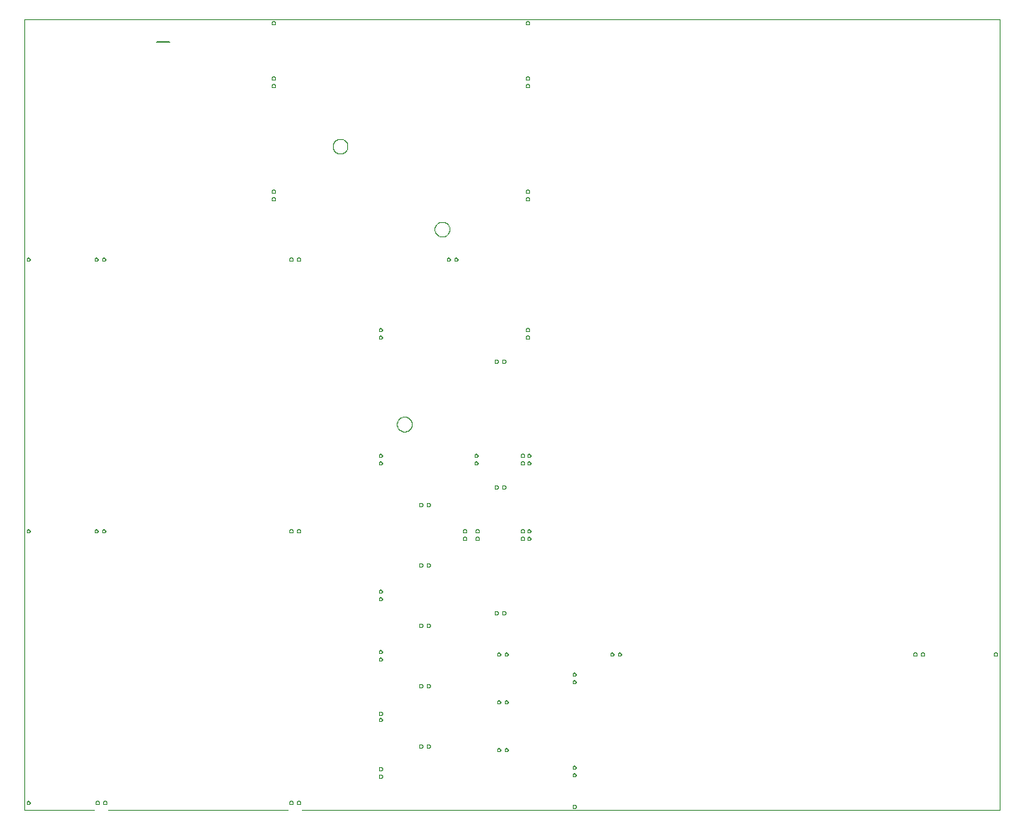
<source format=gbo>
G75*
%MOIN*%
%OFA0B0*%
%FSLAX25Y25*%
%IPPOS*%
%LPD*%
%AMOC8*
5,1,8,0,0,1.08239X$1,22.5*
%
%ADD10C,0.00000*%
%ADD11C,0.00800*%
D10*
X0003550Y0003550D02*
X0031294Y0003550D01*
X0031861Y0006550D02*
X0031863Y0006602D01*
X0031869Y0006654D01*
X0031879Y0006705D01*
X0031892Y0006755D01*
X0031910Y0006805D01*
X0031931Y0006852D01*
X0031955Y0006898D01*
X0031984Y0006942D01*
X0032015Y0006984D01*
X0032049Y0007023D01*
X0032086Y0007060D01*
X0032126Y0007093D01*
X0032169Y0007124D01*
X0032213Y0007151D01*
X0032259Y0007175D01*
X0032308Y0007195D01*
X0032357Y0007211D01*
X0032408Y0007224D01*
X0032459Y0007233D01*
X0032511Y0007238D01*
X0032563Y0007239D01*
X0032615Y0007236D01*
X0032667Y0007229D01*
X0032718Y0007218D01*
X0032768Y0007204D01*
X0032817Y0007185D01*
X0032864Y0007163D01*
X0032909Y0007138D01*
X0032953Y0007109D01*
X0032994Y0007077D01*
X0033033Y0007042D01*
X0033068Y0007004D01*
X0033101Y0006963D01*
X0033131Y0006921D01*
X0033157Y0006876D01*
X0033180Y0006829D01*
X0033199Y0006780D01*
X0033215Y0006730D01*
X0033227Y0006680D01*
X0033235Y0006628D01*
X0033239Y0006576D01*
X0033239Y0006524D01*
X0033235Y0006472D01*
X0033227Y0006420D01*
X0033215Y0006370D01*
X0033199Y0006320D01*
X0033180Y0006271D01*
X0033157Y0006224D01*
X0033131Y0006179D01*
X0033101Y0006137D01*
X0033068Y0006096D01*
X0033033Y0006058D01*
X0032994Y0006023D01*
X0032953Y0005991D01*
X0032909Y0005962D01*
X0032864Y0005937D01*
X0032817Y0005915D01*
X0032768Y0005896D01*
X0032718Y0005882D01*
X0032667Y0005871D01*
X0032615Y0005864D01*
X0032563Y0005861D01*
X0032511Y0005862D01*
X0032459Y0005867D01*
X0032408Y0005876D01*
X0032357Y0005889D01*
X0032308Y0005905D01*
X0032259Y0005925D01*
X0032213Y0005949D01*
X0032169Y0005976D01*
X0032126Y0006007D01*
X0032086Y0006040D01*
X0032049Y0006077D01*
X0032015Y0006116D01*
X0031984Y0006158D01*
X0031955Y0006202D01*
X0031931Y0006248D01*
X0031910Y0006295D01*
X0031892Y0006345D01*
X0031879Y0006395D01*
X0031869Y0006446D01*
X0031863Y0006498D01*
X0031861Y0006550D01*
X0034861Y0006550D02*
X0034863Y0006602D01*
X0034869Y0006654D01*
X0034879Y0006705D01*
X0034892Y0006755D01*
X0034910Y0006805D01*
X0034931Y0006852D01*
X0034955Y0006898D01*
X0034984Y0006942D01*
X0035015Y0006984D01*
X0035049Y0007023D01*
X0035086Y0007060D01*
X0035126Y0007093D01*
X0035169Y0007124D01*
X0035213Y0007151D01*
X0035259Y0007175D01*
X0035308Y0007195D01*
X0035357Y0007211D01*
X0035408Y0007224D01*
X0035459Y0007233D01*
X0035511Y0007238D01*
X0035563Y0007239D01*
X0035615Y0007236D01*
X0035667Y0007229D01*
X0035718Y0007218D01*
X0035768Y0007204D01*
X0035817Y0007185D01*
X0035864Y0007163D01*
X0035909Y0007138D01*
X0035953Y0007109D01*
X0035994Y0007077D01*
X0036033Y0007042D01*
X0036068Y0007004D01*
X0036101Y0006963D01*
X0036131Y0006921D01*
X0036157Y0006876D01*
X0036180Y0006829D01*
X0036199Y0006780D01*
X0036215Y0006730D01*
X0036227Y0006680D01*
X0036235Y0006628D01*
X0036239Y0006576D01*
X0036239Y0006524D01*
X0036235Y0006472D01*
X0036227Y0006420D01*
X0036215Y0006370D01*
X0036199Y0006320D01*
X0036180Y0006271D01*
X0036157Y0006224D01*
X0036131Y0006179D01*
X0036101Y0006137D01*
X0036068Y0006096D01*
X0036033Y0006058D01*
X0035994Y0006023D01*
X0035953Y0005991D01*
X0035909Y0005962D01*
X0035864Y0005937D01*
X0035817Y0005915D01*
X0035768Y0005896D01*
X0035718Y0005882D01*
X0035667Y0005871D01*
X0035615Y0005864D01*
X0035563Y0005861D01*
X0035511Y0005862D01*
X0035459Y0005867D01*
X0035408Y0005876D01*
X0035357Y0005889D01*
X0035308Y0005905D01*
X0035259Y0005925D01*
X0035213Y0005949D01*
X0035169Y0005976D01*
X0035126Y0006007D01*
X0035086Y0006040D01*
X0035049Y0006077D01*
X0035015Y0006116D01*
X0034984Y0006158D01*
X0034955Y0006202D01*
X0034931Y0006248D01*
X0034910Y0006295D01*
X0034892Y0006345D01*
X0034879Y0006395D01*
X0034869Y0006446D01*
X0034863Y0006498D01*
X0034861Y0006550D01*
X0036806Y0003550D02*
X0108294Y0003550D01*
X0108861Y0006550D02*
X0108863Y0006602D01*
X0108869Y0006654D01*
X0108879Y0006705D01*
X0108892Y0006755D01*
X0108910Y0006805D01*
X0108931Y0006852D01*
X0108955Y0006898D01*
X0108984Y0006942D01*
X0109015Y0006984D01*
X0109049Y0007023D01*
X0109086Y0007060D01*
X0109126Y0007093D01*
X0109169Y0007124D01*
X0109213Y0007151D01*
X0109259Y0007175D01*
X0109308Y0007195D01*
X0109357Y0007211D01*
X0109408Y0007224D01*
X0109459Y0007233D01*
X0109511Y0007238D01*
X0109563Y0007239D01*
X0109615Y0007236D01*
X0109667Y0007229D01*
X0109718Y0007218D01*
X0109768Y0007204D01*
X0109817Y0007185D01*
X0109864Y0007163D01*
X0109909Y0007138D01*
X0109953Y0007109D01*
X0109994Y0007077D01*
X0110033Y0007042D01*
X0110068Y0007004D01*
X0110101Y0006963D01*
X0110131Y0006921D01*
X0110157Y0006876D01*
X0110180Y0006829D01*
X0110199Y0006780D01*
X0110215Y0006730D01*
X0110227Y0006680D01*
X0110235Y0006628D01*
X0110239Y0006576D01*
X0110239Y0006524D01*
X0110235Y0006472D01*
X0110227Y0006420D01*
X0110215Y0006370D01*
X0110199Y0006320D01*
X0110180Y0006271D01*
X0110157Y0006224D01*
X0110131Y0006179D01*
X0110101Y0006137D01*
X0110068Y0006096D01*
X0110033Y0006058D01*
X0109994Y0006023D01*
X0109953Y0005991D01*
X0109909Y0005962D01*
X0109864Y0005937D01*
X0109817Y0005915D01*
X0109768Y0005896D01*
X0109718Y0005882D01*
X0109667Y0005871D01*
X0109615Y0005864D01*
X0109563Y0005861D01*
X0109511Y0005862D01*
X0109459Y0005867D01*
X0109408Y0005876D01*
X0109357Y0005889D01*
X0109308Y0005905D01*
X0109259Y0005925D01*
X0109213Y0005949D01*
X0109169Y0005976D01*
X0109126Y0006007D01*
X0109086Y0006040D01*
X0109049Y0006077D01*
X0109015Y0006116D01*
X0108984Y0006158D01*
X0108955Y0006202D01*
X0108931Y0006248D01*
X0108910Y0006295D01*
X0108892Y0006345D01*
X0108879Y0006395D01*
X0108869Y0006446D01*
X0108863Y0006498D01*
X0108861Y0006550D01*
X0111861Y0006550D02*
X0111863Y0006602D01*
X0111869Y0006654D01*
X0111879Y0006705D01*
X0111892Y0006755D01*
X0111910Y0006805D01*
X0111931Y0006852D01*
X0111955Y0006898D01*
X0111984Y0006942D01*
X0112015Y0006984D01*
X0112049Y0007023D01*
X0112086Y0007060D01*
X0112126Y0007093D01*
X0112169Y0007124D01*
X0112213Y0007151D01*
X0112259Y0007175D01*
X0112308Y0007195D01*
X0112357Y0007211D01*
X0112408Y0007224D01*
X0112459Y0007233D01*
X0112511Y0007238D01*
X0112563Y0007239D01*
X0112615Y0007236D01*
X0112667Y0007229D01*
X0112718Y0007218D01*
X0112768Y0007204D01*
X0112817Y0007185D01*
X0112864Y0007163D01*
X0112909Y0007138D01*
X0112953Y0007109D01*
X0112994Y0007077D01*
X0113033Y0007042D01*
X0113068Y0007004D01*
X0113101Y0006963D01*
X0113131Y0006921D01*
X0113157Y0006876D01*
X0113180Y0006829D01*
X0113199Y0006780D01*
X0113215Y0006730D01*
X0113227Y0006680D01*
X0113235Y0006628D01*
X0113239Y0006576D01*
X0113239Y0006524D01*
X0113235Y0006472D01*
X0113227Y0006420D01*
X0113215Y0006370D01*
X0113199Y0006320D01*
X0113180Y0006271D01*
X0113157Y0006224D01*
X0113131Y0006179D01*
X0113101Y0006137D01*
X0113068Y0006096D01*
X0113033Y0006058D01*
X0112994Y0006023D01*
X0112953Y0005991D01*
X0112909Y0005962D01*
X0112864Y0005937D01*
X0112817Y0005915D01*
X0112768Y0005896D01*
X0112718Y0005882D01*
X0112667Y0005871D01*
X0112615Y0005864D01*
X0112563Y0005861D01*
X0112511Y0005862D01*
X0112459Y0005867D01*
X0112408Y0005876D01*
X0112357Y0005889D01*
X0112308Y0005905D01*
X0112259Y0005925D01*
X0112213Y0005949D01*
X0112169Y0005976D01*
X0112126Y0006007D01*
X0112086Y0006040D01*
X0112049Y0006077D01*
X0112015Y0006116D01*
X0111984Y0006158D01*
X0111955Y0006202D01*
X0111931Y0006248D01*
X0111910Y0006295D01*
X0111892Y0006345D01*
X0111879Y0006395D01*
X0111869Y0006446D01*
X0111863Y0006498D01*
X0111861Y0006550D01*
X0113806Y0003550D02*
X0391251Y0003550D01*
X0391251Y0318011D01*
X0003550Y0318011D01*
X0003550Y0003550D01*
X0004361Y0006550D02*
X0004363Y0006602D01*
X0004369Y0006654D01*
X0004379Y0006705D01*
X0004392Y0006755D01*
X0004410Y0006805D01*
X0004431Y0006852D01*
X0004455Y0006898D01*
X0004484Y0006942D01*
X0004515Y0006984D01*
X0004549Y0007023D01*
X0004586Y0007060D01*
X0004626Y0007093D01*
X0004669Y0007124D01*
X0004713Y0007151D01*
X0004759Y0007175D01*
X0004808Y0007195D01*
X0004857Y0007211D01*
X0004908Y0007224D01*
X0004959Y0007233D01*
X0005011Y0007238D01*
X0005063Y0007239D01*
X0005115Y0007236D01*
X0005167Y0007229D01*
X0005218Y0007218D01*
X0005268Y0007204D01*
X0005317Y0007185D01*
X0005364Y0007163D01*
X0005409Y0007138D01*
X0005453Y0007109D01*
X0005494Y0007077D01*
X0005533Y0007042D01*
X0005568Y0007004D01*
X0005601Y0006963D01*
X0005631Y0006921D01*
X0005657Y0006876D01*
X0005680Y0006829D01*
X0005699Y0006780D01*
X0005715Y0006730D01*
X0005727Y0006680D01*
X0005735Y0006628D01*
X0005739Y0006576D01*
X0005739Y0006524D01*
X0005735Y0006472D01*
X0005727Y0006420D01*
X0005715Y0006370D01*
X0005699Y0006320D01*
X0005680Y0006271D01*
X0005657Y0006224D01*
X0005631Y0006179D01*
X0005601Y0006137D01*
X0005568Y0006096D01*
X0005533Y0006058D01*
X0005494Y0006023D01*
X0005453Y0005991D01*
X0005409Y0005962D01*
X0005364Y0005937D01*
X0005317Y0005915D01*
X0005268Y0005896D01*
X0005218Y0005882D01*
X0005167Y0005871D01*
X0005115Y0005864D01*
X0005063Y0005861D01*
X0005011Y0005862D01*
X0004959Y0005867D01*
X0004908Y0005876D01*
X0004857Y0005889D01*
X0004808Y0005905D01*
X0004759Y0005925D01*
X0004713Y0005949D01*
X0004669Y0005976D01*
X0004626Y0006007D01*
X0004586Y0006040D01*
X0004549Y0006077D01*
X0004515Y0006116D01*
X0004484Y0006158D01*
X0004455Y0006202D01*
X0004431Y0006248D01*
X0004410Y0006295D01*
X0004392Y0006345D01*
X0004379Y0006395D01*
X0004369Y0006446D01*
X0004363Y0006498D01*
X0004361Y0006550D01*
X0004361Y0114550D02*
X0004363Y0114602D01*
X0004369Y0114654D01*
X0004379Y0114705D01*
X0004392Y0114755D01*
X0004410Y0114805D01*
X0004431Y0114852D01*
X0004455Y0114898D01*
X0004484Y0114942D01*
X0004515Y0114984D01*
X0004549Y0115023D01*
X0004586Y0115060D01*
X0004626Y0115093D01*
X0004669Y0115124D01*
X0004713Y0115151D01*
X0004759Y0115175D01*
X0004808Y0115195D01*
X0004857Y0115211D01*
X0004908Y0115224D01*
X0004959Y0115233D01*
X0005011Y0115238D01*
X0005063Y0115239D01*
X0005115Y0115236D01*
X0005167Y0115229D01*
X0005218Y0115218D01*
X0005268Y0115204D01*
X0005317Y0115185D01*
X0005364Y0115163D01*
X0005409Y0115138D01*
X0005453Y0115109D01*
X0005494Y0115077D01*
X0005533Y0115042D01*
X0005568Y0115004D01*
X0005601Y0114963D01*
X0005631Y0114921D01*
X0005657Y0114876D01*
X0005680Y0114829D01*
X0005699Y0114780D01*
X0005715Y0114730D01*
X0005727Y0114680D01*
X0005735Y0114628D01*
X0005739Y0114576D01*
X0005739Y0114524D01*
X0005735Y0114472D01*
X0005727Y0114420D01*
X0005715Y0114370D01*
X0005699Y0114320D01*
X0005680Y0114271D01*
X0005657Y0114224D01*
X0005631Y0114179D01*
X0005601Y0114137D01*
X0005568Y0114096D01*
X0005533Y0114058D01*
X0005494Y0114023D01*
X0005453Y0113991D01*
X0005409Y0113962D01*
X0005364Y0113937D01*
X0005317Y0113915D01*
X0005268Y0113896D01*
X0005218Y0113882D01*
X0005167Y0113871D01*
X0005115Y0113864D01*
X0005063Y0113861D01*
X0005011Y0113862D01*
X0004959Y0113867D01*
X0004908Y0113876D01*
X0004857Y0113889D01*
X0004808Y0113905D01*
X0004759Y0113925D01*
X0004713Y0113949D01*
X0004669Y0113976D01*
X0004626Y0114007D01*
X0004586Y0114040D01*
X0004549Y0114077D01*
X0004515Y0114116D01*
X0004484Y0114158D01*
X0004455Y0114202D01*
X0004431Y0114248D01*
X0004410Y0114295D01*
X0004392Y0114345D01*
X0004379Y0114395D01*
X0004369Y0114446D01*
X0004363Y0114498D01*
X0004361Y0114550D01*
X0031361Y0114550D02*
X0031363Y0114602D01*
X0031369Y0114654D01*
X0031379Y0114705D01*
X0031392Y0114755D01*
X0031410Y0114805D01*
X0031431Y0114852D01*
X0031455Y0114898D01*
X0031484Y0114942D01*
X0031515Y0114984D01*
X0031549Y0115023D01*
X0031586Y0115060D01*
X0031626Y0115093D01*
X0031669Y0115124D01*
X0031713Y0115151D01*
X0031759Y0115175D01*
X0031808Y0115195D01*
X0031857Y0115211D01*
X0031908Y0115224D01*
X0031959Y0115233D01*
X0032011Y0115238D01*
X0032063Y0115239D01*
X0032115Y0115236D01*
X0032167Y0115229D01*
X0032218Y0115218D01*
X0032268Y0115204D01*
X0032317Y0115185D01*
X0032364Y0115163D01*
X0032409Y0115138D01*
X0032453Y0115109D01*
X0032494Y0115077D01*
X0032533Y0115042D01*
X0032568Y0115004D01*
X0032601Y0114963D01*
X0032631Y0114921D01*
X0032657Y0114876D01*
X0032680Y0114829D01*
X0032699Y0114780D01*
X0032715Y0114730D01*
X0032727Y0114680D01*
X0032735Y0114628D01*
X0032739Y0114576D01*
X0032739Y0114524D01*
X0032735Y0114472D01*
X0032727Y0114420D01*
X0032715Y0114370D01*
X0032699Y0114320D01*
X0032680Y0114271D01*
X0032657Y0114224D01*
X0032631Y0114179D01*
X0032601Y0114137D01*
X0032568Y0114096D01*
X0032533Y0114058D01*
X0032494Y0114023D01*
X0032453Y0113991D01*
X0032409Y0113962D01*
X0032364Y0113937D01*
X0032317Y0113915D01*
X0032268Y0113896D01*
X0032218Y0113882D01*
X0032167Y0113871D01*
X0032115Y0113864D01*
X0032063Y0113861D01*
X0032011Y0113862D01*
X0031959Y0113867D01*
X0031908Y0113876D01*
X0031857Y0113889D01*
X0031808Y0113905D01*
X0031759Y0113925D01*
X0031713Y0113949D01*
X0031669Y0113976D01*
X0031626Y0114007D01*
X0031586Y0114040D01*
X0031549Y0114077D01*
X0031515Y0114116D01*
X0031484Y0114158D01*
X0031455Y0114202D01*
X0031431Y0114248D01*
X0031410Y0114295D01*
X0031392Y0114345D01*
X0031379Y0114395D01*
X0031369Y0114446D01*
X0031363Y0114498D01*
X0031361Y0114550D01*
X0034361Y0114550D02*
X0034363Y0114602D01*
X0034369Y0114654D01*
X0034379Y0114705D01*
X0034392Y0114755D01*
X0034410Y0114805D01*
X0034431Y0114852D01*
X0034455Y0114898D01*
X0034484Y0114942D01*
X0034515Y0114984D01*
X0034549Y0115023D01*
X0034586Y0115060D01*
X0034626Y0115093D01*
X0034669Y0115124D01*
X0034713Y0115151D01*
X0034759Y0115175D01*
X0034808Y0115195D01*
X0034857Y0115211D01*
X0034908Y0115224D01*
X0034959Y0115233D01*
X0035011Y0115238D01*
X0035063Y0115239D01*
X0035115Y0115236D01*
X0035167Y0115229D01*
X0035218Y0115218D01*
X0035268Y0115204D01*
X0035317Y0115185D01*
X0035364Y0115163D01*
X0035409Y0115138D01*
X0035453Y0115109D01*
X0035494Y0115077D01*
X0035533Y0115042D01*
X0035568Y0115004D01*
X0035601Y0114963D01*
X0035631Y0114921D01*
X0035657Y0114876D01*
X0035680Y0114829D01*
X0035699Y0114780D01*
X0035715Y0114730D01*
X0035727Y0114680D01*
X0035735Y0114628D01*
X0035739Y0114576D01*
X0035739Y0114524D01*
X0035735Y0114472D01*
X0035727Y0114420D01*
X0035715Y0114370D01*
X0035699Y0114320D01*
X0035680Y0114271D01*
X0035657Y0114224D01*
X0035631Y0114179D01*
X0035601Y0114137D01*
X0035568Y0114096D01*
X0035533Y0114058D01*
X0035494Y0114023D01*
X0035453Y0113991D01*
X0035409Y0113962D01*
X0035364Y0113937D01*
X0035317Y0113915D01*
X0035268Y0113896D01*
X0035218Y0113882D01*
X0035167Y0113871D01*
X0035115Y0113864D01*
X0035063Y0113861D01*
X0035011Y0113862D01*
X0034959Y0113867D01*
X0034908Y0113876D01*
X0034857Y0113889D01*
X0034808Y0113905D01*
X0034759Y0113925D01*
X0034713Y0113949D01*
X0034669Y0113976D01*
X0034626Y0114007D01*
X0034586Y0114040D01*
X0034549Y0114077D01*
X0034515Y0114116D01*
X0034484Y0114158D01*
X0034455Y0114202D01*
X0034431Y0114248D01*
X0034410Y0114295D01*
X0034392Y0114345D01*
X0034379Y0114395D01*
X0034369Y0114446D01*
X0034363Y0114498D01*
X0034361Y0114550D01*
X0108861Y0114550D02*
X0108863Y0114602D01*
X0108869Y0114654D01*
X0108879Y0114705D01*
X0108892Y0114755D01*
X0108910Y0114805D01*
X0108931Y0114852D01*
X0108955Y0114898D01*
X0108984Y0114942D01*
X0109015Y0114984D01*
X0109049Y0115023D01*
X0109086Y0115060D01*
X0109126Y0115093D01*
X0109169Y0115124D01*
X0109213Y0115151D01*
X0109259Y0115175D01*
X0109308Y0115195D01*
X0109357Y0115211D01*
X0109408Y0115224D01*
X0109459Y0115233D01*
X0109511Y0115238D01*
X0109563Y0115239D01*
X0109615Y0115236D01*
X0109667Y0115229D01*
X0109718Y0115218D01*
X0109768Y0115204D01*
X0109817Y0115185D01*
X0109864Y0115163D01*
X0109909Y0115138D01*
X0109953Y0115109D01*
X0109994Y0115077D01*
X0110033Y0115042D01*
X0110068Y0115004D01*
X0110101Y0114963D01*
X0110131Y0114921D01*
X0110157Y0114876D01*
X0110180Y0114829D01*
X0110199Y0114780D01*
X0110215Y0114730D01*
X0110227Y0114680D01*
X0110235Y0114628D01*
X0110239Y0114576D01*
X0110239Y0114524D01*
X0110235Y0114472D01*
X0110227Y0114420D01*
X0110215Y0114370D01*
X0110199Y0114320D01*
X0110180Y0114271D01*
X0110157Y0114224D01*
X0110131Y0114179D01*
X0110101Y0114137D01*
X0110068Y0114096D01*
X0110033Y0114058D01*
X0109994Y0114023D01*
X0109953Y0113991D01*
X0109909Y0113962D01*
X0109864Y0113937D01*
X0109817Y0113915D01*
X0109768Y0113896D01*
X0109718Y0113882D01*
X0109667Y0113871D01*
X0109615Y0113864D01*
X0109563Y0113861D01*
X0109511Y0113862D01*
X0109459Y0113867D01*
X0109408Y0113876D01*
X0109357Y0113889D01*
X0109308Y0113905D01*
X0109259Y0113925D01*
X0109213Y0113949D01*
X0109169Y0113976D01*
X0109126Y0114007D01*
X0109086Y0114040D01*
X0109049Y0114077D01*
X0109015Y0114116D01*
X0108984Y0114158D01*
X0108955Y0114202D01*
X0108931Y0114248D01*
X0108910Y0114295D01*
X0108892Y0114345D01*
X0108879Y0114395D01*
X0108869Y0114446D01*
X0108863Y0114498D01*
X0108861Y0114550D01*
X0111861Y0114550D02*
X0111863Y0114602D01*
X0111869Y0114654D01*
X0111879Y0114705D01*
X0111892Y0114755D01*
X0111910Y0114805D01*
X0111931Y0114852D01*
X0111955Y0114898D01*
X0111984Y0114942D01*
X0112015Y0114984D01*
X0112049Y0115023D01*
X0112086Y0115060D01*
X0112126Y0115093D01*
X0112169Y0115124D01*
X0112213Y0115151D01*
X0112259Y0115175D01*
X0112308Y0115195D01*
X0112357Y0115211D01*
X0112408Y0115224D01*
X0112459Y0115233D01*
X0112511Y0115238D01*
X0112563Y0115239D01*
X0112615Y0115236D01*
X0112667Y0115229D01*
X0112718Y0115218D01*
X0112768Y0115204D01*
X0112817Y0115185D01*
X0112864Y0115163D01*
X0112909Y0115138D01*
X0112953Y0115109D01*
X0112994Y0115077D01*
X0113033Y0115042D01*
X0113068Y0115004D01*
X0113101Y0114963D01*
X0113131Y0114921D01*
X0113157Y0114876D01*
X0113180Y0114829D01*
X0113199Y0114780D01*
X0113215Y0114730D01*
X0113227Y0114680D01*
X0113235Y0114628D01*
X0113239Y0114576D01*
X0113239Y0114524D01*
X0113235Y0114472D01*
X0113227Y0114420D01*
X0113215Y0114370D01*
X0113199Y0114320D01*
X0113180Y0114271D01*
X0113157Y0114224D01*
X0113131Y0114179D01*
X0113101Y0114137D01*
X0113068Y0114096D01*
X0113033Y0114058D01*
X0112994Y0114023D01*
X0112953Y0113991D01*
X0112909Y0113962D01*
X0112864Y0113937D01*
X0112817Y0113915D01*
X0112768Y0113896D01*
X0112718Y0113882D01*
X0112667Y0113871D01*
X0112615Y0113864D01*
X0112563Y0113861D01*
X0112511Y0113862D01*
X0112459Y0113867D01*
X0112408Y0113876D01*
X0112357Y0113889D01*
X0112308Y0113905D01*
X0112259Y0113925D01*
X0112213Y0113949D01*
X0112169Y0113976D01*
X0112126Y0114007D01*
X0112086Y0114040D01*
X0112049Y0114077D01*
X0112015Y0114116D01*
X0111984Y0114158D01*
X0111955Y0114202D01*
X0111931Y0114248D01*
X0111910Y0114295D01*
X0111892Y0114345D01*
X0111879Y0114395D01*
X0111869Y0114446D01*
X0111863Y0114498D01*
X0111861Y0114550D01*
X0144361Y0090550D02*
X0144363Y0090602D01*
X0144369Y0090654D01*
X0144379Y0090705D01*
X0144392Y0090755D01*
X0144410Y0090805D01*
X0144431Y0090852D01*
X0144455Y0090898D01*
X0144484Y0090942D01*
X0144515Y0090984D01*
X0144549Y0091023D01*
X0144586Y0091060D01*
X0144626Y0091093D01*
X0144669Y0091124D01*
X0144713Y0091151D01*
X0144759Y0091175D01*
X0144808Y0091195D01*
X0144857Y0091211D01*
X0144908Y0091224D01*
X0144959Y0091233D01*
X0145011Y0091238D01*
X0145063Y0091239D01*
X0145115Y0091236D01*
X0145167Y0091229D01*
X0145218Y0091218D01*
X0145268Y0091204D01*
X0145317Y0091185D01*
X0145364Y0091163D01*
X0145409Y0091138D01*
X0145453Y0091109D01*
X0145494Y0091077D01*
X0145533Y0091042D01*
X0145568Y0091004D01*
X0145601Y0090963D01*
X0145631Y0090921D01*
X0145657Y0090876D01*
X0145680Y0090829D01*
X0145699Y0090780D01*
X0145715Y0090730D01*
X0145727Y0090680D01*
X0145735Y0090628D01*
X0145739Y0090576D01*
X0145739Y0090524D01*
X0145735Y0090472D01*
X0145727Y0090420D01*
X0145715Y0090370D01*
X0145699Y0090320D01*
X0145680Y0090271D01*
X0145657Y0090224D01*
X0145631Y0090179D01*
X0145601Y0090137D01*
X0145568Y0090096D01*
X0145533Y0090058D01*
X0145494Y0090023D01*
X0145453Y0089991D01*
X0145409Y0089962D01*
X0145364Y0089937D01*
X0145317Y0089915D01*
X0145268Y0089896D01*
X0145218Y0089882D01*
X0145167Y0089871D01*
X0145115Y0089864D01*
X0145063Y0089861D01*
X0145011Y0089862D01*
X0144959Y0089867D01*
X0144908Y0089876D01*
X0144857Y0089889D01*
X0144808Y0089905D01*
X0144759Y0089925D01*
X0144713Y0089949D01*
X0144669Y0089976D01*
X0144626Y0090007D01*
X0144586Y0090040D01*
X0144549Y0090077D01*
X0144515Y0090116D01*
X0144484Y0090158D01*
X0144455Y0090202D01*
X0144431Y0090248D01*
X0144410Y0090295D01*
X0144392Y0090345D01*
X0144379Y0090395D01*
X0144369Y0090446D01*
X0144363Y0090498D01*
X0144361Y0090550D01*
X0144361Y0087550D02*
X0144363Y0087602D01*
X0144369Y0087654D01*
X0144379Y0087705D01*
X0144392Y0087755D01*
X0144410Y0087805D01*
X0144431Y0087852D01*
X0144455Y0087898D01*
X0144484Y0087942D01*
X0144515Y0087984D01*
X0144549Y0088023D01*
X0144586Y0088060D01*
X0144626Y0088093D01*
X0144669Y0088124D01*
X0144713Y0088151D01*
X0144759Y0088175D01*
X0144808Y0088195D01*
X0144857Y0088211D01*
X0144908Y0088224D01*
X0144959Y0088233D01*
X0145011Y0088238D01*
X0145063Y0088239D01*
X0145115Y0088236D01*
X0145167Y0088229D01*
X0145218Y0088218D01*
X0145268Y0088204D01*
X0145317Y0088185D01*
X0145364Y0088163D01*
X0145409Y0088138D01*
X0145453Y0088109D01*
X0145494Y0088077D01*
X0145533Y0088042D01*
X0145568Y0088004D01*
X0145601Y0087963D01*
X0145631Y0087921D01*
X0145657Y0087876D01*
X0145680Y0087829D01*
X0145699Y0087780D01*
X0145715Y0087730D01*
X0145727Y0087680D01*
X0145735Y0087628D01*
X0145739Y0087576D01*
X0145739Y0087524D01*
X0145735Y0087472D01*
X0145727Y0087420D01*
X0145715Y0087370D01*
X0145699Y0087320D01*
X0145680Y0087271D01*
X0145657Y0087224D01*
X0145631Y0087179D01*
X0145601Y0087137D01*
X0145568Y0087096D01*
X0145533Y0087058D01*
X0145494Y0087023D01*
X0145453Y0086991D01*
X0145409Y0086962D01*
X0145364Y0086937D01*
X0145317Y0086915D01*
X0145268Y0086896D01*
X0145218Y0086882D01*
X0145167Y0086871D01*
X0145115Y0086864D01*
X0145063Y0086861D01*
X0145011Y0086862D01*
X0144959Y0086867D01*
X0144908Y0086876D01*
X0144857Y0086889D01*
X0144808Y0086905D01*
X0144759Y0086925D01*
X0144713Y0086949D01*
X0144669Y0086976D01*
X0144626Y0087007D01*
X0144586Y0087040D01*
X0144549Y0087077D01*
X0144515Y0087116D01*
X0144484Y0087158D01*
X0144455Y0087202D01*
X0144431Y0087248D01*
X0144410Y0087295D01*
X0144392Y0087345D01*
X0144379Y0087395D01*
X0144369Y0087446D01*
X0144363Y0087498D01*
X0144361Y0087550D01*
X0160361Y0077050D02*
X0160363Y0077102D01*
X0160369Y0077154D01*
X0160379Y0077205D01*
X0160392Y0077255D01*
X0160410Y0077305D01*
X0160431Y0077352D01*
X0160455Y0077398D01*
X0160484Y0077442D01*
X0160515Y0077484D01*
X0160549Y0077523D01*
X0160586Y0077560D01*
X0160626Y0077593D01*
X0160669Y0077624D01*
X0160713Y0077651D01*
X0160759Y0077675D01*
X0160808Y0077695D01*
X0160857Y0077711D01*
X0160908Y0077724D01*
X0160959Y0077733D01*
X0161011Y0077738D01*
X0161063Y0077739D01*
X0161115Y0077736D01*
X0161167Y0077729D01*
X0161218Y0077718D01*
X0161268Y0077704D01*
X0161317Y0077685D01*
X0161364Y0077663D01*
X0161409Y0077638D01*
X0161453Y0077609D01*
X0161494Y0077577D01*
X0161533Y0077542D01*
X0161568Y0077504D01*
X0161601Y0077463D01*
X0161631Y0077421D01*
X0161657Y0077376D01*
X0161680Y0077329D01*
X0161699Y0077280D01*
X0161715Y0077230D01*
X0161727Y0077180D01*
X0161735Y0077128D01*
X0161739Y0077076D01*
X0161739Y0077024D01*
X0161735Y0076972D01*
X0161727Y0076920D01*
X0161715Y0076870D01*
X0161699Y0076820D01*
X0161680Y0076771D01*
X0161657Y0076724D01*
X0161631Y0076679D01*
X0161601Y0076637D01*
X0161568Y0076596D01*
X0161533Y0076558D01*
X0161494Y0076523D01*
X0161453Y0076491D01*
X0161409Y0076462D01*
X0161364Y0076437D01*
X0161317Y0076415D01*
X0161268Y0076396D01*
X0161218Y0076382D01*
X0161167Y0076371D01*
X0161115Y0076364D01*
X0161063Y0076361D01*
X0161011Y0076362D01*
X0160959Y0076367D01*
X0160908Y0076376D01*
X0160857Y0076389D01*
X0160808Y0076405D01*
X0160759Y0076425D01*
X0160713Y0076449D01*
X0160669Y0076476D01*
X0160626Y0076507D01*
X0160586Y0076540D01*
X0160549Y0076577D01*
X0160515Y0076616D01*
X0160484Y0076658D01*
X0160455Y0076702D01*
X0160431Y0076748D01*
X0160410Y0076795D01*
X0160392Y0076845D01*
X0160379Y0076895D01*
X0160369Y0076946D01*
X0160363Y0076998D01*
X0160361Y0077050D01*
X0163361Y0077050D02*
X0163363Y0077102D01*
X0163369Y0077154D01*
X0163379Y0077205D01*
X0163392Y0077255D01*
X0163410Y0077305D01*
X0163431Y0077352D01*
X0163455Y0077398D01*
X0163484Y0077442D01*
X0163515Y0077484D01*
X0163549Y0077523D01*
X0163586Y0077560D01*
X0163626Y0077593D01*
X0163669Y0077624D01*
X0163713Y0077651D01*
X0163759Y0077675D01*
X0163808Y0077695D01*
X0163857Y0077711D01*
X0163908Y0077724D01*
X0163959Y0077733D01*
X0164011Y0077738D01*
X0164063Y0077739D01*
X0164115Y0077736D01*
X0164167Y0077729D01*
X0164218Y0077718D01*
X0164268Y0077704D01*
X0164317Y0077685D01*
X0164364Y0077663D01*
X0164409Y0077638D01*
X0164453Y0077609D01*
X0164494Y0077577D01*
X0164533Y0077542D01*
X0164568Y0077504D01*
X0164601Y0077463D01*
X0164631Y0077421D01*
X0164657Y0077376D01*
X0164680Y0077329D01*
X0164699Y0077280D01*
X0164715Y0077230D01*
X0164727Y0077180D01*
X0164735Y0077128D01*
X0164739Y0077076D01*
X0164739Y0077024D01*
X0164735Y0076972D01*
X0164727Y0076920D01*
X0164715Y0076870D01*
X0164699Y0076820D01*
X0164680Y0076771D01*
X0164657Y0076724D01*
X0164631Y0076679D01*
X0164601Y0076637D01*
X0164568Y0076596D01*
X0164533Y0076558D01*
X0164494Y0076523D01*
X0164453Y0076491D01*
X0164409Y0076462D01*
X0164364Y0076437D01*
X0164317Y0076415D01*
X0164268Y0076396D01*
X0164218Y0076382D01*
X0164167Y0076371D01*
X0164115Y0076364D01*
X0164063Y0076361D01*
X0164011Y0076362D01*
X0163959Y0076367D01*
X0163908Y0076376D01*
X0163857Y0076389D01*
X0163808Y0076405D01*
X0163759Y0076425D01*
X0163713Y0076449D01*
X0163669Y0076476D01*
X0163626Y0076507D01*
X0163586Y0076540D01*
X0163549Y0076577D01*
X0163515Y0076616D01*
X0163484Y0076658D01*
X0163455Y0076702D01*
X0163431Y0076748D01*
X0163410Y0076795D01*
X0163392Y0076845D01*
X0163379Y0076895D01*
X0163369Y0076946D01*
X0163363Y0076998D01*
X0163361Y0077050D01*
X0144361Y0066550D02*
X0144363Y0066602D01*
X0144369Y0066654D01*
X0144379Y0066705D01*
X0144392Y0066755D01*
X0144410Y0066805D01*
X0144431Y0066852D01*
X0144455Y0066898D01*
X0144484Y0066942D01*
X0144515Y0066984D01*
X0144549Y0067023D01*
X0144586Y0067060D01*
X0144626Y0067093D01*
X0144669Y0067124D01*
X0144713Y0067151D01*
X0144759Y0067175D01*
X0144808Y0067195D01*
X0144857Y0067211D01*
X0144908Y0067224D01*
X0144959Y0067233D01*
X0145011Y0067238D01*
X0145063Y0067239D01*
X0145115Y0067236D01*
X0145167Y0067229D01*
X0145218Y0067218D01*
X0145268Y0067204D01*
X0145317Y0067185D01*
X0145364Y0067163D01*
X0145409Y0067138D01*
X0145453Y0067109D01*
X0145494Y0067077D01*
X0145533Y0067042D01*
X0145568Y0067004D01*
X0145601Y0066963D01*
X0145631Y0066921D01*
X0145657Y0066876D01*
X0145680Y0066829D01*
X0145699Y0066780D01*
X0145715Y0066730D01*
X0145727Y0066680D01*
X0145735Y0066628D01*
X0145739Y0066576D01*
X0145739Y0066524D01*
X0145735Y0066472D01*
X0145727Y0066420D01*
X0145715Y0066370D01*
X0145699Y0066320D01*
X0145680Y0066271D01*
X0145657Y0066224D01*
X0145631Y0066179D01*
X0145601Y0066137D01*
X0145568Y0066096D01*
X0145533Y0066058D01*
X0145494Y0066023D01*
X0145453Y0065991D01*
X0145409Y0065962D01*
X0145364Y0065937D01*
X0145317Y0065915D01*
X0145268Y0065896D01*
X0145218Y0065882D01*
X0145167Y0065871D01*
X0145115Y0065864D01*
X0145063Y0065861D01*
X0145011Y0065862D01*
X0144959Y0065867D01*
X0144908Y0065876D01*
X0144857Y0065889D01*
X0144808Y0065905D01*
X0144759Y0065925D01*
X0144713Y0065949D01*
X0144669Y0065976D01*
X0144626Y0066007D01*
X0144586Y0066040D01*
X0144549Y0066077D01*
X0144515Y0066116D01*
X0144484Y0066158D01*
X0144455Y0066202D01*
X0144431Y0066248D01*
X0144410Y0066295D01*
X0144392Y0066345D01*
X0144379Y0066395D01*
X0144369Y0066446D01*
X0144363Y0066498D01*
X0144361Y0066550D01*
X0144361Y0063550D02*
X0144363Y0063602D01*
X0144369Y0063654D01*
X0144379Y0063705D01*
X0144392Y0063755D01*
X0144410Y0063805D01*
X0144431Y0063852D01*
X0144455Y0063898D01*
X0144484Y0063942D01*
X0144515Y0063984D01*
X0144549Y0064023D01*
X0144586Y0064060D01*
X0144626Y0064093D01*
X0144669Y0064124D01*
X0144713Y0064151D01*
X0144759Y0064175D01*
X0144808Y0064195D01*
X0144857Y0064211D01*
X0144908Y0064224D01*
X0144959Y0064233D01*
X0145011Y0064238D01*
X0145063Y0064239D01*
X0145115Y0064236D01*
X0145167Y0064229D01*
X0145218Y0064218D01*
X0145268Y0064204D01*
X0145317Y0064185D01*
X0145364Y0064163D01*
X0145409Y0064138D01*
X0145453Y0064109D01*
X0145494Y0064077D01*
X0145533Y0064042D01*
X0145568Y0064004D01*
X0145601Y0063963D01*
X0145631Y0063921D01*
X0145657Y0063876D01*
X0145680Y0063829D01*
X0145699Y0063780D01*
X0145715Y0063730D01*
X0145727Y0063680D01*
X0145735Y0063628D01*
X0145739Y0063576D01*
X0145739Y0063524D01*
X0145735Y0063472D01*
X0145727Y0063420D01*
X0145715Y0063370D01*
X0145699Y0063320D01*
X0145680Y0063271D01*
X0145657Y0063224D01*
X0145631Y0063179D01*
X0145601Y0063137D01*
X0145568Y0063096D01*
X0145533Y0063058D01*
X0145494Y0063023D01*
X0145453Y0062991D01*
X0145409Y0062962D01*
X0145364Y0062937D01*
X0145317Y0062915D01*
X0145268Y0062896D01*
X0145218Y0062882D01*
X0145167Y0062871D01*
X0145115Y0062864D01*
X0145063Y0062861D01*
X0145011Y0062862D01*
X0144959Y0062867D01*
X0144908Y0062876D01*
X0144857Y0062889D01*
X0144808Y0062905D01*
X0144759Y0062925D01*
X0144713Y0062949D01*
X0144669Y0062976D01*
X0144626Y0063007D01*
X0144586Y0063040D01*
X0144549Y0063077D01*
X0144515Y0063116D01*
X0144484Y0063158D01*
X0144455Y0063202D01*
X0144431Y0063248D01*
X0144410Y0063295D01*
X0144392Y0063345D01*
X0144379Y0063395D01*
X0144369Y0063446D01*
X0144363Y0063498D01*
X0144361Y0063550D01*
X0160361Y0053050D02*
X0160363Y0053102D01*
X0160369Y0053154D01*
X0160379Y0053205D01*
X0160392Y0053255D01*
X0160410Y0053305D01*
X0160431Y0053352D01*
X0160455Y0053398D01*
X0160484Y0053442D01*
X0160515Y0053484D01*
X0160549Y0053523D01*
X0160586Y0053560D01*
X0160626Y0053593D01*
X0160669Y0053624D01*
X0160713Y0053651D01*
X0160759Y0053675D01*
X0160808Y0053695D01*
X0160857Y0053711D01*
X0160908Y0053724D01*
X0160959Y0053733D01*
X0161011Y0053738D01*
X0161063Y0053739D01*
X0161115Y0053736D01*
X0161167Y0053729D01*
X0161218Y0053718D01*
X0161268Y0053704D01*
X0161317Y0053685D01*
X0161364Y0053663D01*
X0161409Y0053638D01*
X0161453Y0053609D01*
X0161494Y0053577D01*
X0161533Y0053542D01*
X0161568Y0053504D01*
X0161601Y0053463D01*
X0161631Y0053421D01*
X0161657Y0053376D01*
X0161680Y0053329D01*
X0161699Y0053280D01*
X0161715Y0053230D01*
X0161727Y0053180D01*
X0161735Y0053128D01*
X0161739Y0053076D01*
X0161739Y0053024D01*
X0161735Y0052972D01*
X0161727Y0052920D01*
X0161715Y0052870D01*
X0161699Y0052820D01*
X0161680Y0052771D01*
X0161657Y0052724D01*
X0161631Y0052679D01*
X0161601Y0052637D01*
X0161568Y0052596D01*
X0161533Y0052558D01*
X0161494Y0052523D01*
X0161453Y0052491D01*
X0161409Y0052462D01*
X0161364Y0052437D01*
X0161317Y0052415D01*
X0161268Y0052396D01*
X0161218Y0052382D01*
X0161167Y0052371D01*
X0161115Y0052364D01*
X0161063Y0052361D01*
X0161011Y0052362D01*
X0160959Y0052367D01*
X0160908Y0052376D01*
X0160857Y0052389D01*
X0160808Y0052405D01*
X0160759Y0052425D01*
X0160713Y0052449D01*
X0160669Y0052476D01*
X0160626Y0052507D01*
X0160586Y0052540D01*
X0160549Y0052577D01*
X0160515Y0052616D01*
X0160484Y0052658D01*
X0160455Y0052702D01*
X0160431Y0052748D01*
X0160410Y0052795D01*
X0160392Y0052845D01*
X0160379Y0052895D01*
X0160369Y0052946D01*
X0160363Y0052998D01*
X0160361Y0053050D01*
X0163361Y0053050D02*
X0163363Y0053102D01*
X0163369Y0053154D01*
X0163379Y0053205D01*
X0163392Y0053255D01*
X0163410Y0053305D01*
X0163431Y0053352D01*
X0163455Y0053398D01*
X0163484Y0053442D01*
X0163515Y0053484D01*
X0163549Y0053523D01*
X0163586Y0053560D01*
X0163626Y0053593D01*
X0163669Y0053624D01*
X0163713Y0053651D01*
X0163759Y0053675D01*
X0163808Y0053695D01*
X0163857Y0053711D01*
X0163908Y0053724D01*
X0163959Y0053733D01*
X0164011Y0053738D01*
X0164063Y0053739D01*
X0164115Y0053736D01*
X0164167Y0053729D01*
X0164218Y0053718D01*
X0164268Y0053704D01*
X0164317Y0053685D01*
X0164364Y0053663D01*
X0164409Y0053638D01*
X0164453Y0053609D01*
X0164494Y0053577D01*
X0164533Y0053542D01*
X0164568Y0053504D01*
X0164601Y0053463D01*
X0164631Y0053421D01*
X0164657Y0053376D01*
X0164680Y0053329D01*
X0164699Y0053280D01*
X0164715Y0053230D01*
X0164727Y0053180D01*
X0164735Y0053128D01*
X0164739Y0053076D01*
X0164739Y0053024D01*
X0164735Y0052972D01*
X0164727Y0052920D01*
X0164715Y0052870D01*
X0164699Y0052820D01*
X0164680Y0052771D01*
X0164657Y0052724D01*
X0164631Y0052679D01*
X0164601Y0052637D01*
X0164568Y0052596D01*
X0164533Y0052558D01*
X0164494Y0052523D01*
X0164453Y0052491D01*
X0164409Y0052462D01*
X0164364Y0052437D01*
X0164317Y0052415D01*
X0164268Y0052396D01*
X0164218Y0052382D01*
X0164167Y0052371D01*
X0164115Y0052364D01*
X0164063Y0052361D01*
X0164011Y0052362D01*
X0163959Y0052367D01*
X0163908Y0052376D01*
X0163857Y0052389D01*
X0163808Y0052405D01*
X0163759Y0052425D01*
X0163713Y0052449D01*
X0163669Y0052476D01*
X0163626Y0052507D01*
X0163586Y0052540D01*
X0163549Y0052577D01*
X0163515Y0052616D01*
X0163484Y0052658D01*
X0163455Y0052702D01*
X0163431Y0052748D01*
X0163410Y0052795D01*
X0163392Y0052845D01*
X0163379Y0052895D01*
X0163369Y0052946D01*
X0163363Y0052998D01*
X0163361Y0053050D01*
X0144361Y0042050D02*
X0144363Y0042102D01*
X0144369Y0042154D01*
X0144379Y0042205D01*
X0144392Y0042255D01*
X0144410Y0042305D01*
X0144431Y0042352D01*
X0144455Y0042398D01*
X0144484Y0042442D01*
X0144515Y0042484D01*
X0144549Y0042523D01*
X0144586Y0042560D01*
X0144626Y0042593D01*
X0144669Y0042624D01*
X0144713Y0042651D01*
X0144759Y0042675D01*
X0144808Y0042695D01*
X0144857Y0042711D01*
X0144908Y0042724D01*
X0144959Y0042733D01*
X0145011Y0042738D01*
X0145063Y0042739D01*
X0145115Y0042736D01*
X0145167Y0042729D01*
X0145218Y0042718D01*
X0145268Y0042704D01*
X0145317Y0042685D01*
X0145364Y0042663D01*
X0145409Y0042638D01*
X0145453Y0042609D01*
X0145494Y0042577D01*
X0145533Y0042542D01*
X0145568Y0042504D01*
X0145601Y0042463D01*
X0145631Y0042421D01*
X0145657Y0042376D01*
X0145680Y0042329D01*
X0145699Y0042280D01*
X0145715Y0042230D01*
X0145727Y0042180D01*
X0145735Y0042128D01*
X0145739Y0042076D01*
X0145739Y0042024D01*
X0145735Y0041972D01*
X0145727Y0041920D01*
X0145715Y0041870D01*
X0145699Y0041820D01*
X0145680Y0041771D01*
X0145657Y0041724D01*
X0145631Y0041679D01*
X0145601Y0041637D01*
X0145568Y0041596D01*
X0145533Y0041558D01*
X0145494Y0041523D01*
X0145453Y0041491D01*
X0145409Y0041462D01*
X0145364Y0041437D01*
X0145317Y0041415D01*
X0145268Y0041396D01*
X0145218Y0041382D01*
X0145167Y0041371D01*
X0145115Y0041364D01*
X0145063Y0041361D01*
X0145011Y0041362D01*
X0144959Y0041367D01*
X0144908Y0041376D01*
X0144857Y0041389D01*
X0144808Y0041405D01*
X0144759Y0041425D01*
X0144713Y0041449D01*
X0144669Y0041476D01*
X0144626Y0041507D01*
X0144586Y0041540D01*
X0144549Y0041577D01*
X0144515Y0041616D01*
X0144484Y0041658D01*
X0144455Y0041702D01*
X0144431Y0041748D01*
X0144410Y0041795D01*
X0144392Y0041845D01*
X0144379Y0041895D01*
X0144369Y0041946D01*
X0144363Y0041998D01*
X0144361Y0042050D01*
X0144361Y0039550D02*
X0144363Y0039602D01*
X0144369Y0039654D01*
X0144379Y0039705D01*
X0144392Y0039755D01*
X0144410Y0039805D01*
X0144431Y0039852D01*
X0144455Y0039898D01*
X0144484Y0039942D01*
X0144515Y0039984D01*
X0144549Y0040023D01*
X0144586Y0040060D01*
X0144626Y0040093D01*
X0144669Y0040124D01*
X0144713Y0040151D01*
X0144759Y0040175D01*
X0144808Y0040195D01*
X0144857Y0040211D01*
X0144908Y0040224D01*
X0144959Y0040233D01*
X0145011Y0040238D01*
X0145063Y0040239D01*
X0145115Y0040236D01*
X0145167Y0040229D01*
X0145218Y0040218D01*
X0145268Y0040204D01*
X0145317Y0040185D01*
X0145364Y0040163D01*
X0145409Y0040138D01*
X0145453Y0040109D01*
X0145494Y0040077D01*
X0145533Y0040042D01*
X0145568Y0040004D01*
X0145601Y0039963D01*
X0145631Y0039921D01*
X0145657Y0039876D01*
X0145680Y0039829D01*
X0145699Y0039780D01*
X0145715Y0039730D01*
X0145727Y0039680D01*
X0145735Y0039628D01*
X0145739Y0039576D01*
X0145739Y0039524D01*
X0145735Y0039472D01*
X0145727Y0039420D01*
X0145715Y0039370D01*
X0145699Y0039320D01*
X0145680Y0039271D01*
X0145657Y0039224D01*
X0145631Y0039179D01*
X0145601Y0039137D01*
X0145568Y0039096D01*
X0145533Y0039058D01*
X0145494Y0039023D01*
X0145453Y0038991D01*
X0145409Y0038962D01*
X0145364Y0038937D01*
X0145317Y0038915D01*
X0145268Y0038896D01*
X0145218Y0038882D01*
X0145167Y0038871D01*
X0145115Y0038864D01*
X0145063Y0038861D01*
X0145011Y0038862D01*
X0144959Y0038867D01*
X0144908Y0038876D01*
X0144857Y0038889D01*
X0144808Y0038905D01*
X0144759Y0038925D01*
X0144713Y0038949D01*
X0144669Y0038976D01*
X0144626Y0039007D01*
X0144586Y0039040D01*
X0144549Y0039077D01*
X0144515Y0039116D01*
X0144484Y0039158D01*
X0144455Y0039202D01*
X0144431Y0039248D01*
X0144410Y0039295D01*
X0144392Y0039345D01*
X0144379Y0039395D01*
X0144369Y0039446D01*
X0144363Y0039498D01*
X0144361Y0039550D01*
X0160361Y0029050D02*
X0160363Y0029102D01*
X0160369Y0029154D01*
X0160379Y0029205D01*
X0160392Y0029255D01*
X0160410Y0029305D01*
X0160431Y0029352D01*
X0160455Y0029398D01*
X0160484Y0029442D01*
X0160515Y0029484D01*
X0160549Y0029523D01*
X0160586Y0029560D01*
X0160626Y0029593D01*
X0160669Y0029624D01*
X0160713Y0029651D01*
X0160759Y0029675D01*
X0160808Y0029695D01*
X0160857Y0029711D01*
X0160908Y0029724D01*
X0160959Y0029733D01*
X0161011Y0029738D01*
X0161063Y0029739D01*
X0161115Y0029736D01*
X0161167Y0029729D01*
X0161218Y0029718D01*
X0161268Y0029704D01*
X0161317Y0029685D01*
X0161364Y0029663D01*
X0161409Y0029638D01*
X0161453Y0029609D01*
X0161494Y0029577D01*
X0161533Y0029542D01*
X0161568Y0029504D01*
X0161601Y0029463D01*
X0161631Y0029421D01*
X0161657Y0029376D01*
X0161680Y0029329D01*
X0161699Y0029280D01*
X0161715Y0029230D01*
X0161727Y0029180D01*
X0161735Y0029128D01*
X0161739Y0029076D01*
X0161739Y0029024D01*
X0161735Y0028972D01*
X0161727Y0028920D01*
X0161715Y0028870D01*
X0161699Y0028820D01*
X0161680Y0028771D01*
X0161657Y0028724D01*
X0161631Y0028679D01*
X0161601Y0028637D01*
X0161568Y0028596D01*
X0161533Y0028558D01*
X0161494Y0028523D01*
X0161453Y0028491D01*
X0161409Y0028462D01*
X0161364Y0028437D01*
X0161317Y0028415D01*
X0161268Y0028396D01*
X0161218Y0028382D01*
X0161167Y0028371D01*
X0161115Y0028364D01*
X0161063Y0028361D01*
X0161011Y0028362D01*
X0160959Y0028367D01*
X0160908Y0028376D01*
X0160857Y0028389D01*
X0160808Y0028405D01*
X0160759Y0028425D01*
X0160713Y0028449D01*
X0160669Y0028476D01*
X0160626Y0028507D01*
X0160586Y0028540D01*
X0160549Y0028577D01*
X0160515Y0028616D01*
X0160484Y0028658D01*
X0160455Y0028702D01*
X0160431Y0028748D01*
X0160410Y0028795D01*
X0160392Y0028845D01*
X0160379Y0028895D01*
X0160369Y0028946D01*
X0160363Y0028998D01*
X0160361Y0029050D01*
X0163361Y0029050D02*
X0163363Y0029102D01*
X0163369Y0029154D01*
X0163379Y0029205D01*
X0163392Y0029255D01*
X0163410Y0029305D01*
X0163431Y0029352D01*
X0163455Y0029398D01*
X0163484Y0029442D01*
X0163515Y0029484D01*
X0163549Y0029523D01*
X0163586Y0029560D01*
X0163626Y0029593D01*
X0163669Y0029624D01*
X0163713Y0029651D01*
X0163759Y0029675D01*
X0163808Y0029695D01*
X0163857Y0029711D01*
X0163908Y0029724D01*
X0163959Y0029733D01*
X0164011Y0029738D01*
X0164063Y0029739D01*
X0164115Y0029736D01*
X0164167Y0029729D01*
X0164218Y0029718D01*
X0164268Y0029704D01*
X0164317Y0029685D01*
X0164364Y0029663D01*
X0164409Y0029638D01*
X0164453Y0029609D01*
X0164494Y0029577D01*
X0164533Y0029542D01*
X0164568Y0029504D01*
X0164601Y0029463D01*
X0164631Y0029421D01*
X0164657Y0029376D01*
X0164680Y0029329D01*
X0164699Y0029280D01*
X0164715Y0029230D01*
X0164727Y0029180D01*
X0164735Y0029128D01*
X0164739Y0029076D01*
X0164739Y0029024D01*
X0164735Y0028972D01*
X0164727Y0028920D01*
X0164715Y0028870D01*
X0164699Y0028820D01*
X0164680Y0028771D01*
X0164657Y0028724D01*
X0164631Y0028679D01*
X0164601Y0028637D01*
X0164568Y0028596D01*
X0164533Y0028558D01*
X0164494Y0028523D01*
X0164453Y0028491D01*
X0164409Y0028462D01*
X0164364Y0028437D01*
X0164317Y0028415D01*
X0164268Y0028396D01*
X0164218Y0028382D01*
X0164167Y0028371D01*
X0164115Y0028364D01*
X0164063Y0028361D01*
X0164011Y0028362D01*
X0163959Y0028367D01*
X0163908Y0028376D01*
X0163857Y0028389D01*
X0163808Y0028405D01*
X0163759Y0028425D01*
X0163713Y0028449D01*
X0163669Y0028476D01*
X0163626Y0028507D01*
X0163586Y0028540D01*
X0163549Y0028577D01*
X0163515Y0028616D01*
X0163484Y0028658D01*
X0163455Y0028702D01*
X0163431Y0028748D01*
X0163410Y0028795D01*
X0163392Y0028845D01*
X0163379Y0028895D01*
X0163369Y0028946D01*
X0163363Y0028998D01*
X0163361Y0029050D01*
X0144361Y0020050D02*
X0144363Y0020102D01*
X0144369Y0020154D01*
X0144379Y0020205D01*
X0144392Y0020255D01*
X0144410Y0020305D01*
X0144431Y0020352D01*
X0144455Y0020398D01*
X0144484Y0020442D01*
X0144515Y0020484D01*
X0144549Y0020523D01*
X0144586Y0020560D01*
X0144626Y0020593D01*
X0144669Y0020624D01*
X0144713Y0020651D01*
X0144759Y0020675D01*
X0144808Y0020695D01*
X0144857Y0020711D01*
X0144908Y0020724D01*
X0144959Y0020733D01*
X0145011Y0020738D01*
X0145063Y0020739D01*
X0145115Y0020736D01*
X0145167Y0020729D01*
X0145218Y0020718D01*
X0145268Y0020704D01*
X0145317Y0020685D01*
X0145364Y0020663D01*
X0145409Y0020638D01*
X0145453Y0020609D01*
X0145494Y0020577D01*
X0145533Y0020542D01*
X0145568Y0020504D01*
X0145601Y0020463D01*
X0145631Y0020421D01*
X0145657Y0020376D01*
X0145680Y0020329D01*
X0145699Y0020280D01*
X0145715Y0020230D01*
X0145727Y0020180D01*
X0145735Y0020128D01*
X0145739Y0020076D01*
X0145739Y0020024D01*
X0145735Y0019972D01*
X0145727Y0019920D01*
X0145715Y0019870D01*
X0145699Y0019820D01*
X0145680Y0019771D01*
X0145657Y0019724D01*
X0145631Y0019679D01*
X0145601Y0019637D01*
X0145568Y0019596D01*
X0145533Y0019558D01*
X0145494Y0019523D01*
X0145453Y0019491D01*
X0145409Y0019462D01*
X0145364Y0019437D01*
X0145317Y0019415D01*
X0145268Y0019396D01*
X0145218Y0019382D01*
X0145167Y0019371D01*
X0145115Y0019364D01*
X0145063Y0019361D01*
X0145011Y0019362D01*
X0144959Y0019367D01*
X0144908Y0019376D01*
X0144857Y0019389D01*
X0144808Y0019405D01*
X0144759Y0019425D01*
X0144713Y0019449D01*
X0144669Y0019476D01*
X0144626Y0019507D01*
X0144586Y0019540D01*
X0144549Y0019577D01*
X0144515Y0019616D01*
X0144484Y0019658D01*
X0144455Y0019702D01*
X0144431Y0019748D01*
X0144410Y0019795D01*
X0144392Y0019845D01*
X0144379Y0019895D01*
X0144369Y0019946D01*
X0144363Y0019998D01*
X0144361Y0020050D01*
X0144361Y0017050D02*
X0144363Y0017102D01*
X0144369Y0017154D01*
X0144379Y0017205D01*
X0144392Y0017255D01*
X0144410Y0017305D01*
X0144431Y0017352D01*
X0144455Y0017398D01*
X0144484Y0017442D01*
X0144515Y0017484D01*
X0144549Y0017523D01*
X0144586Y0017560D01*
X0144626Y0017593D01*
X0144669Y0017624D01*
X0144713Y0017651D01*
X0144759Y0017675D01*
X0144808Y0017695D01*
X0144857Y0017711D01*
X0144908Y0017724D01*
X0144959Y0017733D01*
X0145011Y0017738D01*
X0145063Y0017739D01*
X0145115Y0017736D01*
X0145167Y0017729D01*
X0145218Y0017718D01*
X0145268Y0017704D01*
X0145317Y0017685D01*
X0145364Y0017663D01*
X0145409Y0017638D01*
X0145453Y0017609D01*
X0145494Y0017577D01*
X0145533Y0017542D01*
X0145568Y0017504D01*
X0145601Y0017463D01*
X0145631Y0017421D01*
X0145657Y0017376D01*
X0145680Y0017329D01*
X0145699Y0017280D01*
X0145715Y0017230D01*
X0145727Y0017180D01*
X0145735Y0017128D01*
X0145739Y0017076D01*
X0145739Y0017024D01*
X0145735Y0016972D01*
X0145727Y0016920D01*
X0145715Y0016870D01*
X0145699Y0016820D01*
X0145680Y0016771D01*
X0145657Y0016724D01*
X0145631Y0016679D01*
X0145601Y0016637D01*
X0145568Y0016596D01*
X0145533Y0016558D01*
X0145494Y0016523D01*
X0145453Y0016491D01*
X0145409Y0016462D01*
X0145364Y0016437D01*
X0145317Y0016415D01*
X0145268Y0016396D01*
X0145218Y0016382D01*
X0145167Y0016371D01*
X0145115Y0016364D01*
X0145063Y0016361D01*
X0145011Y0016362D01*
X0144959Y0016367D01*
X0144908Y0016376D01*
X0144857Y0016389D01*
X0144808Y0016405D01*
X0144759Y0016425D01*
X0144713Y0016449D01*
X0144669Y0016476D01*
X0144626Y0016507D01*
X0144586Y0016540D01*
X0144549Y0016577D01*
X0144515Y0016616D01*
X0144484Y0016658D01*
X0144455Y0016702D01*
X0144431Y0016748D01*
X0144410Y0016795D01*
X0144392Y0016845D01*
X0144379Y0016895D01*
X0144369Y0016946D01*
X0144363Y0016998D01*
X0144361Y0017050D01*
X0191361Y0027550D02*
X0191363Y0027602D01*
X0191369Y0027654D01*
X0191379Y0027705D01*
X0191392Y0027755D01*
X0191410Y0027805D01*
X0191431Y0027852D01*
X0191455Y0027898D01*
X0191484Y0027942D01*
X0191515Y0027984D01*
X0191549Y0028023D01*
X0191586Y0028060D01*
X0191626Y0028093D01*
X0191669Y0028124D01*
X0191713Y0028151D01*
X0191759Y0028175D01*
X0191808Y0028195D01*
X0191857Y0028211D01*
X0191908Y0028224D01*
X0191959Y0028233D01*
X0192011Y0028238D01*
X0192063Y0028239D01*
X0192115Y0028236D01*
X0192167Y0028229D01*
X0192218Y0028218D01*
X0192268Y0028204D01*
X0192317Y0028185D01*
X0192364Y0028163D01*
X0192409Y0028138D01*
X0192453Y0028109D01*
X0192494Y0028077D01*
X0192533Y0028042D01*
X0192568Y0028004D01*
X0192601Y0027963D01*
X0192631Y0027921D01*
X0192657Y0027876D01*
X0192680Y0027829D01*
X0192699Y0027780D01*
X0192715Y0027730D01*
X0192727Y0027680D01*
X0192735Y0027628D01*
X0192739Y0027576D01*
X0192739Y0027524D01*
X0192735Y0027472D01*
X0192727Y0027420D01*
X0192715Y0027370D01*
X0192699Y0027320D01*
X0192680Y0027271D01*
X0192657Y0027224D01*
X0192631Y0027179D01*
X0192601Y0027137D01*
X0192568Y0027096D01*
X0192533Y0027058D01*
X0192494Y0027023D01*
X0192453Y0026991D01*
X0192409Y0026962D01*
X0192364Y0026937D01*
X0192317Y0026915D01*
X0192268Y0026896D01*
X0192218Y0026882D01*
X0192167Y0026871D01*
X0192115Y0026864D01*
X0192063Y0026861D01*
X0192011Y0026862D01*
X0191959Y0026867D01*
X0191908Y0026876D01*
X0191857Y0026889D01*
X0191808Y0026905D01*
X0191759Y0026925D01*
X0191713Y0026949D01*
X0191669Y0026976D01*
X0191626Y0027007D01*
X0191586Y0027040D01*
X0191549Y0027077D01*
X0191515Y0027116D01*
X0191484Y0027158D01*
X0191455Y0027202D01*
X0191431Y0027248D01*
X0191410Y0027295D01*
X0191392Y0027345D01*
X0191379Y0027395D01*
X0191369Y0027446D01*
X0191363Y0027498D01*
X0191361Y0027550D01*
X0194361Y0027550D02*
X0194363Y0027602D01*
X0194369Y0027654D01*
X0194379Y0027705D01*
X0194392Y0027755D01*
X0194410Y0027805D01*
X0194431Y0027852D01*
X0194455Y0027898D01*
X0194484Y0027942D01*
X0194515Y0027984D01*
X0194549Y0028023D01*
X0194586Y0028060D01*
X0194626Y0028093D01*
X0194669Y0028124D01*
X0194713Y0028151D01*
X0194759Y0028175D01*
X0194808Y0028195D01*
X0194857Y0028211D01*
X0194908Y0028224D01*
X0194959Y0028233D01*
X0195011Y0028238D01*
X0195063Y0028239D01*
X0195115Y0028236D01*
X0195167Y0028229D01*
X0195218Y0028218D01*
X0195268Y0028204D01*
X0195317Y0028185D01*
X0195364Y0028163D01*
X0195409Y0028138D01*
X0195453Y0028109D01*
X0195494Y0028077D01*
X0195533Y0028042D01*
X0195568Y0028004D01*
X0195601Y0027963D01*
X0195631Y0027921D01*
X0195657Y0027876D01*
X0195680Y0027829D01*
X0195699Y0027780D01*
X0195715Y0027730D01*
X0195727Y0027680D01*
X0195735Y0027628D01*
X0195739Y0027576D01*
X0195739Y0027524D01*
X0195735Y0027472D01*
X0195727Y0027420D01*
X0195715Y0027370D01*
X0195699Y0027320D01*
X0195680Y0027271D01*
X0195657Y0027224D01*
X0195631Y0027179D01*
X0195601Y0027137D01*
X0195568Y0027096D01*
X0195533Y0027058D01*
X0195494Y0027023D01*
X0195453Y0026991D01*
X0195409Y0026962D01*
X0195364Y0026937D01*
X0195317Y0026915D01*
X0195268Y0026896D01*
X0195218Y0026882D01*
X0195167Y0026871D01*
X0195115Y0026864D01*
X0195063Y0026861D01*
X0195011Y0026862D01*
X0194959Y0026867D01*
X0194908Y0026876D01*
X0194857Y0026889D01*
X0194808Y0026905D01*
X0194759Y0026925D01*
X0194713Y0026949D01*
X0194669Y0026976D01*
X0194626Y0027007D01*
X0194586Y0027040D01*
X0194549Y0027077D01*
X0194515Y0027116D01*
X0194484Y0027158D01*
X0194455Y0027202D01*
X0194431Y0027248D01*
X0194410Y0027295D01*
X0194392Y0027345D01*
X0194379Y0027395D01*
X0194369Y0027446D01*
X0194363Y0027498D01*
X0194361Y0027550D01*
X0194361Y0046550D02*
X0194363Y0046602D01*
X0194369Y0046654D01*
X0194379Y0046705D01*
X0194392Y0046755D01*
X0194410Y0046805D01*
X0194431Y0046852D01*
X0194455Y0046898D01*
X0194484Y0046942D01*
X0194515Y0046984D01*
X0194549Y0047023D01*
X0194586Y0047060D01*
X0194626Y0047093D01*
X0194669Y0047124D01*
X0194713Y0047151D01*
X0194759Y0047175D01*
X0194808Y0047195D01*
X0194857Y0047211D01*
X0194908Y0047224D01*
X0194959Y0047233D01*
X0195011Y0047238D01*
X0195063Y0047239D01*
X0195115Y0047236D01*
X0195167Y0047229D01*
X0195218Y0047218D01*
X0195268Y0047204D01*
X0195317Y0047185D01*
X0195364Y0047163D01*
X0195409Y0047138D01*
X0195453Y0047109D01*
X0195494Y0047077D01*
X0195533Y0047042D01*
X0195568Y0047004D01*
X0195601Y0046963D01*
X0195631Y0046921D01*
X0195657Y0046876D01*
X0195680Y0046829D01*
X0195699Y0046780D01*
X0195715Y0046730D01*
X0195727Y0046680D01*
X0195735Y0046628D01*
X0195739Y0046576D01*
X0195739Y0046524D01*
X0195735Y0046472D01*
X0195727Y0046420D01*
X0195715Y0046370D01*
X0195699Y0046320D01*
X0195680Y0046271D01*
X0195657Y0046224D01*
X0195631Y0046179D01*
X0195601Y0046137D01*
X0195568Y0046096D01*
X0195533Y0046058D01*
X0195494Y0046023D01*
X0195453Y0045991D01*
X0195409Y0045962D01*
X0195364Y0045937D01*
X0195317Y0045915D01*
X0195268Y0045896D01*
X0195218Y0045882D01*
X0195167Y0045871D01*
X0195115Y0045864D01*
X0195063Y0045861D01*
X0195011Y0045862D01*
X0194959Y0045867D01*
X0194908Y0045876D01*
X0194857Y0045889D01*
X0194808Y0045905D01*
X0194759Y0045925D01*
X0194713Y0045949D01*
X0194669Y0045976D01*
X0194626Y0046007D01*
X0194586Y0046040D01*
X0194549Y0046077D01*
X0194515Y0046116D01*
X0194484Y0046158D01*
X0194455Y0046202D01*
X0194431Y0046248D01*
X0194410Y0046295D01*
X0194392Y0046345D01*
X0194379Y0046395D01*
X0194369Y0046446D01*
X0194363Y0046498D01*
X0194361Y0046550D01*
X0191361Y0046550D02*
X0191363Y0046602D01*
X0191369Y0046654D01*
X0191379Y0046705D01*
X0191392Y0046755D01*
X0191410Y0046805D01*
X0191431Y0046852D01*
X0191455Y0046898D01*
X0191484Y0046942D01*
X0191515Y0046984D01*
X0191549Y0047023D01*
X0191586Y0047060D01*
X0191626Y0047093D01*
X0191669Y0047124D01*
X0191713Y0047151D01*
X0191759Y0047175D01*
X0191808Y0047195D01*
X0191857Y0047211D01*
X0191908Y0047224D01*
X0191959Y0047233D01*
X0192011Y0047238D01*
X0192063Y0047239D01*
X0192115Y0047236D01*
X0192167Y0047229D01*
X0192218Y0047218D01*
X0192268Y0047204D01*
X0192317Y0047185D01*
X0192364Y0047163D01*
X0192409Y0047138D01*
X0192453Y0047109D01*
X0192494Y0047077D01*
X0192533Y0047042D01*
X0192568Y0047004D01*
X0192601Y0046963D01*
X0192631Y0046921D01*
X0192657Y0046876D01*
X0192680Y0046829D01*
X0192699Y0046780D01*
X0192715Y0046730D01*
X0192727Y0046680D01*
X0192735Y0046628D01*
X0192739Y0046576D01*
X0192739Y0046524D01*
X0192735Y0046472D01*
X0192727Y0046420D01*
X0192715Y0046370D01*
X0192699Y0046320D01*
X0192680Y0046271D01*
X0192657Y0046224D01*
X0192631Y0046179D01*
X0192601Y0046137D01*
X0192568Y0046096D01*
X0192533Y0046058D01*
X0192494Y0046023D01*
X0192453Y0045991D01*
X0192409Y0045962D01*
X0192364Y0045937D01*
X0192317Y0045915D01*
X0192268Y0045896D01*
X0192218Y0045882D01*
X0192167Y0045871D01*
X0192115Y0045864D01*
X0192063Y0045861D01*
X0192011Y0045862D01*
X0191959Y0045867D01*
X0191908Y0045876D01*
X0191857Y0045889D01*
X0191808Y0045905D01*
X0191759Y0045925D01*
X0191713Y0045949D01*
X0191669Y0045976D01*
X0191626Y0046007D01*
X0191586Y0046040D01*
X0191549Y0046077D01*
X0191515Y0046116D01*
X0191484Y0046158D01*
X0191455Y0046202D01*
X0191431Y0046248D01*
X0191410Y0046295D01*
X0191392Y0046345D01*
X0191379Y0046395D01*
X0191369Y0046446D01*
X0191363Y0046498D01*
X0191361Y0046550D01*
X0191361Y0065550D02*
X0191363Y0065602D01*
X0191369Y0065654D01*
X0191379Y0065705D01*
X0191392Y0065755D01*
X0191410Y0065805D01*
X0191431Y0065852D01*
X0191455Y0065898D01*
X0191484Y0065942D01*
X0191515Y0065984D01*
X0191549Y0066023D01*
X0191586Y0066060D01*
X0191626Y0066093D01*
X0191669Y0066124D01*
X0191713Y0066151D01*
X0191759Y0066175D01*
X0191808Y0066195D01*
X0191857Y0066211D01*
X0191908Y0066224D01*
X0191959Y0066233D01*
X0192011Y0066238D01*
X0192063Y0066239D01*
X0192115Y0066236D01*
X0192167Y0066229D01*
X0192218Y0066218D01*
X0192268Y0066204D01*
X0192317Y0066185D01*
X0192364Y0066163D01*
X0192409Y0066138D01*
X0192453Y0066109D01*
X0192494Y0066077D01*
X0192533Y0066042D01*
X0192568Y0066004D01*
X0192601Y0065963D01*
X0192631Y0065921D01*
X0192657Y0065876D01*
X0192680Y0065829D01*
X0192699Y0065780D01*
X0192715Y0065730D01*
X0192727Y0065680D01*
X0192735Y0065628D01*
X0192739Y0065576D01*
X0192739Y0065524D01*
X0192735Y0065472D01*
X0192727Y0065420D01*
X0192715Y0065370D01*
X0192699Y0065320D01*
X0192680Y0065271D01*
X0192657Y0065224D01*
X0192631Y0065179D01*
X0192601Y0065137D01*
X0192568Y0065096D01*
X0192533Y0065058D01*
X0192494Y0065023D01*
X0192453Y0064991D01*
X0192409Y0064962D01*
X0192364Y0064937D01*
X0192317Y0064915D01*
X0192268Y0064896D01*
X0192218Y0064882D01*
X0192167Y0064871D01*
X0192115Y0064864D01*
X0192063Y0064861D01*
X0192011Y0064862D01*
X0191959Y0064867D01*
X0191908Y0064876D01*
X0191857Y0064889D01*
X0191808Y0064905D01*
X0191759Y0064925D01*
X0191713Y0064949D01*
X0191669Y0064976D01*
X0191626Y0065007D01*
X0191586Y0065040D01*
X0191549Y0065077D01*
X0191515Y0065116D01*
X0191484Y0065158D01*
X0191455Y0065202D01*
X0191431Y0065248D01*
X0191410Y0065295D01*
X0191392Y0065345D01*
X0191379Y0065395D01*
X0191369Y0065446D01*
X0191363Y0065498D01*
X0191361Y0065550D01*
X0194361Y0065550D02*
X0194363Y0065602D01*
X0194369Y0065654D01*
X0194379Y0065705D01*
X0194392Y0065755D01*
X0194410Y0065805D01*
X0194431Y0065852D01*
X0194455Y0065898D01*
X0194484Y0065942D01*
X0194515Y0065984D01*
X0194549Y0066023D01*
X0194586Y0066060D01*
X0194626Y0066093D01*
X0194669Y0066124D01*
X0194713Y0066151D01*
X0194759Y0066175D01*
X0194808Y0066195D01*
X0194857Y0066211D01*
X0194908Y0066224D01*
X0194959Y0066233D01*
X0195011Y0066238D01*
X0195063Y0066239D01*
X0195115Y0066236D01*
X0195167Y0066229D01*
X0195218Y0066218D01*
X0195268Y0066204D01*
X0195317Y0066185D01*
X0195364Y0066163D01*
X0195409Y0066138D01*
X0195453Y0066109D01*
X0195494Y0066077D01*
X0195533Y0066042D01*
X0195568Y0066004D01*
X0195601Y0065963D01*
X0195631Y0065921D01*
X0195657Y0065876D01*
X0195680Y0065829D01*
X0195699Y0065780D01*
X0195715Y0065730D01*
X0195727Y0065680D01*
X0195735Y0065628D01*
X0195739Y0065576D01*
X0195739Y0065524D01*
X0195735Y0065472D01*
X0195727Y0065420D01*
X0195715Y0065370D01*
X0195699Y0065320D01*
X0195680Y0065271D01*
X0195657Y0065224D01*
X0195631Y0065179D01*
X0195601Y0065137D01*
X0195568Y0065096D01*
X0195533Y0065058D01*
X0195494Y0065023D01*
X0195453Y0064991D01*
X0195409Y0064962D01*
X0195364Y0064937D01*
X0195317Y0064915D01*
X0195268Y0064896D01*
X0195218Y0064882D01*
X0195167Y0064871D01*
X0195115Y0064864D01*
X0195063Y0064861D01*
X0195011Y0064862D01*
X0194959Y0064867D01*
X0194908Y0064876D01*
X0194857Y0064889D01*
X0194808Y0064905D01*
X0194759Y0064925D01*
X0194713Y0064949D01*
X0194669Y0064976D01*
X0194626Y0065007D01*
X0194586Y0065040D01*
X0194549Y0065077D01*
X0194515Y0065116D01*
X0194484Y0065158D01*
X0194455Y0065202D01*
X0194431Y0065248D01*
X0194410Y0065295D01*
X0194392Y0065345D01*
X0194379Y0065395D01*
X0194369Y0065446D01*
X0194363Y0065498D01*
X0194361Y0065550D01*
X0193361Y0082050D02*
X0193363Y0082102D01*
X0193369Y0082154D01*
X0193379Y0082205D01*
X0193392Y0082255D01*
X0193410Y0082305D01*
X0193431Y0082352D01*
X0193455Y0082398D01*
X0193484Y0082442D01*
X0193515Y0082484D01*
X0193549Y0082523D01*
X0193586Y0082560D01*
X0193626Y0082593D01*
X0193669Y0082624D01*
X0193713Y0082651D01*
X0193759Y0082675D01*
X0193808Y0082695D01*
X0193857Y0082711D01*
X0193908Y0082724D01*
X0193959Y0082733D01*
X0194011Y0082738D01*
X0194063Y0082739D01*
X0194115Y0082736D01*
X0194167Y0082729D01*
X0194218Y0082718D01*
X0194268Y0082704D01*
X0194317Y0082685D01*
X0194364Y0082663D01*
X0194409Y0082638D01*
X0194453Y0082609D01*
X0194494Y0082577D01*
X0194533Y0082542D01*
X0194568Y0082504D01*
X0194601Y0082463D01*
X0194631Y0082421D01*
X0194657Y0082376D01*
X0194680Y0082329D01*
X0194699Y0082280D01*
X0194715Y0082230D01*
X0194727Y0082180D01*
X0194735Y0082128D01*
X0194739Y0082076D01*
X0194739Y0082024D01*
X0194735Y0081972D01*
X0194727Y0081920D01*
X0194715Y0081870D01*
X0194699Y0081820D01*
X0194680Y0081771D01*
X0194657Y0081724D01*
X0194631Y0081679D01*
X0194601Y0081637D01*
X0194568Y0081596D01*
X0194533Y0081558D01*
X0194494Y0081523D01*
X0194453Y0081491D01*
X0194409Y0081462D01*
X0194364Y0081437D01*
X0194317Y0081415D01*
X0194268Y0081396D01*
X0194218Y0081382D01*
X0194167Y0081371D01*
X0194115Y0081364D01*
X0194063Y0081361D01*
X0194011Y0081362D01*
X0193959Y0081367D01*
X0193908Y0081376D01*
X0193857Y0081389D01*
X0193808Y0081405D01*
X0193759Y0081425D01*
X0193713Y0081449D01*
X0193669Y0081476D01*
X0193626Y0081507D01*
X0193586Y0081540D01*
X0193549Y0081577D01*
X0193515Y0081616D01*
X0193484Y0081658D01*
X0193455Y0081702D01*
X0193431Y0081748D01*
X0193410Y0081795D01*
X0193392Y0081845D01*
X0193379Y0081895D01*
X0193369Y0081946D01*
X0193363Y0081998D01*
X0193361Y0082050D01*
X0190361Y0082050D02*
X0190363Y0082102D01*
X0190369Y0082154D01*
X0190379Y0082205D01*
X0190392Y0082255D01*
X0190410Y0082305D01*
X0190431Y0082352D01*
X0190455Y0082398D01*
X0190484Y0082442D01*
X0190515Y0082484D01*
X0190549Y0082523D01*
X0190586Y0082560D01*
X0190626Y0082593D01*
X0190669Y0082624D01*
X0190713Y0082651D01*
X0190759Y0082675D01*
X0190808Y0082695D01*
X0190857Y0082711D01*
X0190908Y0082724D01*
X0190959Y0082733D01*
X0191011Y0082738D01*
X0191063Y0082739D01*
X0191115Y0082736D01*
X0191167Y0082729D01*
X0191218Y0082718D01*
X0191268Y0082704D01*
X0191317Y0082685D01*
X0191364Y0082663D01*
X0191409Y0082638D01*
X0191453Y0082609D01*
X0191494Y0082577D01*
X0191533Y0082542D01*
X0191568Y0082504D01*
X0191601Y0082463D01*
X0191631Y0082421D01*
X0191657Y0082376D01*
X0191680Y0082329D01*
X0191699Y0082280D01*
X0191715Y0082230D01*
X0191727Y0082180D01*
X0191735Y0082128D01*
X0191739Y0082076D01*
X0191739Y0082024D01*
X0191735Y0081972D01*
X0191727Y0081920D01*
X0191715Y0081870D01*
X0191699Y0081820D01*
X0191680Y0081771D01*
X0191657Y0081724D01*
X0191631Y0081679D01*
X0191601Y0081637D01*
X0191568Y0081596D01*
X0191533Y0081558D01*
X0191494Y0081523D01*
X0191453Y0081491D01*
X0191409Y0081462D01*
X0191364Y0081437D01*
X0191317Y0081415D01*
X0191268Y0081396D01*
X0191218Y0081382D01*
X0191167Y0081371D01*
X0191115Y0081364D01*
X0191063Y0081361D01*
X0191011Y0081362D01*
X0190959Y0081367D01*
X0190908Y0081376D01*
X0190857Y0081389D01*
X0190808Y0081405D01*
X0190759Y0081425D01*
X0190713Y0081449D01*
X0190669Y0081476D01*
X0190626Y0081507D01*
X0190586Y0081540D01*
X0190549Y0081577D01*
X0190515Y0081616D01*
X0190484Y0081658D01*
X0190455Y0081702D01*
X0190431Y0081748D01*
X0190410Y0081795D01*
X0190392Y0081845D01*
X0190379Y0081895D01*
X0190369Y0081946D01*
X0190363Y0081998D01*
X0190361Y0082050D01*
X0163361Y0101050D02*
X0163363Y0101102D01*
X0163369Y0101154D01*
X0163379Y0101205D01*
X0163392Y0101255D01*
X0163410Y0101305D01*
X0163431Y0101352D01*
X0163455Y0101398D01*
X0163484Y0101442D01*
X0163515Y0101484D01*
X0163549Y0101523D01*
X0163586Y0101560D01*
X0163626Y0101593D01*
X0163669Y0101624D01*
X0163713Y0101651D01*
X0163759Y0101675D01*
X0163808Y0101695D01*
X0163857Y0101711D01*
X0163908Y0101724D01*
X0163959Y0101733D01*
X0164011Y0101738D01*
X0164063Y0101739D01*
X0164115Y0101736D01*
X0164167Y0101729D01*
X0164218Y0101718D01*
X0164268Y0101704D01*
X0164317Y0101685D01*
X0164364Y0101663D01*
X0164409Y0101638D01*
X0164453Y0101609D01*
X0164494Y0101577D01*
X0164533Y0101542D01*
X0164568Y0101504D01*
X0164601Y0101463D01*
X0164631Y0101421D01*
X0164657Y0101376D01*
X0164680Y0101329D01*
X0164699Y0101280D01*
X0164715Y0101230D01*
X0164727Y0101180D01*
X0164735Y0101128D01*
X0164739Y0101076D01*
X0164739Y0101024D01*
X0164735Y0100972D01*
X0164727Y0100920D01*
X0164715Y0100870D01*
X0164699Y0100820D01*
X0164680Y0100771D01*
X0164657Y0100724D01*
X0164631Y0100679D01*
X0164601Y0100637D01*
X0164568Y0100596D01*
X0164533Y0100558D01*
X0164494Y0100523D01*
X0164453Y0100491D01*
X0164409Y0100462D01*
X0164364Y0100437D01*
X0164317Y0100415D01*
X0164268Y0100396D01*
X0164218Y0100382D01*
X0164167Y0100371D01*
X0164115Y0100364D01*
X0164063Y0100361D01*
X0164011Y0100362D01*
X0163959Y0100367D01*
X0163908Y0100376D01*
X0163857Y0100389D01*
X0163808Y0100405D01*
X0163759Y0100425D01*
X0163713Y0100449D01*
X0163669Y0100476D01*
X0163626Y0100507D01*
X0163586Y0100540D01*
X0163549Y0100577D01*
X0163515Y0100616D01*
X0163484Y0100658D01*
X0163455Y0100702D01*
X0163431Y0100748D01*
X0163410Y0100795D01*
X0163392Y0100845D01*
X0163379Y0100895D01*
X0163369Y0100946D01*
X0163363Y0100998D01*
X0163361Y0101050D01*
X0160361Y0101050D02*
X0160363Y0101102D01*
X0160369Y0101154D01*
X0160379Y0101205D01*
X0160392Y0101255D01*
X0160410Y0101305D01*
X0160431Y0101352D01*
X0160455Y0101398D01*
X0160484Y0101442D01*
X0160515Y0101484D01*
X0160549Y0101523D01*
X0160586Y0101560D01*
X0160626Y0101593D01*
X0160669Y0101624D01*
X0160713Y0101651D01*
X0160759Y0101675D01*
X0160808Y0101695D01*
X0160857Y0101711D01*
X0160908Y0101724D01*
X0160959Y0101733D01*
X0161011Y0101738D01*
X0161063Y0101739D01*
X0161115Y0101736D01*
X0161167Y0101729D01*
X0161218Y0101718D01*
X0161268Y0101704D01*
X0161317Y0101685D01*
X0161364Y0101663D01*
X0161409Y0101638D01*
X0161453Y0101609D01*
X0161494Y0101577D01*
X0161533Y0101542D01*
X0161568Y0101504D01*
X0161601Y0101463D01*
X0161631Y0101421D01*
X0161657Y0101376D01*
X0161680Y0101329D01*
X0161699Y0101280D01*
X0161715Y0101230D01*
X0161727Y0101180D01*
X0161735Y0101128D01*
X0161739Y0101076D01*
X0161739Y0101024D01*
X0161735Y0100972D01*
X0161727Y0100920D01*
X0161715Y0100870D01*
X0161699Y0100820D01*
X0161680Y0100771D01*
X0161657Y0100724D01*
X0161631Y0100679D01*
X0161601Y0100637D01*
X0161568Y0100596D01*
X0161533Y0100558D01*
X0161494Y0100523D01*
X0161453Y0100491D01*
X0161409Y0100462D01*
X0161364Y0100437D01*
X0161317Y0100415D01*
X0161268Y0100396D01*
X0161218Y0100382D01*
X0161167Y0100371D01*
X0161115Y0100364D01*
X0161063Y0100361D01*
X0161011Y0100362D01*
X0160959Y0100367D01*
X0160908Y0100376D01*
X0160857Y0100389D01*
X0160808Y0100405D01*
X0160759Y0100425D01*
X0160713Y0100449D01*
X0160669Y0100476D01*
X0160626Y0100507D01*
X0160586Y0100540D01*
X0160549Y0100577D01*
X0160515Y0100616D01*
X0160484Y0100658D01*
X0160455Y0100702D01*
X0160431Y0100748D01*
X0160410Y0100795D01*
X0160392Y0100845D01*
X0160379Y0100895D01*
X0160369Y0100946D01*
X0160363Y0100998D01*
X0160361Y0101050D01*
X0177861Y0111550D02*
X0177863Y0111602D01*
X0177869Y0111654D01*
X0177879Y0111705D01*
X0177892Y0111755D01*
X0177910Y0111805D01*
X0177931Y0111852D01*
X0177955Y0111898D01*
X0177984Y0111942D01*
X0178015Y0111984D01*
X0178049Y0112023D01*
X0178086Y0112060D01*
X0178126Y0112093D01*
X0178169Y0112124D01*
X0178213Y0112151D01*
X0178259Y0112175D01*
X0178308Y0112195D01*
X0178357Y0112211D01*
X0178408Y0112224D01*
X0178459Y0112233D01*
X0178511Y0112238D01*
X0178563Y0112239D01*
X0178615Y0112236D01*
X0178667Y0112229D01*
X0178718Y0112218D01*
X0178768Y0112204D01*
X0178817Y0112185D01*
X0178864Y0112163D01*
X0178909Y0112138D01*
X0178953Y0112109D01*
X0178994Y0112077D01*
X0179033Y0112042D01*
X0179068Y0112004D01*
X0179101Y0111963D01*
X0179131Y0111921D01*
X0179157Y0111876D01*
X0179180Y0111829D01*
X0179199Y0111780D01*
X0179215Y0111730D01*
X0179227Y0111680D01*
X0179235Y0111628D01*
X0179239Y0111576D01*
X0179239Y0111524D01*
X0179235Y0111472D01*
X0179227Y0111420D01*
X0179215Y0111370D01*
X0179199Y0111320D01*
X0179180Y0111271D01*
X0179157Y0111224D01*
X0179131Y0111179D01*
X0179101Y0111137D01*
X0179068Y0111096D01*
X0179033Y0111058D01*
X0178994Y0111023D01*
X0178953Y0110991D01*
X0178909Y0110962D01*
X0178864Y0110937D01*
X0178817Y0110915D01*
X0178768Y0110896D01*
X0178718Y0110882D01*
X0178667Y0110871D01*
X0178615Y0110864D01*
X0178563Y0110861D01*
X0178511Y0110862D01*
X0178459Y0110867D01*
X0178408Y0110876D01*
X0178357Y0110889D01*
X0178308Y0110905D01*
X0178259Y0110925D01*
X0178213Y0110949D01*
X0178169Y0110976D01*
X0178126Y0111007D01*
X0178086Y0111040D01*
X0178049Y0111077D01*
X0178015Y0111116D01*
X0177984Y0111158D01*
X0177955Y0111202D01*
X0177931Y0111248D01*
X0177910Y0111295D01*
X0177892Y0111345D01*
X0177879Y0111395D01*
X0177869Y0111446D01*
X0177863Y0111498D01*
X0177861Y0111550D01*
X0177861Y0114550D02*
X0177863Y0114602D01*
X0177869Y0114654D01*
X0177879Y0114705D01*
X0177892Y0114755D01*
X0177910Y0114805D01*
X0177931Y0114852D01*
X0177955Y0114898D01*
X0177984Y0114942D01*
X0178015Y0114984D01*
X0178049Y0115023D01*
X0178086Y0115060D01*
X0178126Y0115093D01*
X0178169Y0115124D01*
X0178213Y0115151D01*
X0178259Y0115175D01*
X0178308Y0115195D01*
X0178357Y0115211D01*
X0178408Y0115224D01*
X0178459Y0115233D01*
X0178511Y0115238D01*
X0178563Y0115239D01*
X0178615Y0115236D01*
X0178667Y0115229D01*
X0178718Y0115218D01*
X0178768Y0115204D01*
X0178817Y0115185D01*
X0178864Y0115163D01*
X0178909Y0115138D01*
X0178953Y0115109D01*
X0178994Y0115077D01*
X0179033Y0115042D01*
X0179068Y0115004D01*
X0179101Y0114963D01*
X0179131Y0114921D01*
X0179157Y0114876D01*
X0179180Y0114829D01*
X0179199Y0114780D01*
X0179215Y0114730D01*
X0179227Y0114680D01*
X0179235Y0114628D01*
X0179239Y0114576D01*
X0179239Y0114524D01*
X0179235Y0114472D01*
X0179227Y0114420D01*
X0179215Y0114370D01*
X0179199Y0114320D01*
X0179180Y0114271D01*
X0179157Y0114224D01*
X0179131Y0114179D01*
X0179101Y0114137D01*
X0179068Y0114096D01*
X0179033Y0114058D01*
X0178994Y0114023D01*
X0178953Y0113991D01*
X0178909Y0113962D01*
X0178864Y0113937D01*
X0178817Y0113915D01*
X0178768Y0113896D01*
X0178718Y0113882D01*
X0178667Y0113871D01*
X0178615Y0113864D01*
X0178563Y0113861D01*
X0178511Y0113862D01*
X0178459Y0113867D01*
X0178408Y0113876D01*
X0178357Y0113889D01*
X0178308Y0113905D01*
X0178259Y0113925D01*
X0178213Y0113949D01*
X0178169Y0113976D01*
X0178126Y0114007D01*
X0178086Y0114040D01*
X0178049Y0114077D01*
X0178015Y0114116D01*
X0177984Y0114158D01*
X0177955Y0114202D01*
X0177931Y0114248D01*
X0177910Y0114295D01*
X0177892Y0114345D01*
X0177879Y0114395D01*
X0177869Y0114446D01*
X0177863Y0114498D01*
X0177861Y0114550D01*
X0182861Y0114550D02*
X0182863Y0114602D01*
X0182869Y0114654D01*
X0182879Y0114705D01*
X0182892Y0114755D01*
X0182910Y0114805D01*
X0182931Y0114852D01*
X0182955Y0114898D01*
X0182984Y0114942D01*
X0183015Y0114984D01*
X0183049Y0115023D01*
X0183086Y0115060D01*
X0183126Y0115093D01*
X0183169Y0115124D01*
X0183213Y0115151D01*
X0183259Y0115175D01*
X0183308Y0115195D01*
X0183357Y0115211D01*
X0183408Y0115224D01*
X0183459Y0115233D01*
X0183511Y0115238D01*
X0183563Y0115239D01*
X0183615Y0115236D01*
X0183667Y0115229D01*
X0183718Y0115218D01*
X0183768Y0115204D01*
X0183817Y0115185D01*
X0183864Y0115163D01*
X0183909Y0115138D01*
X0183953Y0115109D01*
X0183994Y0115077D01*
X0184033Y0115042D01*
X0184068Y0115004D01*
X0184101Y0114963D01*
X0184131Y0114921D01*
X0184157Y0114876D01*
X0184180Y0114829D01*
X0184199Y0114780D01*
X0184215Y0114730D01*
X0184227Y0114680D01*
X0184235Y0114628D01*
X0184239Y0114576D01*
X0184239Y0114524D01*
X0184235Y0114472D01*
X0184227Y0114420D01*
X0184215Y0114370D01*
X0184199Y0114320D01*
X0184180Y0114271D01*
X0184157Y0114224D01*
X0184131Y0114179D01*
X0184101Y0114137D01*
X0184068Y0114096D01*
X0184033Y0114058D01*
X0183994Y0114023D01*
X0183953Y0113991D01*
X0183909Y0113962D01*
X0183864Y0113937D01*
X0183817Y0113915D01*
X0183768Y0113896D01*
X0183718Y0113882D01*
X0183667Y0113871D01*
X0183615Y0113864D01*
X0183563Y0113861D01*
X0183511Y0113862D01*
X0183459Y0113867D01*
X0183408Y0113876D01*
X0183357Y0113889D01*
X0183308Y0113905D01*
X0183259Y0113925D01*
X0183213Y0113949D01*
X0183169Y0113976D01*
X0183126Y0114007D01*
X0183086Y0114040D01*
X0183049Y0114077D01*
X0183015Y0114116D01*
X0182984Y0114158D01*
X0182955Y0114202D01*
X0182931Y0114248D01*
X0182910Y0114295D01*
X0182892Y0114345D01*
X0182879Y0114395D01*
X0182869Y0114446D01*
X0182863Y0114498D01*
X0182861Y0114550D01*
X0182861Y0111550D02*
X0182863Y0111602D01*
X0182869Y0111654D01*
X0182879Y0111705D01*
X0182892Y0111755D01*
X0182910Y0111805D01*
X0182931Y0111852D01*
X0182955Y0111898D01*
X0182984Y0111942D01*
X0183015Y0111984D01*
X0183049Y0112023D01*
X0183086Y0112060D01*
X0183126Y0112093D01*
X0183169Y0112124D01*
X0183213Y0112151D01*
X0183259Y0112175D01*
X0183308Y0112195D01*
X0183357Y0112211D01*
X0183408Y0112224D01*
X0183459Y0112233D01*
X0183511Y0112238D01*
X0183563Y0112239D01*
X0183615Y0112236D01*
X0183667Y0112229D01*
X0183718Y0112218D01*
X0183768Y0112204D01*
X0183817Y0112185D01*
X0183864Y0112163D01*
X0183909Y0112138D01*
X0183953Y0112109D01*
X0183994Y0112077D01*
X0184033Y0112042D01*
X0184068Y0112004D01*
X0184101Y0111963D01*
X0184131Y0111921D01*
X0184157Y0111876D01*
X0184180Y0111829D01*
X0184199Y0111780D01*
X0184215Y0111730D01*
X0184227Y0111680D01*
X0184235Y0111628D01*
X0184239Y0111576D01*
X0184239Y0111524D01*
X0184235Y0111472D01*
X0184227Y0111420D01*
X0184215Y0111370D01*
X0184199Y0111320D01*
X0184180Y0111271D01*
X0184157Y0111224D01*
X0184131Y0111179D01*
X0184101Y0111137D01*
X0184068Y0111096D01*
X0184033Y0111058D01*
X0183994Y0111023D01*
X0183953Y0110991D01*
X0183909Y0110962D01*
X0183864Y0110937D01*
X0183817Y0110915D01*
X0183768Y0110896D01*
X0183718Y0110882D01*
X0183667Y0110871D01*
X0183615Y0110864D01*
X0183563Y0110861D01*
X0183511Y0110862D01*
X0183459Y0110867D01*
X0183408Y0110876D01*
X0183357Y0110889D01*
X0183308Y0110905D01*
X0183259Y0110925D01*
X0183213Y0110949D01*
X0183169Y0110976D01*
X0183126Y0111007D01*
X0183086Y0111040D01*
X0183049Y0111077D01*
X0183015Y0111116D01*
X0182984Y0111158D01*
X0182955Y0111202D01*
X0182931Y0111248D01*
X0182910Y0111295D01*
X0182892Y0111345D01*
X0182879Y0111395D01*
X0182869Y0111446D01*
X0182863Y0111498D01*
X0182861Y0111550D01*
X0200861Y0111550D02*
X0200863Y0111602D01*
X0200869Y0111654D01*
X0200879Y0111705D01*
X0200892Y0111755D01*
X0200910Y0111805D01*
X0200931Y0111852D01*
X0200955Y0111898D01*
X0200984Y0111942D01*
X0201015Y0111984D01*
X0201049Y0112023D01*
X0201086Y0112060D01*
X0201126Y0112093D01*
X0201169Y0112124D01*
X0201213Y0112151D01*
X0201259Y0112175D01*
X0201308Y0112195D01*
X0201357Y0112211D01*
X0201408Y0112224D01*
X0201459Y0112233D01*
X0201511Y0112238D01*
X0201563Y0112239D01*
X0201615Y0112236D01*
X0201667Y0112229D01*
X0201718Y0112218D01*
X0201768Y0112204D01*
X0201817Y0112185D01*
X0201864Y0112163D01*
X0201909Y0112138D01*
X0201953Y0112109D01*
X0201994Y0112077D01*
X0202033Y0112042D01*
X0202068Y0112004D01*
X0202101Y0111963D01*
X0202131Y0111921D01*
X0202157Y0111876D01*
X0202180Y0111829D01*
X0202199Y0111780D01*
X0202215Y0111730D01*
X0202227Y0111680D01*
X0202235Y0111628D01*
X0202239Y0111576D01*
X0202239Y0111524D01*
X0202235Y0111472D01*
X0202227Y0111420D01*
X0202215Y0111370D01*
X0202199Y0111320D01*
X0202180Y0111271D01*
X0202157Y0111224D01*
X0202131Y0111179D01*
X0202101Y0111137D01*
X0202068Y0111096D01*
X0202033Y0111058D01*
X0201994Y0111023D01*
X0201953Y0110991D01*
X0201909Y0110962D01*
X0201864Y0110937D01*
X0201817Y0110915D01*
X0201768Y0110896D01*
X0201718Y0110882D01*
X0201667Y0110871D01*
X0201615Y0110864D01*
X0201563Y0110861D01*
X0201511Y0110862D01*
X0201459Y0110867D01*
X0201408Y0110876D01*
X0201357Y0110889D01*
X0201308Y0110905D01*
X0201259Y0110925D01*
X0201213Y0110949D01*
X0201169Y0110976D01*
X0201126Y0111007D01*
X0201086Y0111040D01*
X0201049Y0111077D01*
X0201015Y0111116D01*
X0200984Y0111158D01*
X0200955Y0111202D01*
X0200931Y0111248D01*
X0200910Y0111295D01*
X0200892Y0111345D01*
X0200879Y0111395D01*
X0200869Y0111446D01*
X0200863Y0111498D01*
X0200861Y0111550D01*
X0200861Y0114550D02*
X0200863Y0114602D01*
X0200869Y0114654D01*
X0200879Y0114705D01*
X0200892Y0114755D01*
X0200910Y0114805D01*
X0200931Y0114852D01*
X0200955Y0114898D01*
X0200984Y0114942D01*
X0201015Y0114984D01*
X0201049Y0115023D01*
X0201086Y0115060D01*
X0201126Y0115093D01*
X0201169Y0115124D01*
X0201213Y0115151D01*
X0201259Y0115175D01*
X0201308Y0115195D01*
X0201357Y0115211D01*
X0201408Y0115224D01*
X0201459Y0115233D01*
X0201511Y0115238D01*
X0201563Y0115239D01*
X0201615Y0115236D01*
X0201667Y0115229D01*
X0201718Y0115218D01*
X0201768Y0115204D01*
X0201817Y0115185D01*
X0201864Y0115163D01*
X0201909Y0115138D01*
X0201953Y0115109D01*
X0201994Y0115077D01*
X0202033Y0115042D01*
X0202068Y0115004D01*
X0202101Y0114963D01*
X0202131Y0114921D01*
X0202157Y0114876D01*
X0202180Y0114829D01*
X0202199Y0114780D01*
X0202215Y0114730D01*
X0202227Y0114680D01*
X0202235Y0114628D01*
X0202239Y0114576D01*
X0202239Y0114524D01*
X0202235Y0114472D01*
X0202227Y0114420D01*
X0202215Y0114370D01*
X0202199Y0114320D01*
X0202180Y0114271D01*
X0202157Y0114224D01*
X0202131Y0114179D01*
X0202101Y0114137D01*
X0202068Y0114096D01*
X0202033Y0114058D01*
X0201994Y0114023D01*
X0201953Y0113991D01*
X0201909Y0113962D01*
X0201864Y0113937D01*
X0201817Y0113915D01*
X0201768Y0113896D01*
X0201718Y0113882D01*
X0201667Y0113871D01*
X0201615Y0113864D01*
X0201563Y0113861D01*
X0201511Y0113862D01*
X0201459Y0113867D01*
X0201408Y0113876D01*
X0201357Y0113889D01*
X0201308Y0113905D01*
X0201259Y0113925D01*
X0201213Y0113949D01*
X0201169Y0113976D01*
X0201126Y0114007D01*
X0201086Y0114040D01*
X0201049Y0114077D01*
X0201015Y0114116D01*
X0200984Y0114158D01*
X0200955Y0114202D01*
X0200931Y0114248D01*
X0200910Y0114295D01*
X0200892Y0114345D01*
X0200879Y0114395D01*
X0200869Y0114446D01*
X0200863Y0114498D01*
X0200861Y0114550D01*
X0203361Y0114550D02*
X0203363Y0114602D01*
X0203369Y0114654D01*
X0203379Y0114705D01*
X0203392Y0114755D01*
X0203410Y0114805D01*
X0203431Y0114852D01*
X0203455Y0114898D01*
X0203484Y0114942D01*
X0203515Y0114984D01*
X0203549Y0115023D01*
X0203586Y0115060D01*
X0203626Y0115093D01*
X0203669Y0115124D01*
X0203713Y0115151D01*
X0203759Y0115175D01*
X0203808Y0115195D01*
X0203857Y0115211D01*
X0203908Y0115224D01*
X0203959Y0115233D01*
X0204011Y0115238D01*
X0204063Y0115239D01*
X0204115Y0115236D01*
X0204167Y0115229D01*
X0204218Y0115218D01*
X0204268Y0115204D01*
X0204317Y0115185D01*
X0204364Y0115163D01*
X0204409Y0115138D01*
X0204453Y0115109D01*
X0204494Y0115077D01*
X0204533Y0115042D01*
X0204568Y0115004D01*
X0204601Y0114963D01*
X0204631Y0114921D01*
X0204657Y0114876D01*
X0204680Y0114829D01*
X0204699Y0114780D01*
X0204715Y0114730D01*
X0204727Y0114680D01*
X0204735Y0114628D01*
X0204739Y0114576D01*
X0204739Y0114524D01*
X0204735Y0114472D01*
X0204727Y0114420D01*
X0204715Y0114370D01*
X0204699Y0114320D01*
X0204680Y0114271D01*
X0204657Y0114224D01*
X0204631Y0114179D01*
X0204601Y0114137D01*
X0204568Y0114096D01*
X0204533Y0114058D01*
X0204494Y0114023D01*
X0204453Y0113991D01*
X0204409Y0113962D01*
X0204364Y0113937D01*
X0204317Y0113915D01*
X0204268Y0113896D01*
X0204218Y0113882D01*
X0204167Y0113871D01*
X0204115Y0113864D01*
X0204063Y0113861D01*
X0204011Y0113862D01*
X0203959Y0113867D01*
X0203908Y0113876D01*
X0203857Y0113889D01*
X0203808Y0113905D01*
X0203759Y0113925D01*
X0203713Y0113949D01*
X0203669Y0113976D01*
X0203626Y0114007D01*
X0203586Y0114040D01*
X0203549Y0114077D01*
X0203515Y0114116D01*
X0203484Y0114158D01*
X0203455Y0114202D01*
X0203431Y0114248D01*
X0203410Y0114295D01*
X0203392Y0114345D01*
X0203379Y0114395D01*
X0203369Y0114446D01*
X0203363Y0114498D01*
X0203361Y0114550D01*
X0203361Y0111550D02*
X0203363Y0111602D01*
X0203369Y0111654D01*
X0203379Y0111705D01*
X0203392Y0111755D01*
X0203410Y0111805D01*
X0203431Y0111852D01*
X0203455Y0111898D01*
X0203484Y0111942D01*
X0203515Y0111984D01*
X0203549Y0112023D01*
X0203586Y0112060D01*
X0203626Y0112093D01*
X0203669Y0112124D01*
X0203713Y0112151D01*
X0203759Y0112175D01*
X0203808Y0112195D01*
X0203857Y0112211D01*
X0203908Y0112224D01*
X0203959Y0112233D01*
X0204011Y0112238D01*
X0204063Y0112239D01*
X0204115Y0112236D01*
X0204167Y0112229D01*
X0204218Y0112218D01*
X0204268Y0112204D01*
X0204317Y0112185D01*
X0204364Y0112163D01*
X0204409Y0112138D01*
X0204453Y0112109D01*
X0204494Y0112077D01*
X0204533Y0112042D01*
X0204568Y0112004D01*
X0204601Y0111963D01*
X0204631Y0111921D01*
X0204657Y0111876D01*
X0204680Y0111829D01*
X0204699Y0111780D01*
X0204715Y0111730D01*
X0204727Y0111680D01*
X0204735Y0111628D01*
X0204739Y0111576D01*
X0204739Y0111524D01*
X0204735Y0111472D01*
X0204727Y0111420D01*
X0204715Y0111370D01*
X0204699Y0111320D01*
X0204680Y0111271D01*
X0204657Y0111224D01*
X0204631Y0111179D01*
X0204601Y0111137D01*
X0204568Y0111096D01*
X0204533Y0111058D01*
X0204494Y0111023D01*
X0204453Y0110991D01*
X0204409Y0110962D01*
X0204364Y0110937D01*
X0204317Y0110915D01*
X0204268Y0110896D01*
X0204218Y0110882D01*
X0204167Y0110871D01*
X0204115Y0110864D01*
X0204063Y0110861D01*
X0204011Y0110862D01*
X0203959Y0110867D01*
X0203908Y0110876D01*
X0203857Y0110889D01*
X0203808Y0110905D01*
X0203759Y0110925D01*
X0203713Y0110949D01*
X0203669Y0110976D01*
X0203626Y0111007D01*
X0203586Y0111040D01*
X0203549Y0111077D01*
X0203515Y0111116D01*
X0203484Y0111158D01*
X0203455Y0111202D01*
X0203431Y0111248D01*
X0203410Y0111295D01*
X0203392Y0111345D01*
X0203379Y0111395D01*
X0203369Y0111446D01*
X0203363Y0111498D01*
X0203361Y0111550D01*
X0193361Y0132050D02*
X0193363Y0132102D01*
X0193369Y0132154D01*
X0193379Y0132205D01*
X0193392Y0132255D01*
X0193410Y0132305D01*
X0193431Y0132352D01*
X0193455Y0132398D01*
X0193484Y0132442D01*
X0193515Y0132484D01*
X0193549Y0132523D01*
X0193586Y0132560D01*
X0193626Y0132593D01*
X0193669Y0132624D01*
X0193713Y0132651D01*
X0193759Y0132675D01*
X0193808Y0132695D01*
X0193857Y0132711D01*
X0193908Y0132724D01*
X0193959Y0132733D01*
X0194011Y0132738D01*
X0194063Y0132739D01*
X0194115Y0132736D01*
X0194167Y0132729D01*
X0194218Y0132718D01*
X0194268Y0132704D01*
X0194317Y0132685D01*
X0194364Y0132663D01*
X0194409Y0132638D01*
X0194453Y0132609D01*
X0194494Y0132577D01*
X0194533Y0132542D01*
X0194568Y0132504D01*
X0194601Y0132463D01*
X0194631Y0132421D01*
X0194657Y0132376D01*
X0194680Y0132329D01*
X0194699Y0132280D01*
X0194715Y0132230D01*
X0194727Y0132180D01*
X0194735Y0132128D01*
X0194739Y0132076D01*
X0194739Y0132024D01*
X0194735Y0131972D01*
X0194727Y0131920D01*
X0194715Y0131870D01*
X0194699Y0131820D01*
X0194680Y0131771D01*
X0194657Y0131724D01*
X0194631Y0131679D01*
X0194601Y0131637D01*
X0194568Y0131596D01*
X0194533Y0131558D01*
X0194494Y0131523D01*
X0194453Y0131491D01*
X0194409Y0131462D01*
X0194364Y0131437D01*
X0194317Y0131415D01*
X0194268Y0131396D01*
X0194218Y0131382D01*
X0194167Y0131371D01*
X0194115Y0131364D01*
X0194063Y0131361D01*
X0194011Y0131362D01*
X0193959Y0131367D01*
X0193908Y0131376D01*
X0193857Y0131389D01*
X0193808Y0131405D01*
X0193759Y0131425D01*
X0193713Y0131449D01*
X0193669Y0131476D01*
X0193626Y0131507D01*
X0193586Y0131540D01*
X0193549Y0131577D01*
X0193515Y0131616D01*
X0193484Y0131658D01*
X0193455Y0131702D01*
X0193431Y0131748D01*
X0193410Y0131795D01*
X0193392Y0131845D01*
X0193379Y0131895D01*
X0193369Y0131946D01*
X0193363Y0131998D01*
X0193361Y0132050D01*
X0190361Y0132050D02*
X0190363Y0132102D01*
X0190369Y0132154D01*
X0190379Y0132205D01*
X0190392Y0132255D01*
X0190410Y0132305D01*
X0190431Y0132352D01*
X0190455Y0132398D01*
X0190484Y0132442D01*
X0190515Y0132484D01*
X0190549Y0132523D01*
X0190586Y0132560D01*
X0190626Y0132593D01*
X0190669Y0132624D01*
X0190713Y0132651D01*
X0190759Y0132675D01*
X0190808Y0132695D01*
X0190857Y0132711D01*
X0190908Y0132724D01*
X0190959Y0132733D01*
X0191011Y0132738D01*
X0191063Y0132739D01*
X0191115Y0132736D01*
X0191167Y0132729D01*
X0191218Y0132718D01*
X0191268Y0132704D01*
X0191317Y0132685D01*
X0191364Y0132663D01*
X0191409Y0132638D01*
X0191453Y0132609D01*
X0191494Y0132577D01*
X0191533Y0132542D01*
X0191568Y0132504D01*
X0191601Y0132463D01*
X0191631Y0132421D01*
X0191657Y0132376D01*
X0191680Y0132329D01*
X0191699Y0132280D01*
X0191715Y0132230D01*
X0191727Y0132180D01*
X0191735Y0132128D01*
X0191739Y0132076D01*
X0191739Y0132024D01*
X0191735Y0131972D01*
X0191727Y0131920D01*
X0191715Y0131870D01*
X0191699Y0131820D01*
X0191680Y0131771D01*
X0191657Y0131724D01*
X0191631Y0131679D01*
X0191601Y0131637D01*
X0191568Y0131596D01*
X0191533Y0131558D01*
X0191494Y0131523D01*
X0191453Y0131491D01*
X0191409Y0131462D01*
X0191364Y0131437D01*
X0191317Y0131415D01*
X0191268Y0131396D01*
X0191218Y0131382D01*
X0191167Y0131371D01*
X0191115Y0131364D01*
X0191063Y0131361D01*
X0191011Y0131362D01*
X0190959Y0131367D01*
X0190908Y0131376D01*
X0190857Y0131389D01*
X0190808Y0131405D01*
X0190759Y0131425D01*
X0190713Y0131449D01*
X0190669Y0131476D01*
X0190626Y0131507D01*
X0190586Y0131540D01*
X0190549Y0131577D01*
X0190515Y0131616D01*
X0190484Y0131658D01*
X0190455Y0131702D01*
X0190431Y0131748D01*
X0190410Y0131795D01*
X0190392Y0131845D01*
X0190379Y0131895D01*
X0190369Y0131946D01*
X0190363Y0131998D01*
X0190361Y0132050D01*
X0182361Y0141550D02*
X0182363Y0141602D01*
X0182369Y0141654D01*
X0182379Y0141705D01*
X0182392Y0141755D01*
X0182410Y0141805D01*
X0182431Y0141852D01*
X0182455Y0141898D01*
X0182484Y0141942D01*
X0182515Y0141984D01*
X0182549Y0142023D01*
X0182586Y0142060D01*
X0182626Y0142093D01*
X0182669Y0142124D01*
X0182713Y0142151D01*
X0182759Y0142175D01*
X0182808Y0142195D01*
X0182857Y0142211D01*
X0182908Y0142224D01*
X0182959Y0142233D01*
X0183011Y0142238D01*
X0183063Y0142239D01*
X0183115Y0142236D01*
X0183167Y0142229D01*
X0183218Y0142218D01*
X0183268Y0142204D01*
X0183317Y0142185D01*
X0183364Y0142163D01*
X0183409Y0142138D01*
X0183453Y0142109D01*
X0183494Y0142077D01*
X0183533Y0142042D01*
X0183568Y0142004D01*
X0183601Y0141963D01*
X0183631Y0141921D01*
X0183657Y0141876D01*
X0183680Y0141829D01*
X0183699Y0141780D01*
X0183715Y0141730D01*
X0183727Y0141680D01*
X0183735Y0141628D01*
X0183739Y0141576D01*
X0183739Y0141524D01*
X0183735Y0141472D01*
X0183727Y0141420D01*
X0183715Y0141370D01*
X0183699Y0141320D01*
X0183680Y0141271D01*
X0183657Y0141224D01*
X0183631Y0141179D01*
X0183601Y0141137D01*
X0183568Y0141096D01*
X0183533Y0141058D01*
X0183494Y0141023D01*
X0183453Y0140991D01*
X0183409Y0140962D01*
X0183364Y0140937D01*
X0183317Y0140915D01*
X0183268Y0140896D01*
X0183218Y0140882D01*
X0183167Y0140871D01*
X0183115Y0140864D01*
X0183063Y0140861D01*
X0183011Y0140862D01*
X0182959Y0140867D01*
X0182908Y0140876D01*
X0182857Y0140889D01*
X0182808Y0140905D01*
X0182759Y0140925D01*
X0182713Y0140949D01*
X0182669Y0140976D01*
X0182626Y0141007D01*
X0182586Y0141040D01*
X0182549Y0141077D01*
X0182515Y0141116D01*
X0182484Y0141158D01*
X0182455Y0141202D01*
X0182431Y0141248D01*
X0182410Y0141295D01*
X0182392Y0141345D01*
X0182379Y0141395D01*
X0182369Y0141446D01*
X0182363Y0141498D01*
X0182361Y0141550D01*
X0182361Y0144550D02*
X0182363Y0144602D01*
X0182369Y0144654D01*
X0182379Y0144705D01*
X0182392Y0144755D01*
X0182410Y0144805D01*
X0182431Y0144852D01*
X0182455Y0144898D01*
X0182484Y0144942D01*
X0182515Y0144984D01*
X0182549Y0145023D01*
X0182586Y0145060D01*
X0182626Y0145093D01*
X0182669Y0145124D01*
X0182713Y0145151D01*
X0182759Y0145175D01*
X0182808Y0145195D01*
X0182857Y0145211D01*
X0182908Y0145224D01*
X0182959Y0145233D01*
X0183011Y0145238D01*
X0183063Y0145239D01*
X0183115Y0145236D01*
X0183167Y0145229D01*
X0183218Y0145218D01*
X0183268Y0145204D01*
X0183317Y0145185D01*
X0183364Y0145163D01*
X0183409Y0145138D01*
X0183453Y0145109D01*
X0183494Y0145077D01*
X0183533Y0145042D01*
X0183568Y0145004D01*
X0183601Y0144963D01*
X0183631Y0144921D01*
X0183657Y0144876D01*
X0183680Y0144829D01*
X0183699Y0144780D01*
X0183715Y0144730D01*
X0183727Y0144680D01*
X0183735Y0144628D01*
X0183739Y0144576D01*
X0183739Y0144524D01*
X0183735Y0144472D01*
X0183727Y0144420D01*
X0183715Y0144370D01*
X0183699Y0144320D01*
X0183680Y0144271D01*
X0183657Y0144224D01*
X0183631Y0144179D01*
X0183601Y0144137D01*
X0183568Y0144096D01*
X0183533Y0144058D01*
X0183494Y0144023D01*
X0183453Y0143991D01*
X0183409Y0143962D01*
X0183364Y0143937D01*
X0183317Y0143915D01*
X0183268Y0143896D01*
X0183218Y0143882D01*
X0183167Y0143871D01*
X0183115Y0143864D01*
X0183063Y0143861D01*
X0183011Y0143862D01*
X0182959Y0143867D01*
X0182908Y0143876D01*
X0182857Y0143889D01*
X0182808Y0143905D01*
X0182759Y0143925D01*
X0182713Y0143949D01*
X0182669Y0143976D01*
X0182626Y0144007D01*
X0182586Y0144040D01*
X0182549Y0144077D01*
X0182515Y0144116D01*
X0182484Y0144158D01*
X0182455Y0144202D01*
X0182431Y0144248D01*
X0182410Y0144295D01*
X0182392Y0144345D01*
X0182379Y0144395D01*
X0182369Y0144446D01*
X0182363Y0144498D01*
X0182361Y0144550D01*
X0200861Y0144550D02*
X0200863Y0144602D01*
X0200869Y0144654D01*
X0200879Y0144705D01*
X0200892Y0144755D01*
X0200910Y0144805D01*
X0200931Y0144852D01*
X0200955Y0144898D01*
X0200984Y0144942D01*
X0201015Y0144984D01*
X0201049Y0145023D01*
X0201086Y0145060D01*
X0201126Y0145093D01*
X0201169Y0145124D01*
X0201213Y0145151D01*
X0201259Y0145175D01*
X0201308Y0145195D01*
X0201357Y0145211D01*
X0201408Y0145224D01*
X0201459Y0145233D01*
X0201511Y0145238D01*
X0201563Y0145239D01*
X0201615Y0145236D01*
X0201667Y0145229D01*
X0201718Y0145218D01*
X0201768Y0145204D01*
X0201817Y0145185D01*
X0201864Y0145163D01*
X0201909Y0145138D01*
X0201953Y0145109D01*
X0201994Y0145077D01*
X0202033Y0145042D01*
X0202068Y0145004D01*
X0202101Y0144963D01*
X0202131Y0144921D01*
X0202157Y0144876D01*
X0202180Y0144829D01*
X0202199Y0144780D01*
X0202215Y0144730D01*
X0202227Y0144680D01*
X0202235Y0144628D01*
X0202239Y0144576D01*
X0202239Y0144524D01*
X0202235Y0144472D01*
X0202227Y0144420D01*
X0202215Y0144370D01*
X0202199Y0144320D01*
X0202180Y0144271D01*
X0202157Y0144224D01*
X0202131Y0144179D01*
X0202101Y0144137D01*
X0202068Y0144096D01*
X0202033Y0144058D01*
X0201994Y0144023D01*
X0201953Y0143991D01*
X0201909Y0143962D01*
X0201864Y0143937D01*
X0201817Y0143915D01*
X0201768Y0143896D01*
X0201718Y0143882D01*
X0201667Y0143871D01*
X0201615Y0143864D01*
X0201563Y0143861D01*
X0201511Y0143862D01*
X0201459Y0143867D01*
X0201408Y0143876D01*
X0201357Y0143889D01*
X0201308Y0143905D01*
X0201259Y0143925D01*
X0201213Y0143949D01*
X0201169Y0143976D01*
X0201126Y0144007D01*
X0201086Y0144040D01*
X0201049Y0144077D01*
X0201015Y0144116D01*
X0200984Y0144158D01*
X0200955Y0144202D01*
X0200931Y0144248D01*
X0200910Y0144295D01*
X0200892Y0144345D01*
X0200879Y0144395D01*
X0200869Y0144446D01*
X0200863Y0144498D01*
X0200861Y0144550D01*
X0200861Y0141550D02*
X0200863Y0141602D01*
X0200869Y0141654D01*
X0200879Y0141705D01*
X0200892Y0141755D01*
X0200910Y0141805D01*
X0200931Y0141852D01*
X0200955Y0141898D01*
X0200984Y0141942D01*
X0201015Y0141984D01*
X0201049Y0142023D01*
X0201086Y0142060D01*
X0201126Y0142093D01*
X0201169Y0142124D01*
X0201213Y0142151D01*
X0201259Y0142175D01*
X0201308Y0142195D01*
X0201357Y0142211D01*
X0201408Y0142224D01*
X0201459Y0142233D01*
X0201511Y0142238D01*
X0201563Y0142239D01*
X0201615Y0142236D01*
X0201667Y0142229D01*
X0201718Y0142218D01*
X0201768Y0142204D01*
X0201817Y0142185D01*
X0201864Y0142163D01*
X0201909Y0142138D01*
X0201953Y0142109D01*
X0201994Y0142077D01*
X0202033Y0142042D01*
X0202068Y0142004D01*
X0202101Y0141963D01*
X0202131Y0141921D01*
X0202157Y0141876D01*
X0202180Y0141829D01*
X0202199Y0141780D01*
X0202215Y0141730D01*
X0202227Y0141680D01*
X0202235Y0141628D01*
X0202239Y0141576D01*
X0202239Y0141524D01*
X0202235Y0141472D01*
X0202227Y0141420D01*
X0202215Y0141370D01*
X0202199Y0141320D01*
X0202180Y0141271D01*
X0202157Y0141224D01*
X0202131Y0141179D01*
X0202101Y0141137D01*
X0202068Y0141096D01*
X0202033Y0141058D01*
X0201994Y0141023D01*
X0201953Y0140991D01*
X0201909Y0140962D01*
X0201864Y0140937D01*
X0201817Y0140915D01*
X0201768Y0140896D01*
X0201718Y0140882D01*
X0201667Y0140871D01*
X0201615Y0140864D01*
X0201563Y0140861D01*
X0201511Y0140862D01*
X0201459Y0140867D01*
X0201408Y0140876D01*
X0201357Y0140889D01*
X0201308Y0140905D01*
X0201259Y0140925D01*
X0201213Y0140949D01*
X0201169Y0140976D01*
X0201126Y0141007D01*
X0201086Y0141040D01*
X0201049Y0141077D01*
X0201015Y0141116D01*
X0200984Y0141158D01*
X0200955Y0141202D01*
X0200931Y0141248D01*
X0200910Y0141295D01*
X0200892Y0141345D01*
X0200879Y0141395D01*
X0200869Y0141446D01*
X0200863Y0141498D01*
X0200861Y0141550D01*
X0203361Y0141550D02*
X0203363Y0141602D01*
X0203369Y0141654D01*
X0203379Y0141705D01*
X0203392Y0141755D01*
X0203410Y0141805D01*
X0203431Y0141852D01*
X0203455Y0141898D01*
X0203484Y0141942D01*
X0203515Y0141984D01*
X0203549Y0142023D01*
X0203586Y0142060D01*
X0203626Y0142093D01*
X0203669Y0142124D01*
X0203713Y0142151D01*
X0203759Y0142175D01*
X0203808Y0142195D01*
X0203857Y0142211D01*
X0203908Y0142224D01*
X0203959Y0142233D01*
X0204011Y0142238D01*
X0204063Y0142239D01*
X0204115Y0142236D01*
X0204167Y0142229D01*
X0204218Y0142218D01*
X0204268Y0142204D01*
X0204317Y0142185D01*
X0204364Y0142163D01*
X0204409Y0142138D01*
X0204453Y0142109D01*
X0204494Y0142077D01*
X0204533Y0142042D01*
X0204568Y0142004D01*
X0204601Y0141963D01*
X0204631Y0141921D01*
X0204657Y0141876D01*
X0204680Y0141829D01*
X0204699Y0141780D01*
X0204715Y0141730D01*
X0204727Y0141680D01*
X0204735Y0141628D01*
X0204739Y0141576D01*
X0204739Y0141524D01*
X0204735Y0141472D01*
X0204727Y0141420D01*
X0204715Y0141370D01*
X0204699Y0141320D01*
X0204680Y0141271D01*
X0204657Y0141224D01*
X0204631Y0141179D01*
X0204601Y0141137D01*
X0204568Y0141096D01*
X0204533Y0141058D01*
X0204494Y0141023D01*
X0204453Y0140991D01*
X0204409Y0140962D01*
X0204364Y0140937D01*
X0204317Y0140915D01*
X0204268Y0140896D01*
X0204218Y0140882D01*
X0204167Y0140871D01*
X0204115Y0140864D01*
X0204063Y0140861D01*
X0204011Y0140862D01*
X0203959Y0140867D01*
X0203908Y0140876D01*
X0203857Y0140889D01*
X0203808Y0140905D01*
X0203759Y0140925D01*
X0203713Y0140949D01*
X0203669Y0140976D01*
X0203626Y0141007D01*
X0203586Y0141040D01*
X0203549Y0141077D01*
X0203515Y0141116D01*
X0203484Y0141158D01*
X0203455Y0141202D01*
X0203431Y0141248D01*
X0203410Y0141295D01*
X0203392Y0141345D01*
X0203379Y0141395D01*
X0203369Y0141446D01*
X0203363Y0141498D01*
X0203361Y0141550D01*
X0203361Y0144550D02*
X0203363Y0144602D01*
X0203369Y0144654D01*
X0203379Y0144705D01*
X0203392Y0144755D01*
X0203410Y0144805D01*
X0203431Y0144852D01*
X0203455Y0144898D01*
X0203484Y0144942D01*
X0203515Y0144984D01*
X0203549Y0145023D01*
X0203586Y0145060D01*
X0203626Y0145093D01*
X0203669Y0145124D01*
X0203713Y0145151D01*
X0203759Y0145175D01*
X0203808Y0145195D01*
X0203857Y0145211D01*
X0203908Y0145224D01*
X0203959Y0145233D01*
X0204011Y0145238D01*
X0204063Y0145239D01*
X0204115Y0145236D01*
X0204167Y0145229D01*
X0204218Y0145218D01*
X0204268Y0145204D01*
X0204317Y0145185D01*
X0204364Y0145163D01*
X0204409Y0145138D01*
X0204453Y0145109D01*
X0204494Y0145077D01*
X0204533Y0145042D01*
X0204568Y0145004D01*
X0204601Y0144963D01*
X0204631Y0144921D01*
X0204657Y0144876D01*
X0204680Y0144829D01*
X0204699Y0144780D01*
X0204715Y0144730D01*
X0204727Y0144680D01*
X0204735Y0144628D01*
X0204739Y0144576D01*
X0204739Y0144524D01*
X0204735Y0144472D01*
X0204727Y0144420D01*
X0204715Y0144370D01*
X0204699Y0144320D01*
X0204680Y0144271D01*
X0204657Y0144224D01*
X0204631Y0144179D01*
X0204601Y0144137D01*
X0204568Y0144096D01*
X0204533Y0144058D01*
X0204494Y0144023D01*
X0204453Y0143991D01*
X0204409Y0143962D01*
X0204364Y0143937D01*
X0204317Y0143915D01*
X0204268Y0143896D01*
X0204218Y0143882D01*
X0204167Y0143871D01*
X0204115Y0143864D01*
X0204063Y0143861D01*
X0204011Y0143862D01*
X0203959Y0143867D01*
X0203908Y0143876D01*
X0203857Y0143889D01*
X0203808Y0143905D01*
X0203759Y0143925D01*
X0203713Y0143949D01*
X0203669Y0143976D01*
X0203626Y0144007D01*
X0203586Y0144040D01*
X0203549Y0144077D01*
X0203515Y0144116D01*
X0203484Y0144158D01*
X0203455Y0144202D01*
X0203431Y0144248D01*
X0203410Y0144295D01*
X0203392Y0144345D01*
X0203379Y0144395D01*
X0203369Y0144446D01*
X0203363Y0144498D01*
X0203361Y0144550D01*
X0163361Y0125050D02*
X0163363Y0125102D01*
X0163369Y0125154D01*
X0163379Y0125205D01*
X0163392Y0125255D01*
X0163410Y0125305D01*
X0163431Y0125352D01*
X0163455Y0125398D01*
X0163484Y0125442D01*
X0163515Y0125484D01*
X0163549Y0125523D01*
X0163586Y0125560D01*
X0163626Y0125593D01*
X0163669Y0125624D01*
X0163713Y0125651D01*
X0163759Y0125675D01*
X0163808Y0125695D01*
X0163857Y0125711D01*
X0163908Y0125724D01*
X0163959Y0125733D01*
X0164011Y0125738D01*
X0164063Y0125739D01*
X0164115Y0125736D01*
X0164167Y0125729D01*
X0164218Y0125718D01*
X0164268Y0125704D01*
X0164317Y0125685D01*
X0164364Y0125663D01*
X0164409Y0125638D01*
X0164453Y0125609D01*
X0164494Y0125577D01*
X0164533Y0125542D01*
X0164568Y0125504D01*
X0164601Y0125463D01*
X0164631Y0125421D01*
X0164657Y0125376D01*
X0164680Y0125329D01*
X0164699Y0125280D01*
X0164715Y0125230D01*
X0164727Y0125180D01*
X0164735Y0125128D01*
X0164739Y0125076D01*
X0164739Y0125024D01*
X0164735Y0124972D01*
X0164727Y0124920D01*
X0164715Y0124870D01*
X0164699Y0124820D01*
X0164680Y0124771D01*
X0164657Y0124724D01*
X0164631Y0124679D01*
X0164601Y0124637D01*
X0164568Y0124596D01*
X0164533Y0124558D01*
X0164494Y0124523D01*
X0164453Y0124491D01*
X0164409Y0124462D01*
X0164364Y0124437D01*
X0164317Y0124415D01*
X0164268Y0124396D01*
X0164218Y0124382D01*
X0164167Y0124371D01*
X0164115Y0124364D01*
X0164063Y0124361D01*
X0164011Y0124362D01*
X0163959Y0124367D01*
X0163908Y0124376D01*
X0163857Y0124389D01*
X0163808Y0124405D01*
X0163759Y0124425D01*
X0163713Y0124449D01*
X0163669Y0124476D01*
X0163626Y0124507D01*
X0163586Y0124540D01*
X0163549Y0124577D01*
X0163515Y0124616D01*
X0163484Y0124658D01*
X0163455Y0124702D01*
X0163431Y0124748D01*
X0163410Y0124795D01*
X0163392Y0124845D01*
X0163379Y0124895D01*
X0163369Y0124946D01*
X0163363Y0124998D01*
X0163361Y0125050D01*
X0160361Y0125050D02*
X0160363Y0125102D01*
X0160369Y0125154D01*
X0160379Y0125205D01*
X0160392Y0125255D01*
X0160410Y0125305D01*
X0160431Y0125352D01*
X0160455Y0125398D01*
X0160484Y0125442D01*
X0160515Y0125484D01*
X0160549Y0125523D01*
X0160586Y0125560D01*
X0160626Y0125593D01*
X0160669Y0125624D01*
X0160713Y0125651D01*
X0160759Y0125675D01*
X0160808Y0125695D01*
X0160857Y0125711D01*
X0160908Y0125724D01*
X0160959Y0125733D01*
X0161011Y0125738D01*
X0161063Y0125739D01*
X0161115Y0125736D01*
X0161167Y0125729D01*
X0161218Y0125718D01*
X0161268Y0125704D01*
X0161317Y0125685D01*
X0161364Y0125663D01*
X0161409Y0125638D01*
X0161453Y0125609D01*
X0161494Y0125577D01*
X0161533Y0125542D01*
X0161568Y0125504D01*
X0161601Y0125463D01*
X0161631Y0125421D01*
X0161657Y0125376D01*
X0161680Y0125329D01*
X0161699Y0125280D01*
X0161715Y0125230D01*
X0161727Y0125180D01*
X0161735Y0125128D01*
X0161739Y0125076D01*
X0161739Y0125024D01*
X0161735Y0124972D01*
X0161727Y0124920D01*
X0161715Y0124870D01*
X0161699Y0124820D01*
X0161680Y0124771D01*
X0161657Y0124724D01*
X0161631Y0124679D01*
X0161601Y0124637D01*
X0161568Y0124596D01*
X0161533Y0124558D01*
X0161494Y0124523D01*
X0161453Y0124491D01*
X0161409Y0124462D01*
X0161364Y0124437D01*
X0161317Y0124415D01*
X0161268Y0124396D01*
X0161218Y0124382D01*
X0161167Y0124371D01*
X0161115Y0124364D01*
X0161063Y0124361D01*
X0161011Y0124362D01*
X0160959Y0124367D01*
X0160908Y0124376D01*
X0160857Y0124389D01*
X0160808Y0124405D01*
X0160759Y0124425D01*
X0160713Y0124449D01*
X0160669Y0124476D01*
X0160626Y0124507D01*
X0160586Y0124540D01*
X0160549Y0124577D01*
X0160515Y0124616D01*
X0160484Y0124658D01*
X0160455Y0124702D01*
X0160431Y0124748D01*
X0160410Y0124795D01*
X0160392Y0124845D01*
X0160379Y0124895D01*
X0160369Y0124946D01*
X0160363Y0124998D01*
X0160361Y0125050D01*
X0144361Y0141550D02*
X0144363Y0141602D01*
X0144369Y0141654D01*
X0144379Y0141705D01*
X0144392Y0141755D01*
X0144410Y0141805D01*
X0144431Y0141852D01*
X0144455Y0141898D01*
X0144484Y0141942D01*
X0144515Y0141984D01*
X0144549Y0142023D01*
X0144586Y0142060D01*
X0144626Y0142093D01*
X0144669Y0142124D01*
X0144713Y0142151D01*
X0144759Y0142175D01*
X0144808Y0142195D01*
X0144857Y0142211D01*
X0144908Y0142224D01*
X0144959Y0142233D01*
X0145011Y0142238D01*
X0145063Y0142239D01*
X0145115Y0142236D01*
X0145167Y0142229D01*
X0145218Y0142218D01*
X0145268Y0142204D01*
X0145317Y0142185D01*
X0145364Y0142163D01*
X0145409Y0142138D01*
X0145453Y0142109D01*
X0145494Y0142077D01*
X0145533Y0142042D01*
X0145568Y0142004D01*
X0145601Y0141963D01*
X0145631Y0141921D01*
X0145657Y0141876D01*
X0145680Y0141829D01*
X0145699Y0141780D01*
X0145715Y0141730D01*
X0145727Y0141680D01*
X0145735Y0141628D01*
X0145739Y0141576D01*
X0145739Y0141524D01*
X0145735Y0141472D01*
X0145727Y0141420D01*
X0145715Y0141370D01*
X0145699Y0141320D01*
X0145680Y0141271D01*
X0145657Y0141224D01*
X0145631Y0141179D01*
X0145601Y0141137D01*
X0145568Y0141096D01*
X0145533Y0141058D01*
X0145494Y0141023D01*
X0145453Y0140991D01*
X0145409Y0140962D01*
X0145364Y0140937D01*
X0145317Y0140915D01*
X0145268Y0140896D01*
X0145218Y0140882D01*
X0145167Y0140871D01*
X0145115Y0140864D01*
X0145063Y0140861D01*
X0145011Y0140862D01*
X0144959Y0140867D01*
X0144908Y0140876D01*
X0144857Y0140889D01*
X0144808Y0140905D01*
X0144759Y0140925D01*
X0144713Y0140949D01*
X0144669Y0140976D01*
X0144626Y0141007D01*
X0144586Y0141040D01*
X0144549Y0141077D01*
X0144515Y0141116D01*
X0144484Y0141158D01*
X0144455Y0141202D01*
X0144431Y0141248D01*
X0144410Y0141295D01*
X0144392Y0141345D01*
X0144379Y0141395D01*
X0144369Y0141446D01*
X0144363Y0141498D01*
X0144361Y0141550D01*
X0144361Y0144550D02*
X0144363Y0144602D01*
X0144369Y0144654D01*
X0144379Y0144705D01*
X0144392Y0144755D01*
X0144410Y0144805D01*
X0144431Y0144852D01*
X0144455Y0144898D01*
X0144484Y0144942D01*
X0144515Y0144984D01*
X0144549Y0145023D01*
X0144586Y0145060D01*
X0144626Y0145093D01*
X0144669Y0145124D01*
X0144713Y0145151D01*
X0144759Y0145175D01*
X0144808Y0145195D01*
X0144857Y0145211D01*
X0144908Y0145224D01*
X0144959Y0145233D01*
X0145011Y0145238D01*
X0145063Y0145239D01*
X0145115Y0145236D01*
X0145167Y0145229D01*
X0145218Y0145218D01*
X0145268Y0145204D01*
X0145317Y0145185D01*
X0145364Y0145163D01*
X0145409Y0145138D01*
X0145453Y0145109D01*
X0145494Y0145077D01*
X0145533Y0145042D01*
X0145568Y0145004D01*
X0145601Y0144963D01*
X0145631Y0144921D01*
X0145657Y0144876D01*
X0145680Y0144829D01*
X0145699Y0144780D01*
X0145715Y0144730D01*
X0145727Y0144680D01*
X0145735Y0144628D01*
X0145739Y0144576D01*
X0145739Y0144524D01*
X0145735Y0144472D01*
X0145727Y0144420D01*
X0145715Y0144370D01*
X0145699Y0144320D01*
X0145680Y0144271D01*
X0145657Y0144224D01*
X0145631Y0144179D01*
X0145601Y0144137D01*
X0145568Y0144096D01*
X0145533Y0144058D01*
X0145494Y0144023D01*
X0145453Y0143991D01*
X0145409Y0143962D01*
X0145364Y0143937D01*
X0145317Y0143915D01*
X0145268Y0143896D01*
X0145218Y0143882D01*
X0145167Y0143871D01*
X0145115Y0143864D01*
X0145063Y0143861D01*
X0145011Y0143862D01*
X0144959Y0143867D01*
X0144908Y0143876D01*
X0144857Y0143889D01*
X0144808Y0143905D01*
X0144759Y0143925D01*
X0144713Y0143949D01*
X0144669Y0143976D01*
X0144626Y0144007D01*
X0144586Y0144040D01*
X0144549Y0144077D01*
X0144515Y0144116D01*
X0144484Y0144158D01*
X0144455Y0144202D01*
X0144431Y0144248D01*
X0144410Y0144295D01*
X0144392Y0144345D01*
X0144379Y0144395D01*
X0144369Y0144446D01*
X0144363Y0144498D01*
X0144361Y0144550D01*
X0151597Y0157050D02*
X0151599Y0157158D01*
X0151605Y0157267D01*
X0151615Y0157375D01*
X0151629Y0157482D01*
X0151647Y0157589D01*
X0151668Y0157696D01*
X0151694Y0157801D01*
X0151724Y0157906D01*
X0151757Y0158009D01*
X0151794Y0158111D01*
X0151835Y0158211D01*
X0151879Y0158310D01*
X0151928Y0158408D01*
X0151979Y0158503D01*
X0152034Y0158596D01*
X0152093Y0158688D01*
X0152155Y0158777D01*
X0152220Y0158864D01*
X0152288Y0158948D01*
X0152359Y0159030D01*
X0152433Y0159109D01*
X0152510Y0159185D01*
X0152590Y0159259D01*
X0152673Y0159329D01*
X0152758Y0159397D01*
X0152845Y0159461D01*
X0152935Y0159522D01*
X0153027Y0159580D01*
X0153121Y0159634D01*
X0153217Y0159685D01*
X0153314Y0159732D01*
X0153414Y0159776D01*
X0153515Y0159816D01*
X0153617Y0159852D01*
X0153720Y0159884D01*
X0153825Y0159913D01*
X0153931Y0159937D01*
X0154037Y0159958D01*
X0154144Y0159975D01*
X0154252Y0159988D01*
X0154360Y0159997D01*
X0154469Y0160002D01*
X0154577Y0160003D01*
X0154686Y0160000D01*
X0154794Y0159993D01*
X0154902Y0159982D01*
X0155009Y0159967D01*
X0155116Y0159948D01*
X0155222Y0159925D01*
X0155327Y0159899D01*
X0155432Y0159868D01*
X0155534Y0159834D01*
X0155636Y0159796D01*
X0155736Y0159754D01*
X0155835Y0159709D01*
X0155932Y0159660D01*
X0156026Y0159607D01*
X0156119Y0159551D01*
X0156210Y0159492D01*
X0156299Y0159429D01*
X0156385Y0159364D01*
X0156469Y0159295D01*
X0156550Y0159223D01*
X0156628Y0159148D01*
X0156704Y0159070D01*
X0156777Y0158989D01*
X0156847Y0158906D01*
X0156913Y0158821D01*
X0156977Y0158733D01*
X0157037Y0158642D01*
X0157094Y0158550D01*
X0157147Y0158455D01*
X0157197Y0158359D01*
X0157243Y0158261D01*
X0157286Y0158161D01*
X0157325Y0158060D01*
X0157360Y0157957D01*
X0157392Y0157854D01*
X0157419Y0157749D01*
X0157443Y0157643D01*
X0157463Y0157536D01*
X0157479Y0157429D01*
X0157491Y0157321D01*
X0157499Y0157213D01*
X0157503Y0157104D01*
X0157503Y0156996D01*
X0157499Y0156887D01*
X0157491Y0156779D01*
X0157479Y0156671D01*
X0157463Y0156564D01*
X0157443Y0156457D01*
X0157419Y0156351D01*
X0157392Y0156246D01*
X0157360Y0156143D01*
X0157325Y0156040D01*
X0157286Y0155939D01*
X0157243Y0155839D01*
X0157197Y0155741D01*
X0157147Y0155645D01*
X0157094Y0155550D01*
X0157037Y0155458D01*
X0156977Y0155367D01*
X0156913Y0155279D01*
X0156847Y0155194D01*
X0156777Y0155111D01*
X0156704Y0155030D01*
X0156628Y0154952D01*
X0156550Y0154877D01*
X0156469Y0154805D01*
X0156385Y0154736D01*
X0156299Y0154671D01*
X0156210Y0154608D01*
X0156119Y0154549D01*
X0156027Y0154493D01*
X0155932Y0154440D01*
X0155835Y0154391D01*
X0155736Y0154346D01*
X0155636Y0154304D01*
X0155534Y0154266D01*
X0155432Y0154232D01*
X0155327Y0154201D01*
X0155222Y0154175D01*
X0155116Y0154152D01*
X0155009Y0154133D01*
X0154902Y0154118D01*
X0154794Y0154107D01*
X0154686Y0154100D01*
X0154577Y0154097D01*
X0154469Y0154098D01*
X0154360Y0154103D01*
X0154252Y0154112D01*
X0154144Y0154125D01*
X0154037Y0154142D01*
X0153931Y0154163D01*
X0153825Y0154187D01*
X0153720Y0154216D01*
X0153617Y0154248D01*
X0153515Y0154284D01*
X0153414Y0154324D01*
X0153314Y0154368D01*
X0153217Y0154415D01*
X0153121Y0154466D01*
X0153027Y0154520D01*
X0152935Y0154578D01*
X0152845Y0154639D01*
X0152758Y0154703D01*
X0152673Y0154771D01*
X0152590Y0154841D01*
X0152510Y0154915D01*
X0152433Y0154991D01*
X0152359Y0155070D01*
X0152288Y0155152D01*
X0152220Y0155236D01*
X0152155Y0155323D01*
X0152093Y0155412D01*
X0152034Y0155504D01*
X0151979Y0155597D01*
X0151928Y0155692D01*
X0151879Y0155790D01*
X0151835Y0155889D01*
X0151794Y0155989D01*
X0151757Y0156091D01*
X0151724Y0156194D01*
X0151694Y0156299D01*
X0151668Y0156404D01*
X0151647Y0156511D01*
X0151629Y0156618D01*
X0151615Y0156725D01*
X0151605Y0156833D01*
X0151599Y0156942D01*
X0151597Y0157050D01*
X0190361Y0182050D02*
X0190363Y0182102D01*
X0190369Y0182154D01*
X0190379Y0182205D01*
X0190392Y0182255D01*
X0190410Y0182305D01*
X0190431Y0182352D01*
X0190455Y0182398D01*
X0190484Y0182442D01*
X0190515Y0182484D01*
X0190549Y0182523D01*
X0190586Y0182560D01*
X0190626Y0182593D01*
X0190669Y0182624D01*
X0190713Y0182651D01*
X0190759Y0182675D01*
X0190808Y0182695D01*
X0190857Y0182711D01*
X0190908Y0182724D01*
X0190959Y0182733D01*
X0191011Y0182738D01*
X0191063Y0182739D01*
X0191115Y0182736D01*
X0191167Y0182729D01*
X0191218Y0182718D01*
X0191268Y0182704D01*
X0191317Y0182685D01*
X0191364Y0182663D01*
X0191409Y0182638D01*
X0191453Y0182609D01*
X0191494Y0182577D01*
X0191533Y0182542D01*
X0191568Y0182504D01*
X0191601Y0182463D01*
X0191631Y0182421D01*
X0191657Y0182376D01*
X0191680Y0182329D01*
X0191699Y0182280D01*
X0191715Y0182230D01*
X0191727Y0182180D01*
X0191735Y0182128D01*
X0191739Y0182076D01*
X0191739Y0182024D01*
X0191735Y0181972D01*
X0191727Y0181920D01*
X0191715Y0181870D01*
X0191699Y0181820D01*
X0191680Y0181771D01*
X0191657Y0181724D01*
X0191631Y0181679D01*
X0191601Y0181637D01*
X0191568Y0181596D01*
X0191533Y0181558D01*
X0191494Y0181523D01*
X0191453Y0181491D01*
X0191409Y0181462D01*
X0191364Y0181437D01*
X0191317Y0181415D01*
X0191268Y0181396D01*
X0191218Y0181382D01*
X0191167Y0181371D01*
X0191115Y0181364D01*
X0191063Y0181361D01*
X0191011Y0181362D01*
X0190959Y0181367D01*
X0190908Y0181376D01*
X0190857Y0181389D01*
X0190808Y0181405D01*
X0190759Y0181425D01*
X0190713Y0181449D01*
X0190669Y0181476D01*
X0190626Y0181507D01*
X0190586Y0181540D01*
X0190549Y0181577D01*
X0190515Y0181616D01*
X0190484Y0181658D01*
X0190455Y0181702D01*
X0190431Y0181748D01*
X0190410Y0181795D01*
X0190392Y0181845D01*
X0190379Y0181895D01*
X0190369Y0181946D01*
X0190363Y0181998D01*
X0190361Y0182050D01*
X0193361Y0182050D02*
X0193363Y0182102D01*
X0193369Y0182154D01*
X0193379Y0182205D01*
X0193392Y0182255D01*
X0193410Y0182305D01*
X0193431Y0182352D01*
X0193455Y0182398D01*
X0193484Y0182442D01*
X0193515Y0182484D01*
X0193549Y0182523D01*
X0193586Y0182560D01*
X0193626Y0182593D01*
X0193669Y0182624D01*
X0193713Y0182651D01*
X0193759Y0182675D01*
X0193808Y0182695D01*
X0193857Y0182711D01*
X0193908Y0182724D01*
X0193959Y0182733D01*
X0194011Y0182738D01*
X0194063Y0182739D01*
X0194115Y0182736D01*
X0194167Y0182729D01*
X0194218Y0182718D01*
X0194268Y0182704D01*
X0194317Y0182685D01*
X0194364Y0182663D01*
X0194409Y0182638D01*
X0194453Y0182609D01*
X0194494Y0182577D01*
X0194533Y0182542D01*
X0194568Y0182504D01*
X0194601Y0182463D01*
X0194631Y0182421D01*
X0194657Y0182376D01*
X0194680Y0182329D01*
X0194699Y0182280D01*
X0194715Y0182230D01*
X0194727Y0182180D01*
X0194735Y0182128D01*
X0194739Y0182076D01*
X0194739Y0182024D01*
X0194735Y0181972D01*
X0194727Y0181920D01*
X0194715Y0181870D01*
X0194699Y0181820D01*
X0194680Y0181771D01*
X0194657Y0181724D01*
X0194631Y0181679D01*
X0194601Y0181637D01*
X0194568Y0181596D01*
X0194533Y0181558D01*
X0194494Y0181523D01*
X0194453Y0181491D01*
X0194409Y0181462D01*
X0194364Y0181437D01*
X0194317Y0181415D01*
X0194268Y0181396D01*
X0194218Y0181382D01*
X0194167Y0181371D01*
X0194115Y0181364D01*
X0194063Y0181361D01*
X0194011Y0181362D01*
X0193959Y0181367D01*
X0193908Y0181376D01*
X0193857Y0181389D01*
X0193808Y0181405D01*
X0193759Y0181425D01*
X0193713Y0181449D01*
X0193669Y0181476D01*
X0193626Y0181507D01*
X0193586Y0181540D01*
X0193549Y0181577D01*
X0193515Y0181616D01*
X0193484Y0181658D01*
X0193455Y0181702D01*
X0193431Y0181748D01*
X0193410Y0181795D01*
X0193392Y0181845D01*
X0193379Y0181895D01*
X0193369Y0181946D01*
X0193363Y0181998D01*
X0193361Y0182050D01*
X0202861Y0191550D02*
X0202863Y0191602D01*
X0202869Y0191654D01*
X0202879Y0191705D01*
X0202892Y0191755D01*
X0202910Y0191805D01*
X0202931Y0191852D01*
X0202955Y0191898D01*
X0202984Y0191942D01*
X0203015Y0191984D01*
X0203049Y0192023D01*
X0203086Y0192060D01*
X0203126Y0192093D01*
X0203169Y0192124D01*
X0203213Y0192151D01*
X0203259Y0192175D01*
X0203308Y0192195D01*
X0203357Y0192211D01*
X0203408Y0192224D01*
X0203459Y0192233D01*
X0203511Y0192238D01*
X0203563Y0192239D01*
X0203615Y0192236D01*
X0203667Y0192229D01*
X0203718Y0192218D01*
X0203768Y0192204D01*
X0203817Y0192185D01*
X0203864Y0192163D01*
X0203909Y0192138D01*
X0203953Y0192109D01*
X0203994Y0192077D01*
X0204033Y0192042D01*
X0204068Y0192004D01*
X0204101Y0191963D01*
X0204131Y0191921D01*
X0204157Y0191876D01*
X0204180Y0191829D01*
X0204199Y0191780D01*
X0204215Y0191730D01*
X0204227Y0191680D01*
X0204235Y0191628D01*
X0204239Y0191576D01*
X0204239Y0191524D01*
X0204235Y0191472D01*
X0204227Y0191420D01*
X0204215Y0191370D01*
X0204199Y0191320D01*
X0204180Y0191271D01*
X0204157Y0191224D01*
X0204131Y0191179D01*
X0204101Y0191137D01*
X0204068Y0191096D01*
X0204033Y0191058D01*
X0203994Y0191023D01*
X0203953Y0190991D01*
X0203909Y0190962D01*
X0203864Y0190937D01*
X0203817Y0190915D01*
X0203768Y0190896D01*
X0203718Y0190882D01*
X0203667Y0190871D01*
X0203615Y0190864D01*
X0203563Y0190861D01*
X0203511Y0190862D01*
X0203459Y0190867D01*
X0203408Y0190876D01*
X0203357Y0190889D01*
X0203308Y0190905D01*
X0203259Y0190925D01*
X0203213Y0190949D01*
X0203169Y0190976D01*
X0203126Y0191007D01*
X0203086Y0191040D01*
X0203049Y0191077D01*
X0203015Y0191116D01*
X0202984Y0191158D01*
X0202955Y0191202D01*
X0202931Y0191248D01*
X0202910Y0191295D01*
X0202892Y0191345D01*
X0202879Y0191395D01*
X0202869Y0191446D01*
X0202863Y0191498D01*
X0202861Y0191550D01*
X0202861Y0194550D02*
X0202863Y0194602D01*
X0202869Y0194654D01*
X0202879Y0194705D01*
X0202892Y0194755D01*
X0202910Y0194805D01*
X0202931Y0194852D01*
X0202955Y0194898D01*
X0202984Y0194942D01*
X0203015Y0194984D01*
X0203049Y0195023D01*
X0203086Y0195060D01*
X0203126Y0195093D01*
X0203169Y0195124D01*
X0203213Y0195151D01*
X0203259Y0195175D01*
X0203308Y0195195D01*
X0203357Y0195211D01*
X0203408Y0195224D01*
X0203459Y0195233D01*
X0203511Y0195238D01*
X0203563Y0195239D01*
X0203615Y0195236D01*
X0203667Y0195229D01*
X0203718Y0195218D01*
X0203768Y0195204D01*
X0203817Y0195185D01*
X0203864Y0195163D01*
X0203909Y0195138D01*
X0203953Y0195109D01*
X0203994Y0195077D01*
X0204033Y0195042D01*
X0204068Y0195004D01*
X0204101Y0194963D01*
X0204131Y0194921D01*
X0204157Y0194876D01*
X0204180Y0194829D01*
X0204199Y0194780D01*
X0204215Y0194730D01*
X0204227Y0194680D01*
X0204235Y0194628D01*
X0204239Y0194576D01*
X0204239Y0194524D01*
X0204235Y0194472D01*
X0204227Y0194420D01*
X0204215Y0194370D01*
X0204199Y0194320D01*
X0204180Y0194271D01*
X0204157Y0194224D01*
X0204131Y0194179D01*
X0204101Y0194137D01*
X0204068Y0194096D01*
X0204033Y0194058D01*
X0203994Y0194023D01*
X0203953Y0193991D01*
X0203909Y0193962D01*
X0203864Y0193937D01*
X0203817Y0193915D01*
X0203768Y0193896D01*
X0203718Y0193882D01*
X0203667Y0193871D01*
X0203615Y0193864D01*
X0203563Y0193861D01*
X0203511Y0193862D01*
X0203459Y0193867D01*
X0203408Y0193876D01*
X0203357Y0193889D01*
X0203308Y0193905D01*
X0203259Y0193925D01*
X0203213Y0193949D01*
X0203169Y0193976D01*
X0203126Y0194007D01*
X0203086Y0194040D01*
X0203049Y0194077D01*
X0203015Y0194116D01*
X0202984Y0194158D01*
X0202955Y0194202D01*
X0202931Y0194248D01*
X0202910Y0194295D01*
X0202892Y0194345D01*
X0202879Y0194395D01*
X0202869Y0194446D01*
X0202863Y0194498D01*
X0202861Y0194550D01*
X0174361Y0222550D02*
X0174363Y0222602D01*
X0174369Y0222654D01*
X0174379Y0222705D01*
X0174392Y0222755D01*
X0174410Y0222805D01*
X0174431Y0222852D01*
X0174455Y0222898D01*
X0174484Y0222942D01*
X0174515Y0222984D01*
X0174549Y0223023D01*
X0174586Y0223060D01*
X0174626Y0223093D01*
X0174669Y0223124D01*
X0174713Y0223151D01*
X0174759Y0223175D01*
X0174808Y0223195D01*
X0174857Y0223211D01*
X0174908Y0223224D01*
X0174959Y0223233D01*
X0175011Y0223238D01*
X0175063Y0223239D01*
X0175115Y0223236D01*
X0175167Y0223229D01*
X0175218Y0223218D01*
X0175268Y0223204D01*
X0175317Y0223185D01*
X0175364Y0223163D01*
X0175409Y0223138D01*
X0175453Y0223109D01*
X0175494Y0223077D01*
X0175533Y0223042D01*
X0175568Y0223004D01*
X0175601Y0222963D01*
X0175631Y0222921D01*
X0175657Y0222876D01*
X0175680Y0222829D01*
X0175699Y0222780D01*
X0175715Y0222730D01*
X0175727Y0222680D01*
X0175735Y0222628D01*
X0175739Y0222576D01*
X0175739Y0222524D01*
X0175735Y0222472D01*
X0175727Y0222420D01*
X0175715Y0222370D01*
X0175699Y0222320D01*
X0175680Y0222271D01*
X0175657Y0222224D01*
X0175631Y0222179D01*
X0175601Y0222137D01*
X0175568Y0222096D01*
X0175533Y0222058D01*
X0175494Y0222023D01*
X0175453Y0221991D01*
X0175409Y0221962D01*
X0175364Y0221937D01*
X0175317Y0221915D01*
X0175268Y0221896D01*
X0175218Y0221882D01*
X0175167Y0221871D01*
X0175115Y0221864D01*
X0175063Y0221861D01*
X0175011Y0221862D01*
X0174959Y0221867D01*
X0174908Y0221876D01*
X0174857Y0221889D01*
X0174808Y0221905D01*
X0174759Y0221925D01*
X0174713Y0221949D01*
X0174669Y0221976D01*
X0174626Y0222007D01*
X0174586Y0222040D01*
X0174549Y0222077D01*
X0174515Y0222116D01*
X0174484Y0222158D01*
X0174455Y0222202D01*
X0174431Y0222248D01*
X0174410Y0222295D01*
X0174392Y0222345D01*
X0174379Y0222395D01*
X0174369Y0222446D01*
X0174363Y0222498D01*
X0174361Y0222550D01*
X0171361Y0222550D02*
X0171363Y0222602D01*
X0171369Y0222654D01*
X0171379Y0222705D01*
X0171392Y0222755D01*
X0171410Y0222805D01*
X0171431Y0222852D01*
X0171455Y0222898D01*
X0171484Y0222942D01*
X0171515Y0222984D01*
X0171549Y0223023D01*
X0171586Y0223060D01*
X0171626Y0223093D01*
X0171669Y0223124D01*
X0171713Y0223151D01*
X0171759Y0223175D01*
X0171808Y0223195D01*
X0171857Y0223211D01*
X0171908Y0223224D01*
X0171959Y0223233D01*
X0172011Y0223238D01*
X0172063Y0223239D01*
X0172115Y0223236D01*
X0172167Y0223229D01*
X0172218Y0223218D01*
X0172268Y0223204D01*
X0172317Y0223185D01*
X0172364Y0223163D01*
X0172409Y0223138D01*
X0172453Y0223109D01*
X0172494Y0223077D01*
X0172533Y0223042D01*
X0172568Y0223004D01*
X0172601Y0222963D01*
X0172631Y0222921D01*
X0172657Y0222876D01*
X0172680Y0222829D01*
X0172699Y0222780D01*
X0172715Y0222730D01*
X0172727Y0222680D01*
X0172735Y0222628D01*
X0172739Y0222576D01*
X0172739Y0222524D01*
X0172735Y0222472D01*
X0172727Y0222420D01*
X0172715Y0222370D01*
X0172699Y0222320D01*
X0172680Y0222271D01*
X0172657Y0222224D01*
X0172631Y0222179D01*
X0172601Y0222137D01*
X0172568Y0222096D01*
X0172533Y0222058D01*
X0172494Y0222023D01*
X0172453Y0221991D01*
X0172409Y0221962D01*
X0172364Y0221937D01*
X0172317Y0221915D01*
X0172268Y0221896D01*
X0172218Y0221882D01*
X0172167Y0221871D01*
X0172115Y0221864D01*
X0172063Y0221861D01*
X0172011Y0221862D01*
X0171959Y0221867D01*
X0171908Y0221876D01*
X0171857Y0221889D01*
X0171808Y0221905D01*
X0171759Y0221925D01*
X0171713Y0221949D01*
X0171669Y0221976D01*
X0171626Y0222007D01*
X0171586Y0222040D01*
X0171549Y0222077D01*
X0171515Y0222116D01*
X0171484Y0222158D01*
X0171455Y0222202D01*
X0171431Y0222248D01*
X0171410Y0222295D01*
X0171392Y0222345D01*
X0171379Y0222395D01*
X0171369Y0222446D01*
X0171363Y0222498D01*
X0171361Y0222550D01*
X0166597Y0234550D02*
X0166599Y0234658D01*
X0166605Y0234767D01*
X0166615Y0234875D01*
X0166629Y0234982D01*
X0166647Y0235089D01*
X0166668Y0235196D01*
X0166694Y0235301D01*
X0166724Y0235406D01*
X0166757Y0235509D01*
X0166794Y0235611D01*
X0166835Y0235711D01*
X0166879Y0235810D01*
X0166928Y0235908D01*
X0166979Y0236003D01*
X0167034Y0236096D01*
X0167093Y0236188D01*
X0167155Y0236277D01*
X0167220Y0236364D01*
X0167288Y0236448D01*
X0167359Y0236530D01*
X0167433Y0236609D01*
X0167510Y0236685D01*
X0167590Y0236759D01*
X0167673Y0236829D01*
X0167758Y0236897D01*
X0167845Y0236961D01*
X0167935Y0237022D01*
X0168027Y0237080D01*
X0168121Y0237134D01*
X0168217Y0237185D01*
X0168314Y0237232D01*
X0168414Y0237276D01*
X0168515Y0237316D01*
X0168617Y0237352D01*
X0168720Y0237384D01*
X0168825Y0237413D01*
X0168931Y0237437D01*
X0169037Y0237458D01*
X0169144Y0237475D01*
X0169252Y0237488D01*
X0169360Y0237497D01*
X0169469Y0237502D01*
X0169577Y0237503D01*
X0169686Y0237500D01*
X0169794Y0237493D01*
X0169902Y0237482D01*
X0170009Y0237467D01*
X0170116Y0237448D01*
X0170222Y0237425D01*
X0170327Y0237399D01*
X0170432Y0237368D01*
X0170534Y0237334D01*
X0170636Y0237296D01*
X0170736Y0237254D01*
X0170835Y0237209D01*
X0170932Y0237160D01*
X0171026Y0237107D01*
X0171119Y0237051D01*
X0171210Y0236992D01*
X0171299Y0236929D01*
X0171385Y0236864D01*
X0171469Y0236795D01*
X0171550Y0236723D01*
X0171628Y0236648D01*
X0171704Y0236570D01*
X0171777Y0236489D01*
X0171847Y0236406D01*
X0171913Y0236321D01*
X0171977Y0236233D01*
X0172037Y0236142D01*
X0172094Y0236050D01*
X0172147Y0235955D01*
X0172197Y0235859D01*
X0172243Y0235761D01*
X0172286Y0235661D01*
X0172325Y0235560D01*
X0172360Y0235457D01*
X0172392Y0235354D01*
X0172419Y0235249D01*
X0172443Y0235143D01*
X0172463Y0235036D01*
X0172479Y0234929D01*
X0172491Y0234821D01*
X0172499Y0234713D01*
X0172503Y0234604D01*
X0172503Y0234496D01*
X0172499Y0234387D01*
X0172491Y0234279D01*
X0172479Y0234171D01*
X0172463Y0234064D01*
X0172443Y0233957D01*
X0172419Y0233851D01*
X0172392Y0233746D01*
X0172360Y0233643D01*
X0172325Y0233540D01*
X0172286Y0233439D01*
X0172243Y0233339D01*
X0172197Y0233241D01*
X0172147Y0233145D01*
X0172094Y0233050D01*
X0172037Y0232958D01*
X0171977Y0232867D01*
X0171913Y0232779D01*
X0171847Y0232694D01*
X0171777Y0232611D01*
X0171704Y0232530D01*
X0171628Y0232452D01*
X0171550Y0232377D01*
X0171469Y0232305D01*
X0171385Y0232236D01*
X0171299Y0232171D01*
X0171210Y0232108D01*
X0171119Y0232049D01*
X0171027Y0231993D01*
X0170932Y0231940D01*
X0170835Y0231891D01*
X0170736Y0231846D01*
X0170636Y0231804D01*
X0170534Y0231766D01*
X0170432Y0231732D01*
X0170327Y0231701D01*
X0170222Y0231675D01*
X0170116Y0231652D01*
X0170009Y0231633D01*
X0169902Y0231618D01*
X0169794Y0231607D01*
X0169686Y0231600D01*
X0169577Y0231597D01*
X0169469Y0231598D01*
X0169360Y0231603D01*
X0169252Y0231612D01*
X0169144Y0231625D01*
X0169037Y0231642D01*
X0168931Y0231663D01*
X0168825Y0231687D01*
X0168720Y0231716D01*
X0168617Y0231748D01*
X0168515Y0231784D01*
X0168414Y0231824D01*
X0168314Y0231868D01*
X0168217Y0231915D01*
X0168121Y0231966D01*
X0168027Y0232020D01*
X0167935Y0232078D01*
X0167845Y0232139D01*
X0167758Y0232203D01*
X0167673Y0232271D01*
X0167590Y0232341D01*
X0167510Y0232415D01*
X0167433Y0232491D01*
X0167359Y0232570D01*
X0167288Y0232652D01*
X0167220Y0232736D01*
X0167155Y0232823D01*
X0167093Y0232912D01*
X0167034Y0233004D01*
X0166979Y0233097D01*
X0166928Y0233192D01*
X0166879Y0233290D01*
X0166835Y0233389D01*
X0166794Y0233489D01*
X0166757Y0233591D01*
X0166724Y0233694D01*
X0166694Y0233799D01*
X0166668Y0233904D01*
X0166647Y0234011D01*
X0166629Y0234118D01*
X0166615Y0234225D01*
X0166605Y0234333D01*
X0166599Y0234442D01*
X0166597Y0234550D01*
X0202861Y0246550D02*
X0202863Y0246602D01*
X0202869Y0246654D01*
X0202879Y0246705D01*
X0202892Y0246755D01*
X0202910Y0246805D01*
X0202931Y0246852D01*
X0202955Y0246898D01*
X0202984Y0246942D01*
X0203015Y0246984D01*
X0203049Y0247023D01*
X0203086Y0247060D01*
X0203126Y0247093D01*
X0203169Y0247124D01*
X0203213Y0247151D01*
X0203259Y0247175D01*
X0203308Y0247195D01*
X0203357Y0247211D01*
X0203408Y0247224D01*
X0203459Y0247233D01*
X0203511Y0247238D01*
X0203563Y0247239D01*
X0203615Y0247236D01*
X0203667Y0247229D01*
X0203718Y0247218D01*
X0203768Y0247204D01*
X0203817Y0247185D01*
X0203864Y0247163D01*
X0203909Y0247138D01*
X0203953Y0247109D01*
X0203994Y0247077D01*
X0204033Y0247042D01*
X0204068Y0247004D01*
X0204101Y0246963D01*
X0204131Y0246921D01*
X0204157Y0246876D01*
X0204180Y0246829D01*
X0204199Y0246780D01*
X0204215Y0246730D01*
X0204227Y0246680D01*
X0204235Y0246628D01*
X0204239Y0246576D01*
X0204239Y0246524D01*
X0204235Y0246472D01*
X0204227Y0246420D01*
X0204215Y0246370D01*
X0204199Y0246320D01*
X0204180Y0246271D01*
X0204157Y0246224D01*
X0204131Y0246179D01*
X0204101Y0246137D01*
X0204068Y0246096D01*
X0204033Y0246058D01*
X0203994Y0246023D01*
X0203953Y0245991D01*
X0203909Y0245962D01*
X0203864Y0245937D01*
X0203817Y0245915D01*
X0203768Y0245896D01*
X0203718Y0245882D01*
X0203667Y0245871D01*
X0203615Y0245864D01*
X0203563Y0245861D01*
X0203511Y0245862D01*
X0203459Y0245867D01*
X0203408Y0245876D01*
X0203357Y0245889D01*
X0203308Y0245905D01*
X0203259Y0245925D01*
X0203213Y0245949D01*
X0203169Y0245976D01*
X0203126Y0246007D01*
X0203086Y0246040D01*
X0203049Y0246077D01*
X0203015Y0246116D01*
X0202984Y0246158D01*
X0202955Y0246202D01*
X0202931Y0246248D01*
X0202910Y0246295D01*
X0202892Y0246345D01*
X0202879Y0246395D01*
X0202869Y0246446D01*
X0202863Y0246498D01*
X0202861Y0246550D01*
X0202861Y0249550D02*
X0202863Y0249602D01*
X0202869Y0249654D01*
X0202879Y0249705D01*
X0202892Y0249755D01*
X0202910Y0249805D01*
X0202931Y0249852D01*
X0202955Y0249898D01*
X0202984Y0249942D01*
X0203015Y0249984D01*
X0203049Y0250023D01*
X0203086Y0250060D01*
X0203126Y0250093D01*
X0203169Y0250124D01*
X0203213Y0250151D01*
X0203259Y0250175D01*
X0203308Y0250195D01*
X0203357Y0250211D01*
X0203408Y0250224D01*
X0203459Y0250233D01*
X0203511Y0250238D01*
X0203563Y0250239D01*
X0203615Y0250236D01*
X0203667Y0250229D01*
X0203718Y0250218D01*
X0203768Y0250204D01*
X0203817Y0250185D01*
X0203864Y0250163D01*
X0203909Y0250138D01*
X0203953Y0250109D01*
X0203994Y0250077D01*
X0204033Y0250042D01*
X0204068Y0250004D01*
X0204101Y0249963D01*
X0204131Y0249921D01*
X0204157Y0249876D01*
X0204180Y0249829D01*
X0204199Y0249780D01*
X0204215Y0249730D01*
X0204227Y0249680D01*
X0204235Y0249628D01*
X0204239Y0249576D01*
X0204239Y0249524D01*
X0204235Y0249472D01*
X0204227Y0249420D01*
X0204215Y0249370D01*
X0204199Y0249320D01*
X0204180Y0249271D01*
X0204157Y0249224D01*
X0204131Y0249179D01*
X0204101Y0249137D01*
X0204068Y0249096D01*
X0204033Y0249058D01*
X0203994Y0249023D01*
X0203953Y0248991D01*
X0203909Y0248962D01*
X0203864Y0248937D01*
X0203817Y0248915D01*
X0203768Y0248896D01*
X0203718Y0248882D01*
X0203667Y0248871D01*
X0203615Y0248864D01*
X0203563Y0248861D01*
X0203511Y0248862D01*
X0203459Y0248867D01*
X0203408Y0248876D01*
X0203357Y0248889D01*
X0203308Y0248905D01*
X0203259Y0248925D01*
X0203213Y0248949D01*
X0203169Y0248976D01*
X0203126Y0249007D01*
X0203086Y0249040D01*
X0203049Y0249077D01*
X0203015Y0249116D01*
X0202984Y0249158D01*
X0202955Y0249202D01*
X0202931Y0249248D01*
X0202910Y0249295D01*
X0202892Y0249345D01*
X0202879Y0249395D01*
X0202869Y0249446D01*
X0202863Y0249498D01*
X0202861Y0249550D01*
X0202861Y0291550D02*
X0202863Y0291602D01*
X0202869Y0291654D01*
X0202879Y0291705D01*
X0202892Y0291755D01*
X0202910Y0291805D01*
X0202931Y0291852D01*
X0202955Y0291898D01*
X0202984Y0291942D01*
X0203015Y0291984D01*
X0203049Y0292023D01*
X0203086Y0292060D01*
X0203126Y0292093D01*
X0203169Y0292124D01*
X0203213Y0292151D01*
X0203259Y0292175D01*
X0203308Y0292195D01*
X0203357Y0292211D01*
X0203408Y0292224D01*
X0203459Y0292233D01*
X0203511Y0292238D01*
X0203563Y0292239D01*
X0203615Y0292236D01*
X0203667Y0292229D01*
X0203718Y0292218D01*
X0203768Y0292204D01*
X0203817Y0292185D01*
X0203864Y0292163D01*
X0203909Y0292138D01*
X0203953Y0292109D01*
X0203994Y0292077D01*
X0204033Y0292042D01*
X0204068Y0292004D01*
X0204101Y0291963D01*
X0204131Y0291921D01*
X0204157Y0291876D01*
X0204180Y0291829D01*
X0204199Y0291780D01*
X0204215Y0291730D01*
X0204227Y0291680D01*
X0204235Y0291628D01*
X0204239Y0291576D01*
X0204239Y0291524D01*
X0204235Y0291472D01*
X0204227Y0291420D01*
X0204215Y0291370D01*
X0204199Y0291320D01*
X0204180Y0291271D01*
X0204157Y0291224D01*
X0204131Y0291179D01*
X0204101Y0291137D01*
X0204068Y0291096D01*
X0204033Y0291058D01*
X0203994Y0291023D01*
X0203953Y0290991D01*
X0203909Y0290962D01*
X0203864Y0290937D01*
X0203817Y0290915D01*
X0203768Y0290896D01*
X0203718Y0290882D01*
X0203667Y0290871D01*
X0203615Y0290864D01*
X0203563Y0290861D01*
X0203511Y0290862D01*
X0203459Y0290867D01*
X0203408Y0290876D01*
X0203357Y0290889D01*
X0203308Y0290905D01*
X0203259Y0290925D01*
X0203213Y0290949D01*
X0203169Y0290976D01*
X0203126Y0291007D01*
X0203086Y0291040D01*
X0203049Y0291077D01*
X0203015Y0291116D01*
X0202984Y0291158D01*
X0202955Y0291202D01*
X0202931Y0291248D01*
X0202910Y0291295D01*
X0202892Y0291345D01*
X0202879Y0291395D01*
X0202869Y0291446D01*
X0202863Y0291498D01*
X0202861Y0291550D01*
X0202861Y0294550D02*
X0202863Y0294602D01*
X0202869Y0294654D01*
X0202879Y0294705D01*
X0202892Y0294755D01*
X0202910Y0294805D01*
X0202931Y0294852D01*
X0202955Y0294898D01*
X0202984Y0294942D01*
X0203015Y0294984D01*
X0203049Y0295023D01*
X0203086Y0295060D01*
X0203126Y0295093D01*
X0203169Y0295124D01*
X0203213Y0295151D01*
X0203259Y0295175D01*
X0203308Y0295195D01*
X0203357Y0295211D01*
X0203408Y0295224D01*
X0203459Y0295233D01*
X0203511Y0295238D01*
X0203563Y0295239D01*
X0203615Y0295236D01*
X0203667Y0295229D01*
X0203718Y0295218D01*
X0203768Y0295204D01*
X0203817Y0295185D01*
X0203864Y0295163D01*
X0203909Y0295138D01*
X0203953Y0295109D01*
X0203994Y0295077D01*
X0204033Y0295042D01*
X0204068Y0295004D01*
X0204101Y0294963D01*
X0204131Y0294921D01*
X0204157Y0294876D01*
X0204180Y0294829D01*
X0204199Y0294780D01*
X0204215Y0294730D01*
X0204227Y0294680D01*
X0204235Y0294628D01*
X0204239Y0294576D01*
X0204239Y0294524D01*
X0204235Y0294472D01*
X0204227Y0294420D01*
X0204215Y0294370D01*
X0204199Y0294320D01*
X0204180Y0294271D01*
X0204157Y0294224D01*
X0204131Y0294179D01*
X0204101Y0294137D01*
X0204068Y0294096D01*
X0204033Y0294058D01*
X0203994Y0294023D01*
X0203953Y0293991D01*
X0203909Y0293962D01*
X0203864Y0293937D01*
X0203817Y0293915D01*
X0203768Y0293896D01*
X0203718Y0293882D01*
X0203667Y0293871D01*
X0203615Y0293864D01*
X0203563Y0293861D01*
X0203511Y0293862D01*
X0203459Y0293867D01*
X0203408Y0293876D01*
X0203357Y0293889D01*
X0203308Y0293905D01*
X0203259Y0293925D01*
X0203213Y0293949D01*
X0203169Y0293976D01*
X0203126Y0294007D01*
X0203086Y0294040D01*
X0203049Y0294077D01*
X0203015Y0294116D01*
X0202984Y0294158D01*
X0202955Y0294202D01*
X0202931Y0294248D01*
X0202910Y0294295D01*
X0202892Y0294345D01*
X0202879Y0294395D01*
X0202869Y0294446D01*
X0202863Y0294498D01*
X0202861Y0294550D01*
X0202861Y0316550D02*
X0202863Y0316602D01*
X0202869Y0316654D01*
X0202879Y0316705D01*
X0202892Y0316755D01*
X0202910Y0316805D01*
X0202931Y0316852D01*
X0202955Y0316898D01*
X0202984Y0316942D01*
X0203015Y0316984D01*
X0203049Y0317023D01*
X0203086Y0317060D01*
X0203126Y0317093D01*
X0203169Y0317124D01*
X0203213Y0317151D01*
X0203259Y0317175D01*
X0203308Y0317195D01*
X0203357Y0317211D01*
X0203408Y0317224D01*
X0203459Y0317233D01*
X0203511Y0317238D01*
X0203563Y0317239D01*
X0203615Y0317236D01*
X0203667Y0317229D01*
X0203718Y0317218D01*
X0203768Y0317204D01*
X0203817Y0317185D01*
X0203864Y0317163D01*
X0203909Y0317138D01*
X0203953Y0317109D01*
X0203994Y0317077D01*
X0204033Y0317042D01*
X0204068Y0317004D01*
X0204101Y0316963D01*
X0204131Y0316921D01*
X0204157Y0316876D01*
X0204180Y0316829D01*
X0204199Y0316780D01*
X0204215Y0316730D01*
X0204227Y0316680D01*
X0204235Y0316628D01*
X0204239Y0316576D01*
X0204239Y0316524D01*
X0204235Y0316472D01*
X0204227Y0316420D01*
X0204215Y0316370D01*
X0204199Y0316320D01*
X0204180Y0316271D01*
X0204157Y0316224D01*
X0204131Y0316179D01*
X0204101Y0316137D01*
X0204068Y0316096D01*
X0204033Y0316058D01*
X0203994Y0316023D01*
X0203953Y0315991D01*
X0203909Y0315962D01*
X0203864Y0315937D01*
X0203817Y0315915D01*
X0203768Y0315896D01*
X0203718Y0315882D01*
X0203667Y0315871D01*
X0203615Y0315864D01*
X0203563Y0315861D01*
X0203511Y0315862D01*
X0203459Y0315867D01*
X0203408Y0315876D01*
X0203357Y0315889D01*
X0203308Y0315905D01*
X0203259Y0315925D01*
X0203213Y0315949D01*
X0203169Y0315976D01*
X0203126Y0316007D01*
X0203086Y0316040D01*
X0203049Y0316077D01*
X0203015Y0316116D01*
X0202984Y0316158D01*
X0202955Y0316202D01*
X0202931Y0316248D01*
X0202910Y0316295D01*
X0202892Y0316345D01*
X0202879Y0316395D01*
X0202869Y0316446D01*
X0202863Y0316498D01*
X0202861Y0316550D01*
X0126097Y0267550D02*
X0126099Y0267658D01*
X0126105Y0267767D01*
X0126115Y0267875D01*
X0126129Y0267982D01*
X0126147Y0268089D01*
X0126168Y0268196D01*
X0126194Y0268301D01*
X0126224Y0268406D01*
X0126257Y0268509D01*
X0126294Y0268611D01*
X0126335Y0268711D01*
X0126379Y0268810D01*
X0126428Y0268908D01*
X0126479Y0269003D01*
X0126534Y0269096D01*
X0126593Y0269188D01*
X0126655Y0269277D01*
X0126720Y0269364D01*
X0126788Y0269448D01*
X0126859Y0269530D01*
X0126933Y0269609D01*
X0127010Y0269685D01*
X0127090Y0269759D01*
X0127173Y0269829D01*
X0127258Y0269897D01*
X0127345Y0269961D01*
X0127435Y0270022D01*
X0127527Y0270080D01*
X0127621Y0270134D01*
X0127717Y0270185D01*
X0127814Y0270232D01*
X0127914Y0270276D01*
X0128015Y0270316D01*
X0128117Y0270352D01*
X0128220Y0270384D01*
X0128325Y0270413D01*
X0128431Y0270437D01*
X0128537Y0270458D01*
X0128644Y0270475D01*
X0128752Y0270488D01*
X0128860Y0270497D01*
X0128969Y0270502D01*
X0129077Y0270503D01*
X0129186Y0270500D01*
X0129294Y0270493D01*
X0129402Y0270482D01*
X0129509Y0270467D01*
X0129616Y0270448D01*
X0129722Y0270425D01*
X0129827Y0270399D01*
X0129932Y0270368D01*
X0130034Y0270334D01*
X0130136Y0270296D01*
X0130236Y0270254D01*
X0130335Y0270209D01*
X0130432Y0270160D01*
X0130526Y0270107D01*
X0130619Y0270051D01*
X0130710Y0269992D01*
X0130799Y0269929D01*
X0130885Y0269864D01*
X0130969Y0269795D01*
X0131050Y0269723D01*
X0131128Y0269648D01*
X0131204Y0269570D01*
X0131277Y0269489D01*
X0131347Y0269406D01*
X0131413Y0269321D01*
X0131477Y0269233D01*
X0131537Y0269142D01*
X0131594Y0269050D01*
X0131647Y0268955D01*
X0131697Y0268859D01*
X0131743Y0268761D01*
X0131786Y0268661D01*
X0131825Y0268560D01*
X0131860Y0268457D01*
X0131892Y0268354D01*
X0131919Y0268249D01*
X0131943Y0268143D01*
X0131963Y0268036D01*
X0131979Y0267929D01*
X0131991Y0267821D01*
X0131999Y0267713D01*
X0132003Y0267604D01*
X0132003Y0267496D01*
X0131999Y0267387D01*
X0131991Y0267279D01*
X0131979Y0267171D01*
X0131963Y0267064D01*
X0131943Y0266957D01*
X0131919Y0266851D01*
X0131892Y0266746D01*
X0131860Y0266643D01*
X0131825Y0266540D01*
X0131786Y0266439D01*
X0131743Y0266339D01*
X0131697Y0266241D01*
X0131647Y0266145D01*
X0131594Y0266050D01*
X0131537Y0265958D01*
X0131477Y0265867D01*
X0131413Y0265779D01*
X0131347Y0265694D01*
X0131277Y0265611D01*
X0131204Y0265530D01*
X0131128Y0265452D01*
X0131050Y0265377D01*
X0130969Y0265305D01*
X0130885Y0265236D01*
X0130799Y0265171D01*
X0130710Y0265108D01*
X0130619Y0265049D01*
X0130527Y0264993D01*
X0130432Y0264940D01*
X0130335Y0264891D01*
X0130236Y0264846D01*
X0130136Y0264804D01*
X0130034Y0264766D01*
X0129932Y0264732D01*
X0129827Y0264701D01*
X0129722Y0264675D01*
X0129616Y0264652D01*
X0129509Y0264633D01*
X0129402Y0264618D01*
X0129294Y0264607D01*
X0129186Y0264600D01*
X0129077Y0264597D01*
X0128969Y0264598D01*
X0128860Y0264603D01*
X0128752Y0264612D01*
X0128644Y0264625D01*
X0128537Y0264642D01*
X0128431Y0264663D01*
X0128325Y0264687D01*
X0128220Y0264716D01*
X0128117Y0264748D01*
X0128015Y0264784D01*
X0127914Y0264824D01*
X0127814Y0264868D01*
X0127717Y0264915D01*
X0127621Y0264966D01*
X0127527Y0265020D01*
X0127435Y0265078D01*
X0127345Y0265139D01*
X0127258Y0265203D01*
X0127173Y0265271D01*
X0127090Y0265341D01*
X0127010Y0265415D01*
X0126933Y0265491D01*
X0126859Y0265570D01*
X0126788Y0265652D01*
X0126720Y0265736D01*
X0126655Y0265823D01*
X0126593Y0265912D01*
X0126534Y0266004D01*
X0126479Y0266097D01*
X0126428Y0266192D01*
X0126379Y0266290D01*
X0126335Y0266389D01*
X0126294Y0266489D01*
X0126257Y0266591D01*
X0126224Y0266694D01*
X0126194Y0266799D01*
X0126168Y0266904D01*
X0126147Y0267011D01*
X0126129Y0267118D01*
X0126115Y0267225D01*
X0126105Y0267333D01*
X0126099Y0267442D01*
X0126097Y0267550D01*
X0101861Y0249550D02*
X0101863Y0249602D01*
X0101869Y0249654D01*
X0101879Y0249705D01*
X0101892Y0249755D01*
X0101910Y0249805D01*
X0101931Y0249852D01*
X0101955Y0249898D01*
X0101984Y0249942D01*
X0102015Y0249984D01*
X0102049Y0250023D01*
X0102086Y0250060D01*
X0102126Y0250093D01*
X0102169Y0250124D01*
X0102213Y0250151D01*
X0102259Y0250175D01*
X0102308Y0250195D01*
X0102357Y0250211D01*
X0102408Y0250224D01*
X0102459Y0250233D01*
X0102511Y0250238D01*
X0102563Y0250239D01*
X0102615Y0250236D01*
X0102667Y0250229D01*
X0102718Y0250218D01*
X0102768Y0250204D01*
X0102817Y0250185D01*
X0102864Y0250163D01*
X0102909Y0250138D01*
X0102953Y0250109D01*
X0102994Y0250077D01*
X0103033Y0250042D01*
X0103068Y0250004D01*
X0103101Y0249963D01*
X0103131Y0249921D01*
X0103157Y0249876D01*
X0103180Y0249829D01*
X0103199Y0249780D01*
X0103215Y0249730D01*
X0103227Y0249680D01*
X0103235Y0249628D01*
X0103239Y0249576D01*
X0103239Y0249524D01*
X0103235Y0249472D01*
X0103227Y0249420D01*
X0103215Y0249370D01*
X0103199Y0249320D01*
X0103180Y0249271D01*
X0103157Y0249224D01*
X0103131Y0249179D01*
X0103101Y0249137D01*
X0103068Y0249096D01*
X0103033Y0249058D01*
X0102994Y0249023D01*
X0102953Y0248991D01*
X0102909Y0248962D01*
X0102864Y0248937D01*
X0102817Y0248915D01*
X0102768Y0248896D01*
X0102718Y0248882D01*
X0102667Y0248871D01*
X0102615Y0248864D01*
X0102563Y0248861D01*
X0102511Y0248862D01*
X0102459Y0248867D01*
X0102408Y0248876D01*
X0102357Y0248889D01*
X0102308Y0248905D01*
X0102259Y0248925D01*
X0102213Y0248949D01*
X0102169Y0248976D01*
X0102126Y0249007D01*
X0102086Y0249040D01*
X0102049Y0249077D01*
X0102015Y0249116D01*
X0101984Y0249158D01*
X0101955Y0249202D01*
X0101931Y0249248D01*
X0101910Y0249295D01*
X0101892Y0249345D01*
X0101879Y0249395D01*
X0101869Y0249446D01*
X0101863Y0249498D01*
X0101861Y0249550D01*
X0101861Y0246550D02*
X0101863Y0246602D01*
X0101869Y0246654D01*
X0101879Y0246705D01*
X0101892Y0246755D01*
X0101910Y0246805D01*
X0101931Y0246852D01*
X0101955Y0246898D01*
X0101984Y0246942D01*
X0102015Y0246984D01*
X0102049Y0247023D01*
X0102086Y0247060D01*
X0102126Y0247093D01*
X0102169Y0247124D01*
X0102213Y0247151D01*
X0102259Y0247175D01*
X0102308Y0247195D01*
X0102357Y0247211D01*
X0102408Y0247224D01*
X0102459Y0247233D01*
X0102511Y0247238D01*
X0102563Y0247239D01*
X0102615Y0247236D01*
X0102667Y0247229D01*
X0102718Y0247218D01*
X0102768Y0247204D01*
X0102817Y0247185D01*
X0102864Y0247163D01*
X0102909Y0247138D01*
X0102953Y0247109D01*
X0102994Y0247077D01*
X0103033Y0247042D01*
X0103068Y0247004D01*
X0103101Y0246963D01*
X0103131Y0246921D01*
X0103157Y0246876D01*
X0103180Y0246829D01*
X0103199Y0246780D01*
X0103215Y0246730D01*
X0103227Y0246680D01*
X0103235Y0246628D01*
X0103239Y0246576D01*
X0103239Y0246524D01*
X0103235Y0246472D01*
X0103227Y0246420D01*
X0103215Y0246370D01*
X0103199Y0246320D01*
X0103180Y0246271D01*
X0103157Y0246224D01*
X0103131Y0246179D01*
X0103101Y0246137D01*
X0103068Y0246096D01*
X0103033Y0246058D01*
X0102994Y0246023D01*
X0102953Y0245991D01*
X0102909Y0245962D01*
X0102864Y0245937D01*
X0102817Y0245915D01*
X0102768Y0245896D01*
X0102718Y0245882D01*
X0102667Y0245871D01*
X0102615Y0245864D01*
X0102563Y0245861D01*
X0102511Y0245862D01*
X0102459Y0245867D01*
X0102408Y0245876D01*
X0102357Y0245889D01*
X0102308Y0245905D01*
X0102259Y0245925D01*
X0102213Y0245949D01*
X0102169Y0245976D01*
X0102126Y0246007D01*
X0102086Y0246040D01*
X0102049Y0246077D01*
X0102015Y0246116D01*
X0101984Y0246158D01*
X0101955Y0246202D01*
X0101931Y0246248D01*
X0101910Y0246295D01*
X0101892Y0246345D01*
X0101879Y0246395D01*
X0101869Y0246446D01*
X0101863Y0246498D01*
X0101861Y0246550D01*
X0108861Y0222550D02*
X0108863Y0222602D01*
X0108869Y0222654D01*
X0108879Y0222705D01*
X0108892Y0222755D01*
X0108910Y0222805D01*
X0108931Y0222852D01*
X0108955Y0222898D01*
X0108984Y0222942D01*
X0109015Y0222984D01*
X0109049Y0223023D01*
X0109086Y0223060D01*
X0109126Y0223093D01*
X0109169Y0223124D01*
X0109213Y0223151D01*
X0109259Y0223175D01*
X0109308Y0223195D01*
X0109357Y0223211D01*
X0109408Y0223224D01*
X0109459Y0223233D01*
X0109511Y0223238D01*
X0109563Y0223239D01*
X0109615Y0223236D01*
X0109667Y0223229D01*
X0109718Y0223218D01*
X0109768Y0223204D01*
X0109817Y0223185D01*
X0109864Y0223163D01*
X0109909Y0223138D01*
X0109953Y0223109D01*
X0109994Y0223077D01*
X0110033Y0223042D01*
X0110068Y0223004D01*
X0110101Y0222963D01*
X0110131Y0222921D01*
X0110157Y0222876D01*
X0110180Y0222829D01*
X0110199Y0222780D01*
X0110215Y0222730D01*
X0110227Y0222680D01*
X0110235Y0222628D01*
X0110239Y0222576D01*
X0110239Y0222524D01*
X0110235Y0222472D01*
X0110227Y0222420D01*
X0110215Y0222370D01*
X0110199Y0222320D01*
X0110180Y0222271D01*
X0110157Y0222224D01*
X0110131Y0222179D01*
X0110101Y0222137D01*
X0110068Y0222096D01*
X0110033Y0222058D01*
X0109994Y0222023D01*
X0109953Y0221991D01*
X0109909Y0221962D01*
X0109864Y0221937D01*
X0109817Y0221915D01*
X0109768Y0221896D01*
X0109718Y0221882D01*
X0109667Y0221871D01*
X0109615Y0221864D01*
X0109563Y0221861D01*
X0109511Y0221862D01*
X0109459Y0221867D01*
X0109408Y0221876D01*
X0109357Y0221889D01*
X0109308Y0221905D01*
X0109259Y0221925D01*
X0109213Y0221949D01*
X0109169Y0221976D01*
X0109126Y0222007D01*
X0109086Y0222040D01*
X0109049Y0222077D01*
X0109015Y0222116D01*
X0108984Y0222158D01*
X0108955Y0222202D01*
X0108931Y0222248D01*
X0108910Y0222295D01*
X0108892Y0222345D01*
X0108879Y0222395D01*
X0108869Y0222446D01*
X0108863Y0222498D01*
X0108861Y0222550D01*
X0111861Y0222550D02*
X0111863Y0222602D01*
X0111869Y0222654D01*
X0111879Y0222705D01*
X0111892Y0222755D01*
X0111910Y0222805D01*
X0111931Y0222852D01*
X0111955Y0222898D01*
X0111984Y0222942D01*
X0112015Y0222984D01*
X0112049Y0223023D01*
X0112086Y0223060D01*
X0112126Y0223093D01*
X0112169Y0223124D01*
X0112213Y0223151D01*
X0112259Y0223175D01*
X0112308Y0223195D01*
X0112357Y0223211D01*
X0112408Y0223224D01*
X0112459Y0223233D01*
X0112511Y0223238D01*
X0112563Y0223239D01*
X0112615Y0223236D01*
X0112667Y0223229D01*
X0112718Y0223218D01*
X0112768Y0223204D01*
X0112817Y0223185D01*
X0112864Y0223163D01*
X0112909Y0223138D01*
X0112953Y0223109D01*
X0112994Y0223077D01*
X0113033Y0223042D01*
X0113068Y0223004D01*
X0113101Y0222963D01*
X0113131Y0222921D01*
X0113157Y0222876D01*
X0113180Y0222829D01*
X0113199Y0222780D01*
X0113215Y0222730D01*
X0113227Y0222680D01*
X0113235Y0222628D01*
X0113239Y0222576D01*
X0113239Y0222524D01*
X0113235Y0222472D01*
X0113227Y0222420D01*
X0113215Y0222370D01*
X0113199Y0222320D01*
X0113180Y0222271D01*
X0113157Y0222224D01*
X0113131Y0222179D01*
X0113101Y0222137D01*
X0113068Y0222096D01*
X0113033Y0222058D01*
X0112994Y0222023D01*
X0112953Y0221991D01*
X0112909Y0221962D01*
X0112864Y0221937D01*
X0112817Y0221915D01*
X0112768Y0221896D01*
X0112718Y0221882D01*
X0112667Y0221871D01*
X0112615Y0221864D01*
X0112563Y0221861D01*
X0112511Y0221862D01*
X0112459Y0221867D01*
X0112408Y0221876D01*
X0112357Y0221889D01*
X0112308Y0221905D01*
X0112259Y0221925D01*
X0112213Y0221949D01*
X0112169Y0221976D01*
X0112126Y0222007D01*
X0112086Y0222040D01*
X0112049Y0222077D01*
X0112015Y0222116D01*
X0111984Y0222158D01*
X0111955Y0222202D01*
X0111931Y0222248D01*
X0111910Y0222295D01*
X0111892Y0222345D01*
X0111879Y0222395D01*
X0111869Y0222446D01*
X0111863Y0222498D01*
X0111861Y0222550D01*
X0144361Y0194550D02*
X0144363Y0194602D01*
X0144369Y0194654D01*
X0144379Y0194705D01*
X0144392Y0194755D01*
X0144410Y0194805D01*
X0144431Y0194852D01*
X0144455Y0194898D01*
X0144484Y0194942D01*
X0144515Y0194984D01*
X0144549Y0195023D01*
X0144586Y0195060D01*
X0144626Y0195093D01*
X0144669Y0195124D01*
X0144713Y0195151D01*
X0144759Y0195175D01*
X0144808Y0195195D01*
X0144857Y0195211D01*
X0144908Y0195224D01*
X0144959Y0195233D01*
X0145011Y0195238D01*
X0145063Y0195239D01*
X0145115Y0195236D01*
X0145167Y0195229D01*
X0145218Y0195218D01*
X0145268Y0195204D01*
X0145317Y0195185D01*
X0145364Y0195163D01*
X0145409Y0195138D01*
X0145453Y0195109D01*
X0145494Y0195077D01*
X0145533Y0195042D01*
X0145568Y0195004D01*
X0145601Y0194963D01*
X0145631Y0194921D01*
X0145657Y0194876D01*
X0145680Y0194829D01*
X0145699Y0194780D01*
X0145715Y0194730D01*
X0145727Y0194680D01*
X0145735Y0194628D01*
X0145739Y0194576D01*
X0145739Y0194524D01*
X0145735Y0194472D01*
X0145727Y0194420D01*
X0145715Y0194370D01*
X0145699Y0194320D01*
X0145680Y0194271D01*
X0145657Y0194224D01*
X0145631Y0194179D01*
X0145601Y0194137D01*
X0145568Y0194096D01*
X0145533Y0194058D01*
X0145494Y0194023D01*
X0145453Y0193991D01*
X0145409Y0193962D01*
X0145364Y0193937D01*
X0145317Y0193915D01*
X0145268Y0193896D01*
X0145218Y0193882D01*
X0145167Y0193871D01*
X0145115Y0193864D01*
X0145063Y0193861D01*
X0145011Y0193862D01*
X0144959Y0193867D01*
X0144908Y0193876D01*
X0144857Y0193889D01*
X0144808Y0193905D01*
X0144759Y0193925D01*
X0144713Y0193949D01*
X0144669Y0193976D01*
X0144626Y0194007D01*
X0144586Y0194040D01*
X0144549Y0194077D01*
X0144515Y0194116D01*
X0144484Y0194158D01*
X0144455Y0194202D01*
X0144431Y0194248D01*
X0144410Y0194295D01*
X0144392Y0194345D01*
X0144379Y0194395D01*
X0144369Y0194446D01*
X0144363Y0194498D01*
X0144361Y0194550D01*
X0144361Y0191550D02*
X0144363Y0191602D01*
X0144369Y0191654D01*
X0144379Y0191705D01*
X0144392Y0191755D01*
X0144410Y0191805D01*
X0144431Y0191852D01*
X0144455Y0191898D01*
X0144484Y0191942D01*
X0144515Y0191984D01*
X0144549Y0192023D01*
X0144586Y0192060D01*
X0144626Y0192093D01*
X0144669Y0192124D01*
X0144713Y0192151D01*
X0144759Y0192175D01*
X0144808Y0192195D01*
X0144857Y0192211D01*
X0144908Y0192224D01*
X0144959Y0192233D01*
X0145011Y0192238D01*
X0145063Y0192239D01*
X0145115Y0192236D01*
X0145167Y0192229D01*
X0145218Y0192218D01*
X0145268Y0192204D01*
X0145317Y0192185D01*
X0145364Y0192163D01*
X0145409Y0192138D01*
X0145453Y0192109D01*
X0145494Y0192077D01*
X0145533Y0192042D01*
X0145568Y0192004D01*
X0145601Y0191963D01*
X0145631Y0191921D01*
X0145657Y0191876D01*
X0145680Y0191829D01*
X0145699Y0191780D01*
X0145715Y0191730D01*
X0145727Y0191680D01*
X0145735Y0191628D01*
X0145739Y0191576D01*
X0145739Y0191524D01*
X0145735Y0191472D01*
X0145727Y0191420D01*
X0145715Y0191370D01*
X0145699Y0191320D01*
X0145680Y0191271D01*
X0145657Y0191224D01*
X0145631Y0191179D01*
X0145601Y0191137D01*
X0145568Y0191096D01*
X0145533Y0191058D01*
X0145494Y0191023D01*
X0145453Y0190991D01*
X0145409Y0190962D01*
X0145364Y0190937D01*
X0145317Y0190915D01*
X0145268Y0190896D01*
X0145218Y0190882D01*
X0145167Y0190871D01*
X0145115Y0190864D01*
X0145063Y0190861D01*
X0145011Y0190862D01*
X0144959Y0190867D01*
X0144908Y0190876D01*
X0144857Y0190889D01*
X0144808Y0190905D01*
X0144759Y0190925D01*
X0144713Y0190949D01*
X0144669Y0190976D01*
X0144626Y0191007D01*
X0144586Y0191040D01*
X0144549Y0191077D01*
X0144515Y0191116D01*
X0144484Y0191158D01*
X0144455Y0191202D01*
X0144431Y0191248D01*
X0144410Y0191295D01*
X0144392Y0191345D01*
X0144379Y0191395D01*
X0144369Y0191446D01*
X0144363Y0191498D01*
X0144361Y0191550D01*
X0034361Y0222550D02*
X0034363Y0222602D01*
X0034369Y0222654D01*
X0034379Y0222705D01*
X0034392Y0222755D01*
X0034410Y0222805D01*
X0034431Y0222852D01*
X0034455Y0222898D01*
X0034484Y0222942D01*
X0034515Y0222984D01*
X0034549Y0223023D01*
X0034586Y0223060D01*
X0034626Y0223093D01*
X0034669Y0223124D01*
X0034713Y0223151D01*
X0034759Y0223175D01*
X0034808Y0223195D01*
X0034857Y0223211D01*
X0034908Y0223224D01*
X0034959Y0223233D01*
X0035011Y0223238D01*
X0035063Y0223239D01*
X0035115Y0223236D01*
X0035167Y0223229D01*
X0035218Y0223218D01*
X0035268Y0223204D01*
X0035317Y0223185D01*
X0035364Y0223163D01*
X0035409Y0223138D01*
X0035453Y0223109D01*
X0035494Y0223077D01*
X0035533Y0223042D01*
X0035568Y0223004D01*
X0035601Y0222963D01*
X0035631Y0222921D01*
X0035657Y0222876D01*
X0035680Y0222829D01*
X0035699Y0222780D01*
X0035715Y0222730D01*
X0035727Y0222680D01*
X0035735Y0222628D01*
X0035739Y0222576D01*
X0035739Y0222524D01*
X0035735Y0222472D01*
X0035727Y0222420D01*
X0035715Y0222370D01*
X0035699Y0222320D01*
X0035680Y0222271D01*
X0035657Y0222224D01*
X0035631Y0222179D01*
X0035601Y0222137D01*
X0035568Y0222096D01*
X0035533Y0222058D01*
X0035494Y0222023D01*
X0035453Y0221991D01*
X0035409Y0221962D01*
X0035364Y0221937D01*
X0035317Y0221915D01*
X0035268Y0221896D01*
X0035218Y0221882D01*
X0035167Y0221871D01*
X0035115Y0221864D01*
X0035063Y0221861D01*
X0035011Y0221862D01*
X0034959Y0221867D01*
X0034908Y0221876D01*
X0034857Y0221889D01*
X0034808Y0221905D01*
X0034759Y0221925D01*
X0034713Y0221949D01*
X0034669Y0221976D01*
X0034626Y0222007D01*
X0034586Y0222040D01*
X0034549Y0222077D01*
X0034515Y0222116D01*
X0034484Y0222158D01*
X0034455Y0222202D01*
X0034431Y0222248D01*
X0034410Y0222295D01*
X0034392Y0222345D01*
X0034379Y0222395D01*
X0034369Y0222446D01*
X0034363Y0222498D01*
X0034361Y0222550D01*
X0031361Y0222550D02*
X0031363Y0222602D01*
X0031369Y0222654D01*
X0031379Y0222705D01*
X0031392Y0222755D01*
X0031410Y0222805D01*
X0031431Y0222852D01*
X0031455Y0222898D01*
X0031484Y0222942D01*
X0031515Y0222984D01*
X0031549Y0223023D01*
X0031586Y0223060D01*
X0031626Y0223093D01*
X0031669Y0223124D01*
X0031713Y0223151D01*
X0031759Y0223175D01*
X0031808Y0223195D01*
X0031857Y0223211D01*
X0031908Y0223224D01*
X0031959Y0223233D01*
X0032011Y0223238D01*
X0032063Y0223239D01*
X0032115Y0223236D01*
X0032167Y0223229D01*
X0032218Y0223218D01*
X0032268Y0223204D01*
X0032317Y0223185D01*
X0032364Y0223163D01*
X0032409Y0223138D01*
X0032453Y0223109D01*
X0032494Y0223077D01*
X0032533Y0223042D01*
X0032568Y0223004D01*
X0032601Y0222963D01*
X0032631Y0222921D01*
X0032657Y0222876D01*
X0032680Y0222829D01*
X0032699Y0222780D01*
X0032715Y0222730D01*
X0032727Y0222680D01*
X0032735Y0222628D01*
X0032739Y0222576D01*
X0032739Y0222524D01*
X0032735Y0222472D01*
X0032727Y0222420D01*
X0032715Y0222370D01*
X0032699Y0222320D01*
X0032680Y0222271D01*
X0032657Y0222224D01*
X0032631Y0222179D01*
X0032601Y0222137D01*
X0032568Y0222096D01*
X0032533Y0222058D01*
X0032494Y0222023D01*
X0032453Y0221991D01*
X0032409Y0221962D01*
X0032364Y0221937D01*
X0032317Y0221915D01*
X0032268Y0221896D01*
X0032218Y0221882D01*
X0032167Y0221871D01*
X0032115Y0221864D01*
X0032063Y0221861D01*
X0032011Y0221862D01*
X0031959Y0221867D01*
X0031908Y0221876D01*
X0031857Y0221889D01*
X0031808Y0221905D01*
X0031759Y0221925D01*
X0031713Y0221949D01*
X0031669Y0221976D01*
X0031626Y0222007D01*
X0031586Y0222040D01*
X0031549Y0222077D01*
X0031515Y0222116D01*
X0031484Y0222158D01*
X0031455Y0222202D01*
X0031431Y0222248D01*
X0031410Y0222295D01*
X0031392Y0222345D01*
X0031379Y0222395D01*
X0031369Y0222446D01*
X0031363Y0222498D01*
X0031361Y0222550D01*
X0004361Y0222550D02*
X0004363Y0222602D01*
X0004369Y0222654D01*
X0004379Y0222705D01*
X0004392Y0222755D01*
X0004410Y0222805D01*
X0004431Y0222852D01*
X0004455Y0222898D01*
X0004484Y0222942D01*
X0004515Y0222984D01*
X0004549Y0223023D01*
X0004586Y0223060D01*
X0004626Y0223093D01*
X0004669Y0223124D01*
X0004713Y0223151D01*
X0004759Y0223175D01*
X0004808Y0223195D01*
X0004857Y0223211D01*
X0004908Y0223224D01*
X0004959Y0223233D01*
X0005011Y0223238D01*
X0005063Y0223239D01*
X0005115Y0223236D01*
X0005167Y0223229D01*
X0005218Y0223218D01*
X0005268Y0223204D01*
X0005317Y0223185D01*
X0005364Y0223163D01*
X0005409Y0223138D01*
X0005453Y0223109D01*
X0005494Y0223077D01*
X0005533Y0223042D01*
X0005568Y0223004D01*
X0005601Y0222963D01*
X0005631Y0222921D01*
X0005657Y0222876D01*
X0005680Y0222829D01*
X0005699Y0222780D01*
X0005715Y0222730D01*
X0005727Y0222680D01*
X0005735Y0222628D01*
X0005739Y0222576D01*
X0005739Y0222524D01*
X0005735Y0222472D01*
X0005727Y0222420D01*
X0005715Y0222370D01*
X0005699Y0222320D01*
X0005680Y0222271D01*
X0005657Y0222224D01*
X0005631Y0222179D01*
X0005601Y0222137D01*
X0005568Y0222096D01*
X0005533Y0222058D01*
X0005494Y0222023D01*
X0005453Y0221991D01*
X0005409Y0221962D01*
X0005364Y0221937D01*
X0005317Y0221915D01*
X0005268Y0221896D01*
X0005218Y0221882D01*
X0005167Y0221871D01*
X0005115Y0221864D01*
X0005063Y0221861D01*
X0005011Y0221862D01*
X0004959Y0221867D01*
X0004908Y0221876D01*
X0004857Y0221889D01*
X0004808Y0221905D01*
X0004759Y0221925D01*
X0004713Y0221949D01*
X0004669Y0221976D01*
X0004626Y0222007D01*
X0004586Y0222040D01*
X0004549Y0222077D01*
X0004515Y0222116D01*
X0004484Y0222158D01*
X0004455Y0222202D01*
X0004431Y0222248D01*
X0004410Y0222295D01*
X0004392Y0222345D01*
X0004379Y0222395D01*
X0004369Y0222446D01*
X0004363Y0222498D01*
X0004361Y0222550D01*
X0101861Y0291550D02*
X0101863Y0291602D01*
X0101869Y0291654D01*
X0101879Y0291705D01*
X0101892Y0291755D01*
X0101910Y0291805D01*
X0101931Y0291852D01*
X0101955Y0291898D01*
X0101984Y0291942D01*
X0102015Y0291984D01*
X0102049Y0292023D01*
X0102086Y0292060D01*
X0102126Y0292093D01*
X0102169Y0292124D01*
X0102213Y0292151D01*
X0102259Y0292175D01*
X0102308Y0292195D01*
X0102357Y0292211D01*
X0102408Y0292224D01*
X0102459Y0292233D01*
X0102511Y0292238D01*
X0102563Y0292239D01*
X0102615Y0292236D01*
X0102667Y0292229D01*
X0102718Y0292218D01*
X0102768Y0292204D01*
X0102817Y0292185D01*
X0102864Y0292163D01*
X0102909Y0292138D01*
X0102953Y0292109D01*
X0102994Y0292077D01*
X0103033Y0292042D01*
X0103068Y0292004D01*
X0103101Y0291963D01*
X0103131Y0291921D01*
X0103157Y0291876D01*
X0103180Y0291829D01*
X0103199Y0291780D01*
X0103215Y0291730D01*
X0103227Y0291680D01*
X0103235Y0291628D01*
X0103239Y0291576D01*
X0103239Y0291524D01*
X0103235Y0291472D01*
X0103227Y0291420D01*
X0103215Y0291370D01*
X0103199Y0291320D01*
X0103180Y0291271D01*
X0103157Y0291224D01*
X0103131Y0291179D01*
X0103101Y0291137D01*
X0103068Y0291096D01*
X0103033Y0291058D01*
X0102994Y0291023D01*
X0102953Y0290991D01*
X0102909Y0290962D01*
X0102864Y0290937D01*
X0102817Y0290915D01*
X0102768Y0290896D01*
X0102718Y0290882D01*
X0102667Y0290871D01*
X0102615Y0290864D01*
X0102563Y0290861D01*
X0102511Y0290862D01*
X0102459Y0290867D01*
X0102408Y0290876D01*
X0102357Y0290889D01*
X0102308Y0290905D01*
X0102259Y0290925D01*
X0102213Y0290949D01*
X0102169Y0290976D01*
X0102126Y0291007D01*
X0102086Y0291040D01*
X0102049Y0291077D01*
X0102015Y0291116D01*
X0101984Y0291158D01*
X0101955Y0291202D01*
X0101931Y0291248D01*
X0101910Y0291295D01*
X0101892Y0291345D01*
X0101879Y0291395D01*
X0101869Y0291446D01*
X0101863Y0291498D01*
X0101861Y0291550D01*
X0101861Y0294550D02*
X0101863Y0294602D01*
X0101869Y0294654D01*
X0101879Y0294705D01*
X0101892Y0294755D01*
X0101910Y0294805D01*
X0101931Y0294852D01*
X0101955Y0294898D01*
X0101984Y0294942D01*
X0102015Y0294984D01*
X0102049Y0295023D01*
X0102086Y0295060D01*
X0102126Y0295093D01*
X0102169Y0295124D01*
X0102213Y0295151D01*
X0102259Y0295175D01*
X0102308Y0295195D01*
X0102357Y0295211D01*
X0102408Y0295224D01*
X0102459Y0295233D01*
X0102511Y0295238D01*
X0102563Y0295239D01*
X0102615Y0295236D01*
X0102667Y0295229D01*
X0102718Y0295218D01*
X0102768Y0295204D01*
X0102817Y0295185D01*
X0102864Y0295163D01*
X0102909Y0295138D01*
X0102953Y0295109D01*
X0102994Y0295077D01*
X0103033Y0295042D01*
X0103068Y0295004D01*
X0103101Y0294963D01*
X0103131Y0294921D01*
X0103157Y0294876D01*
X0103180Y0294829D01*
X0103199Y0294780D01*
X0103215Y0294730D01*
X0103227Y0294680D01*
X0103235Y0294628D01*
X0103239Y0294576D01*
X0103239Y0294524D01*
X0103235Y0294472D01*
X0103227Y0294420D01*
X0103215Y0294370D01*
X0103199Y0294320D01*
X0103180Y0294271D01*
X0103157Y0294224D01*
X0103131Y0294179D01*
X0103101Y0294137D01*
X0103068Y0294096D01*
X0103033Y0294058D01*
X0102994Y0294023D01*
X0102953Y0293991D01*
X0102909Y0293962D01*
X0102864Y0293937D01*
X0102817Y0293915D01*
X0102768Y0293896D01*
X0102718Y0293882D01*
X0102667Y0293871D01*
X0102615Y0293864D01*
X0102563Y0293861D01*
X0102511Y0293862D01*
X0102459Y0293867D01*
X0102408Y0293876D01*
X0102357Y0293889D01*
X0102308Y0293905D01*
X0102259Y0293925D01*
X0102213Y0293949D01*
X0102169Y0293976D01*
X0102126Y0294007D01*
X0102086Y0294040D01*
X0102049Y0294077D01*
X0102015Y0294116D01*
X0101984Y0294158D01*
X0101955Y0294202D01*
X0101931Y0294248D01*
X0101910Y0294295D01*
X0101892Y0294345D01*
X0101879Y0294395D01*
X0101869Y0294446D01*
X0101863Y0294498D01*
X0101861Y0294550D01*
X0101861Y0316550D02*
X0101863Y0316602D01*
X0101869Y0316654D01*
X0101879Y0316705D01*
X0101892Y0316755D01*
X0101910Y0316805D01*
X0101931Y0316852D01*
X0101955Y0316898D01*
X0101984Y0316942D01*
X0102015Y0316984D01*
X0102049Y0317023D01*
X0102086Y0317060D01*
X0102126Y0317093D01*
X0102169Y0317124D01*
X0102213Y0317151D01*
X0102259Y0317175D01*
X0102308Y0317195D01*
X0102357Y0317211D01*
X0102408Y0317224D01*
X0102459Y0317233D01*
X0102511Y0317238D01*
X0102563Y0317239D01*
X0102615Y0317236D01*
X0102667Y0317229D01*
X0102718Y0317218D01*
X0102768Y0317204D01*
X0102817Y0317185D01*
X0102864Y0317163D01*
X0102909Y0317138D01*
X0102953Y0317109D01*
X0102994Y0317077D01*
X0103033Y0317042D01*
X0103068Y0317004D01*
X0103101Y0316963D01*
X0103131Y0316921D01*
X0103157Y0316876D01*
X0103180Y0316829D01*
X0103199Y0316780D01*
X0103215Y0316730D01*
X0103227Y0316680D01*
X0103235Y0316628D01*
X0103239Y0316576D01*
X0103239Y0316524D01*
X0103235Y0316472D01*
X0103227Y0316420D01*
X0103215Y0316370D01*
X0103199Y0316320D01*
X0103180Y0316271D01*
X0103157Y0316224D01*
X0103131Y0316179D01*
X0103101Y0316137D01*
X0103068Y0316096D01*
X0103033Y0316058D01*
X0102994Y0316023D01*
X0102953Y0315991D01*
X0102909Y0315962D01*
X0102864Y0315937D01*
X0102817Y0315915D01*
X0102768Y0315896D01*
X0102718Y0315882D01*
X0102667Y0315871D01*
X0102615Y0315864D01*
X0102563Y0315861D01*
X0102511Y0315862D01*
X0102459Y0315867D01*
X0102408Y0315876D01*
X0102357Y0315889D01*
X0102308Y0315905D01*
X0102259Y0315925D01*
X0102213Y0315949D01*
X0102169Y0315976D01*
X0102126Y0316007D01*
X0102086Y0316040D01*
X0102049Y0316077D01*
X0102015Y0316116D01*
X0101984Y0316158D01*
X0101955Y0316202D01*
X0101931Y0316248D01*
X0101910Y0316295D01*
X0101892Y0316345D01*
X0101879Y0316395D01*
X0101869Y0316446D01*
X0101863Y0316498D01*
X0101861Y0316550D01*
X0236361Y0065550D02*
X0236363Y0065602D01*
X0236369Y0065654D01*
X0236379Y0065705D01*
X0236392Y0065755D01*
X0236410Y0065805D01*
X0236431Y0065852D01*
X0236455Y0065898D01*
X0236484Y0065942D01*
X0236515Y0065984D01*
X0236549Y0066023D01*
X0236586Y0066060D01*
X0236626Y0066093D01*
X0236669Y0066124D01*
X0236713Y0066151D01*
X0236759Y0066175D01*
X0236808Y0066195D01*
X0236857Y0066211D01*
X0236908Y0066224D01*
X0236959Y0066233D01*
X0237011Y0066238D01*
X0237063Y0066239D01*
X0237115Y0066236D01*
X0237167Y0066229D01*
X0237218Y0066218D01*
X0237268Y0066204D01*
X0237317Y0066185D01*
X0237364Y0066163D01*
X0237409Y0066138D01*
X0237453Y0066109D01*
X0237494Y0066077D01*
X0237533Y0066042D01*
X0237568Y0066004D01*
X0237601Y0065963D01*
X0237631Y0065921D01*
X0237657Y0065876D01*
X0237680Y0065829D01*
X0237699Y0065780D01*
X0237715Y0065730D01*
X0237727Y0065680D01*
X0237735Y0065628D01*
X0237739Y0065576D01*
X0237739Y0065524D01*
X0237735Y0065472D01*
X0237727Y0065420D01*
X0237715Y0065370D01*
X0237699Y0065320D01*
X0237680Y0065271D01*
X0237657Y0065224D01*
X0237631Y0065179D01*
X0237601Y0065137D01*
X0237568Y0065096D01*
X0237533Y0065058D01*
X0237494Y0065023D01*
X0237453Y0064991D01*
X0237409Y0064962D01*
X0237364Y0064937D01*
X0237317Y0064915D01*
X0237268Y0064896D01*
X0237218Y0064882D01*
X0237167Y0064871D01*
X0237115Y0064864D01*
X0237063Y0064861D01*
X0237011Y0064862D01*
X0236959Y0064867D01*
X0236908Y0064876D01*
X0236857Y0064889D01*
X0236808Y0064905D01*
X0236759Y0064925D01*
X0236713Y0064949D01*
X0236669Y0064976D01*
X0236626Y0065007D01*
X0236586Y0065040D01*
X0236549Y0065077D01*
X0236515Y0065116D01*
X0236484Y0065158D01*
X0236455Y0065202D01*
X0236431Y0065248D01*
X0236410Y0065295D01*
X0236392Y0065345D01*
X0236379Y0065395D01*
X0236369Y0065446D01*
X0236363Y0065498D01*
X0236361Y0065550D01*
X0239361Y0065550D02*
X0239363Y0065602D01*
X0239369Y0065654D01*
X0239379Y0065705D01*
X0239392Y0065755D01*
X0239410Y0065805D01*
X0239431Y0065852D01*
X0239455Y0065898D01*
X0239484Y0065942D01*
X0239515Y0065984D01*
X0239549Y0066023D01*
X0239586Y0066060D01*
X0239626Y0066093D01*
X0239669Y0066124D01*
X0239713Y0066151D01*
X0239759Y0066175D01*
X0239808Y0066195D01*
X0239857Y0066211D01*
X0239908Y0066224D01*
X0239959Y0066233D01*
X0240011Y0066238D01*
X0240063Y0066239D01*
X0240115Y0066236D01*
X0240167Y0066229D01*
X0240218Y0066218D01*
X0240268Y0066204D01*
X0240317Y0066185D01*
X0240364Y0066163D01*
X0240409Y0066138D01*
X0240453Y0066109D01*
X0240494Y0066077D01*
X0240533Y0066042D01*
X0240568Y0066004D01*
X0240601Y0065963D01*
X0240631Y0065921D01*
X0240657Y0065876D01*
X0240680Y0065829D01*
X0240699Y0065780D01*
X0240715Y0065730D01*
X0240727Y0065680D01*
X0240735Y0065628D01*
X0240739Y0065576D01*
X0240739Y0065524D01*
X0240735Y0065472D01*
X0240727Y0065420D01*
X0240715Y0065370D01*
X0240699Y0065320D01*
X0240680Y0065271D01*
X0240657Y0065224D01*
X0240631Y0065179D01*
X0240601Y0065137D01*
X0240568Y0065096D01*
X0240533Y0065058D01*
X0240494Y0065023D01*
X0240453Y0064991D01*
X0240409Y0064962D01*
X0240364Y0064937D01*
X0240317Y0064915D01*
X0240268Y0064896D01*
X0240218Y0064882D01*
X0240167Y0064871D01*
X0240115Y0064864D01*
X0240063Y0064861D01*
X0240011Y0064862D01*
X0239959Y0064867D01*
X0239908Y0064876D01*
X0239857Y0064889D01*
X0239808Y0064905D01*
X0239759Y0064925D01*
X0239713Y0064949D01*
X0239669Y0064976D01*
X0239626Y0065007D01*
X0239586Y0065040D01*
X0239549Y0065077D01*
X0239515Y0065116D01*
X0239484Y0065158D01*
X0239455Y0065202D01*
X0239431Y0065248D01*
X0239410Y0065295D01*
X0239392Y0065345D01*
X0239379Y0065395D01*
X0239369Y0065446D01*
X0239363Y0065498D01*
X0239361Y0065550D01*
X0221361Y0057550D02*
X0221363Y0057602D01*
X0221369Y0057654D01*
X0221379Y0057705D01*
X0221392Y0057755D01*
X0221410Y0057805D01*
X0221431Y0057852D01*
X0221455Y0057898D01*
X0221484Y0057942D01*
X0221515Y0057984D01*
X0221549Y0058023D01*
X0221586Y0058060D01*
X0221626Y0058093D01*
X0221669Y0058124D01*
X0221713Y0058151D01*
X0221759Y0058175D01*
X0221808Y0058195D01*
X0221857Y0058211D01*
X0221908Y0058224D01*
X0221959Y0058233D01*
X0222011Y0058238D01*
X0222063Y0058239D01*
X0222115Y0058236D01*
X0222167Y0058229D01*
X0222218Y0058218D01*
X0222268Y0058204D01*
X0222317Y0058185D01*
X0222364Y0058163D01*
X0222409Y0058138D01*
X0222453Y0058109D01*
X0222494Y0058077D01*
X0222533Y0058042D01*
X0222568Y0058004D01*
X0222601Y0057963D01*
X0222631Y0057921D01*
X0222657Y0057876D01*
X0222680Y0057829D01*
X0222699Y0057780D01*
X0222715Y0057730D01*
X0222727Y0057680D01*
X0222735Y0057628D01*
X0222739Y0057576D01*
X0222739Y0057524D01*
X0222735Y0057472D01*
X0222727Y0057420D01*
X0222715Y0057370D01*
X0222699Y0057320D01*
X0222680Y0057271D01*
X0222657Y0057224D01*
X0222631Y0057179D01*
X0222601Y0057137D01*
X0222568Y0057096D01*
X0222533Y0057058D01*
X0222494Y0057023D01*
X0222453Y0056991D01*
X0222409Y0056962D01*
X0222364Y0056937D01*
X0222317Y0056915D01*
X0222268Y0056896D01*
X0222218Y0056882D01*
X0222167Y0056871D01*
X0222115Y0056864D01*
X0222063Y0056861D01*
X0222011Y0056862D01*
X0221959Y0056867D01*
X0221908Y0056876D01*
X0221857Y0056889D01*
X0221808Y0056905D01*
X0221759Y0056925D01*
X0221713Y0056949D01*
X0221669Y0056976D01*
X0221626Y0057007D01*
X0221586Y0057040D01*
X0221549Y0057077D01*
X0221515Y0057116D01*
X0221484Y0057158D01*
X0221455Y0057202D01*
X0221431Y0057248D01*
X0221410Y0057295D01*
X0221392Y0057345D01*
X0221379Y0057395D01*
X0221369Y0057446D01*
X0221363Y0057498D01*
X0221361Y0057550D01*
X0221361Y0054550D02*
X0221363Y0054602D01*
X0221369Y0054654D01*
X0221379Y0054705D01*
X0221392Y0054755D01*
X0221410Y0054805D01*
X0221431Y0054852D01*
X0221455Y0054898D01*
X0221484Y0054942D01*
X0221515Y0054984D01*
X0221549Y0055023D01*
X0221586Y0055060D01*
X0221626Y0055093D01*
X0221669Y0055124D01*
X0221713Y0055151D01*
X0221759Y0055175D01*
X0221808Y0055195D01*
X0221857Y0055211D01*
X0221908Y0055224D01*
X0221959Y0055233D01*
X0222011Y0055238D01*
X0222063Y0055239D01*
X0222115Y0055236D01*
X0222167Y0055229D01*
X0222218Y0055218D01*
X0222268Y0055204D01*
X0222317Y0055185D01*
X0222364Y0055163D01*
X0222409Y0055138D01*
X0222453Y0055109D01*
X0222494Y0055077D01*
X0222533Y0055042D01*
X0222568Y0055004D01*
X0222601Y0054963D01*
X0222631Y0054921D01*
X0222657Y0054876D01*
X0222680Y0054829D01*
X0222699Y0054780D01*
X0222715Y0054730D01*
X0222727Y0054680D01*
X0222735Y0054628D01*
X0222739Y0054576D01*
X0222739Y0054524D01*
X0222735Y0054472D01*
X0222727Y0054420D01*
X0222715Y0054370D01*
X0222699Y0054320D01*
X0222680Y0054271D01*
X0222657Y0054224D01*
X0222631Y0054179D01*
X0222601Y0054137D01*
X0222568Y0054096D01*
X0222533Y0054058D01*
X0222494Y0054023D01*
X0222453Y0053991D01*
X0222409Y0053962D01*
X0222364Y0053937D01*
X0222317Y0053915D01*
X0222268Y0053896D01*
X0222218Y0053882D01*
X0222167Y0053871D01*
X0222115Y0053864D01*
X0222063Y0053861D01*
X0222011Y0053862D01*
X0221959Y0053867D01*
X0221908Y0053876D01*
X0221857Y0053889D01*
X0221808Y0053905D01*
X0221759Y0053925D01*
X0221713Y0053949D01*
X0221669Y0053976D01*
X0221626Y0054007D01*
X0221586Y0054040D01*
X0221549Y0054077D01*
X0221515Y0054116D01*
X0221484Y0054158D01*
X0221455Y0054202D01*
X0221431Y0054248D01*
X0221410Y0054295D01*
X0221392Y0054345D01*
X0221379Y0054395D01*
X0221369Y0054446D01*
X0221363Y0054498D01*
X0221361Y0054550D01*
X0221361Y0020550D02*
X0221363Y0020602D01*
X0221369Y0020654D01*
X0221379Y0020705D01*
X0221392Y0020755D01*
X0221410Y0020805D01*
X0221431Y0020852D01*
X0221455Y0020898D01*
X0221484Y0020942D01*
X0221515Y0020984D01*
X0221549Y0021023D01*
X0221586Y0021060D01*
X0221626Y0021093D01*
X0221669Y0021124D01*
X0221713Y0021151D01*
X0221759Y0021175D01*
X0221808Y0021195D01*
X0221857Y0021211D01*
X0221908Y0021224D01*
X0221959Y0021233D01*
X0222011Y0021238D01*
X0222063Y0021239D01*
X0222115Y0021236D01*
X0222167Y0021229D01*
X0222218Y0021218D01*
X0222268Y0021204D01*
X0222317Y0021185D01*
X0222364Y0021163D01*
X0222409Y0021138D01*
X0222453Y0021109D01*
X0222494Y0021077D01*
X0222533Y0021042D01*
X0222568Y0021004D01*
X0222601Y0020963D01*
X0222631Y0020921D01*
X0222657Y0020876D01*
X0222680Y0020829D01*
X0222699Y0020780D01*
X0222715Y0020730D01*
X0222727Y0020680D01*
X0222735Y0020628D01*
X0222739Y0020576D01*
X0222739Y0020524D01*
X0222735Y0020472D01*
X0222727Y0020420D01*
X0222715Y0020370D01*
X0222699Y0020320D01*
X0222680Y0020271D01*
X0222657Y0020224D01*
X0222631Y0020179D01*
X0222601Y0020137D01*
X0222568Y0020096D01*
X0222533Y0020058D01*
X0222494Y0020023D01*
X0222453Y0019991D01*
X0222409Y0019962D01*
X0222364Y0019937D01*
X0222317Y0019915D01*
X0222268Y0019896D01*
X0222218Y0019882D01*
X0222167Y0019871D01*
X0222115Y0019864D01*
X0222063Y0019861D01*
X0222011Y0019862D01*
X0221959Y0019867D01*
X0221908Y0019876D01*
X0221857Y0019889D01*
X0221808Y0019905D01*
X0221759Y0019925D01*
X0221713Y0019949D01*
X0221669Y0019976D01*
X0221626Y0020007D01*
X0221586Y0020040D01*
X0221549Y0020077D01*
X0221515Y0020116D01*
X0221484Y0020158D01*
X0221455Y0020202D01*
X0221431Y0020248D01*
X0221410Y0020295D01*
X0221392Y0020345D01*
X0221379Y0020395D01*
X0221369Y0020446D01*
X0221363Y0020498D01*
X0221361Y0020550D01*
X0221361Y0017550D02*
X0221363Y0017602D01*
X0221369Y0017654D01*
X0221379Y0017705D01*
X0221392Y0017755D01*
X0221410Y0017805D01*
X0221431Y0017852D01*
X0221455Y0017898D01*
X0221484Y0017942D01*
X0221515Y0017984D01*
X0221549Y0018023D01*
X0221586Y0018060D01*
X0221626Y0018093D01*
X0221669Y0018124D01*
X0221713Y0018151D01*
X0221759Y0018175D01*
X0221808Y0018195D01*
X0221857Y0018211D01*
X0221908Y0018224D01*
X0221959Y0018233D01*
X0222011Y0018238D01*
X0222063Y0018239D01*
X0222115Y0018236D01*
X0222167Y0018229D01*
X0222218Y0018218D01*
X0222268Y0018204D01*
X0222317Y0018185D01*
X0222364Y0018163D01*
X0222409Y0018138D01*
X0222453Y0018109D01*
X0222494Y0018077D01*
X0222533Y0018042D01*
X0222568Y0018004D01*
X0222601Y0017963D01*
X0222631Y0017921D01*
X0222657Y0017876D01*
X0222680Y0017829D01*
X0222699Y0017780D01*
X0222715Y0017730D01*
X0222727Y0017680D01*
X0222735Y0017628D01*
X0222739Y0017576D01*
X0222739Y0017524D01*
X0222735Y0017472D01*
X0222727Y0017420D01*
X0222715Y0017370D01*
X0222699Y0017320D01*
X0222680Y0017271D01*
X0222657Y0017224D01*
X0222631Y0017179D01*
X0222601Y0017137D01*
X0222568Y0017096D01*
X0222533Y0017058D01*
X0222494Y0017023D01*
X0222453Y0016991D01*
X0222409Y0016962D01*
X0222364Y0016937D01*
X0222317Y0016915D01*
X0222268Y0016896D01*
X0222218Y0016882D01*
X0222167Y0016871D01*
X0222115Y0016864D01*
X0222063Y0016861D01*
X0222011Y0016862D01*
X0221959Y0016867D01*
X0221908Y0016876D01*
X0221857Y0016889D01*
X0221808Y0016905D01*
X0221759Y0016925D01*
X0221713Y0016949D01*
X0221669Y0016976D01*
X0221626Y0017007D01*
X0221586Y0017040D01*
X0221549Y0017077D01*
X0221515Y0017116D01*
X0221484Y0017158D01*
X0221455Y0017202D01*
X0221431Y0017248D01*
X0221410Y0017295D01*
X0221392Y0017345D01*
X0221379Y0017395D01*
X0221369Y0017446D01*
X0221363Y0017498D01*
X0221361Y0017550D01*
X0221361Y0005050D02*
X0221363Y0005102D01*
X0221369Y0005154D01*
X0221379Y0005205D01*
X0221392Y0005255D01*
X0221410Y0005305D01*
X0221431Y0005352D01*
X0221455Y0005398D01*
X0221484Y0005442D01*
X0221515Y0005484D01*
X0221549Y0005523D01*
X0221586Y0005560D01*
X0221626Y0005593D01*
X0221669Y0005624D01*
X0221713Y0005651D01*
X0221759Y0005675D01*
X0221808Y0005695D01*
X0221857Y0005711D01*
X0221908Y0005724D01*
X0221959Y0005733D01*
X0222011Y0005738D01*
X0222063Y0005739D01*
X0222115Y0005736D01*
X0222167Y0005729D01*
X0222218Y0005718D01*
X0222268Y0005704D01*
X0222317Y0005685D01*
X0222364Y0005663D01*
X0222409Y0005638D01*
X0222453Y0005609D01*
X0222494Y0005577D01*
X0222533Y0005542D01*
X0222568Y0005504D01*
X0222601Y0005463D01*
X0222631Y0005421D01*
X0222657Y0005376D01*
X0222680Y0005329D01*
X0222699Y0005280D01*
X0222715Y0005230D01*
X0222727Y0005180D01*
X0222735Y0005128D01*
X0222739Y0005076D01*
X0222739Y0005024D01*
X0222735Y0004972D01*
X0222727Y0004920D01*
X0222715Y0004870D01*
X0222699Y0004820D01*
X0222680Y0004771D01*
X0222657Y0004724D01*
X0222631Y0004679D01*
X0222601Y0004637D01*
X0222568Y0004596D01*
X0222533Y0004558D01*
X0222494Y0004523D01*
X0222453Y0004491D01*
X0222409Y0004462D01*
X0222364Y0004437D01*
X0222317Y0004415D01*
X0222268Y0004396D01*
X0222218Y0004382D01*
X0222167Y0004371D01*
X0222115Y0004364D01*
X0222063Y0004361D01*
X0222011Y0004362D01*
X0221959Y0004367D01*
X0221908Y0004376D01*
X0221857Y0004389D01*
X0221808Y0004405D01*
X0221759Y0004425D01*
X0221713Y0004449D01*
X0221669Y0004476D01*
X0221626Y0004507D01*
X0221586Y0004540D01*
X0221549Y0004577D01*
X0221515Y0004616D01*
X0221484Y0004658D01*
X0221455Y0004702D01*
X0221431Y0004748D01*
X0221410Y0004795D01*
X0221392Y0004845D01*
X0221379Y0004895D01*
X0221369Y0004946D01*
X0221363Y0004998D01*
X0221361Y0005050D01*
X0356861Y0065550D02*
X0356863Y0065602D01*
X0356869Y0065654D01*
X0356879Y0065705D01*
X0356892Y0065755D01*
X0356910Y0065805D01*
X0356931Y0065852D01*
X0356955Y0065898D01*
X0356984Y0065942D01*
X0357015Y0065984D01*
X0357049Y0066023D01*
X0357086Y0066060D01*
X0357126Y0066093D01*
X0357169Y0066124D01*
X0357213Y0066151D01*
X0357259Y0066175D01*
X0357308Y0066195D01*
X0357357Y0066211D01*
X0357408Y0066224D01*
X0357459Y0066233D01*
X0357511Y0066238D01*
X0357563Y0066239D01*
X0357615Y0066236D01*
X0357667Y0066229D01*
X0357718Y0066218D01*
X0357768Y0066204D01*
X0357817Y0066185D01*
X0357864Y0066163D01*
X0357909Y0066138D01*
X0357953Y0066109D01*
X0357994Y0066077D01*
X0358033Y0066042D01*
X0358068Y0066004D01*
X0358101Y0065963D01*
X0358131Y0065921D01*
X0358157Y0065876D01*
X0358180Y0065829D01*
X0358199Y0065780D01*
X0358215Y0065730D01*
X0358227Y0065680D01*
X0358235Y0065628D01*
X0358239Y0065576D01*
X0358239Y0065524D01*
X0358235Y0065472D01*
X0358227Y0065420D01*
X0358215Y0065370D01*
X0358199Y0065320D01*
X0358180Y0065271D01*
X0358157Y0065224D01*
X0358131Y0065179D01*
X0358101Y0065137D01*
X0358068Y0065096D01*
X0358033Y0065058D01*
X0357994Y0065023D01*
X0357953Y0064991D01*
X0357909Y0064962D01*
X0357864Y0064937D01*
X0357817Y0064915D01*
X0357768Y0064896D01*
X0357718Y0064882D01*
X0357667Y0064871D01*
X0357615Y0064864D01*
X0357563Y0064861D01*
X0357511Y0064862D01*
X0357459Y0064867D01*
X0357408Y0064876D01*
X0357357Y0064889D01*
X0357308Y0064905D01*
X0357259Y0064925D01*
X0357213Y0064949D01*
X0357169Y0064976D01*
X0357126Y0065007D01*
X0357086Y0065040D01*
X0357049Y0065077D01*
X0357015Y0065116D01*
X0356984Y0065158D01*
X0356955Y0065202D01*
X0356931Y0065248D01*
X0356910Y0065295D01*
X0356892Y0065345D01*
X0356879Y0065395D01*
X0356869Y0065446D01*
X0356863Y0065498D01*
X0356861Y0065550D01*
X0359861Y0065550D02*
X0359863Y0065602D01*
X0359869Y0065654D01*
X0359879Y0065705D01*
X0359892Y0065755D01*
X0359910Y0065805D01*
X0359931Y0065852D01*
X0359955Y0065898D01*
X0359984Y0065942D01*
X0360015Y0065984D01*
X0360049Y0066023D01*
X0360086Y0066060D01*
X0360126Y0066093D01*
X0360169Y0066124D01*
X0360213Y0066151D01*
X0360259Y0066175D01*
X0360308Y0066195D01*
X0360357Y0066211D01*
X0360408Y0066224D01*
X0360459Y0066233D01*
X0360511Y0066238D01*
X0360563Y0066239D01*
X0360615Y0066236D01*
X0360667Y0066229D01*
X0360718Y0066218D01*
X0360768Y0066204D01*
X0360817Y0066185D01*
X0360864Y0066163D01*
X0360909Y0066138D01*
X0360953Y0066109D01*
X0360994Y0066077D01*
X0361033Y0066042D01*
X0361068Y0066004D01*
X0361101Y0065963D01*
X0361131Y0065921D01*
X0361157Y0065876D01*
X0361180Y0065829D01*
X0361199Y0065780D01*
X0361215Y0065730D01*
X0361227Y0065680D01*
X0361235Y0065628D01*
X0361239Y0065576D01*
X0361239Y0065524D01*
X0361235Y0065472D01*
X0361227Y0065420D01*
X0361215Y0065370D01*
X0361199Y0065320D01*
X0361180Y0065271D01*
X0361157Y0065224D01*
X0361131Y0065179D01*
X0361101Y0065137D01*
X0361068Y0065096D01*
X0361033Y0065058D01*
X0360994Y0065023D01*
X0360953Y0064991D01*
X0360909Y0064962D01*
X0360864Y0064937D01*
X0360817Y0064915D01*
X0360768Y0064896D01*
X0360718Y0064882D01*
X0360667Y0064871D01*
X0360615Y0064864D01*
X0360563Y0064861D01*
X0360511Y0064862D01*
X0360459Y0064867D01*
X0360408Y0064876D01*
X0360357Y0064889D01*
X0360308Y0064905D01*
X0360259Y0064925D01*
X0360213Y0064949D01*
X0360169Y0064976D01*
X0360126Y0065007D01*
X0360086Y0065040D01*
X0360049Y0065077D01*
X0360015Y0065116D01*
X0359984Y0065158D01*
X0359955Y0065202D01*
X0359931Y0065248D01*
X0359910Y0065295D01*
X0359892Y0065345D01*
X0359879Y0065395D01*
X0359869Y0065446D01*
X0359863Y0065498D01*
X0359861Y0065550D01*
X0388861Y0065550D02*
X0388863Y0065602D01*
X0388869Y0065654D01*
X0388879Y0065705D01*
X0388892Y0065755D01*
X0388910Y0065805D01*
X0388931Y0065852D01*
X0388955Y0065898D01*
X0388984Y0065942D01*
X0389015Y0065984D01*
X0389049Y0066023D01*
X0389086Y0066060D01*
X0389126Y0066093D01*
X0389169Y0066124D01*
X0389213Y0066151D01*
X0389259Y0066175D01*
X0389308Y0066195D01*
X0389357Y0066211D01*
X0389408Y0066224D01*
X0389459Y0066233D01*
X0389511Y0066238D01*
X0389563Y0066239D01*
X0389615Y0066236D01*
X0389667Y0066229D01*
X0389718Y0066218D01*
X0389768Y0066204D01*
X0389817Y0066185D01*
X0389864Y0066163D01*
X0389909Y0066138D01*
X0389953Y0066109D01*
X0389994Y0066077D01*
X0390033Y0066042D01*
X0390068Y0066004D01*
X0390101Y0065963D01*
X0390131Y0065921D01*
X0390157Y0065876D01*
X0390180Y0065829D01*
X0390199Y0065780D01*
X0390215Y0065730D01*
X0390227Y0065680D01*
X0390235Y0065628D01*
X0390239Y0065576D01*
X0390239Y0065524D01*
X0390235Y0065472D01*
X0390227Y0065420D01*
X0390215Y0065370D01*
X0390199Y0065320D01*
X0390180Y0065271D01*
X0390157Y0065224D01*
X0390131Y0065179D01*
X0390101Y0065137D01*
X0390068Y0065096D01*
X0390033Y0065058D01*
X0389994Y0065023D01*
X0389953Y0064991D01*
X0389909Y0064962D01*
X0389864Y0064937D01*
X0389817Y0064915D01*
X0389768Y0064896D01*
X0389718Y0064882D01*
X0389667Y0064871D01*
X0389615Y0064864D01*
X0389563Y0064861D01*
X0389511Y0064862D01*
X0389459Y0064867D01*
X0389408Y0064876D01*
X0389357Y0064889D01*
X0389308Y0064905D01*
X0389259Y0064925D01*
X0389213Y0064949D01*
X0389169Y0064976D01*
X0389126Y0065007D01*
X0389086Y0065040D01*
X0389049Y0065077D01*
X0389015Y0065116D01*
X0388984Y0065158D01*
X0388955Y0065202D01*
X0388931Y0065248D01*
X0388910Y0065295D01*
X0388892Y0065345D01*
X0388879Y0065395D01*
X0388869Y0065446D01*
X0388863Y0065498D01*
X0388861Y0065550D01*
D11*
X0061050Y0309050D02*
X0056050Y0309050D01*
M02*

</source>
